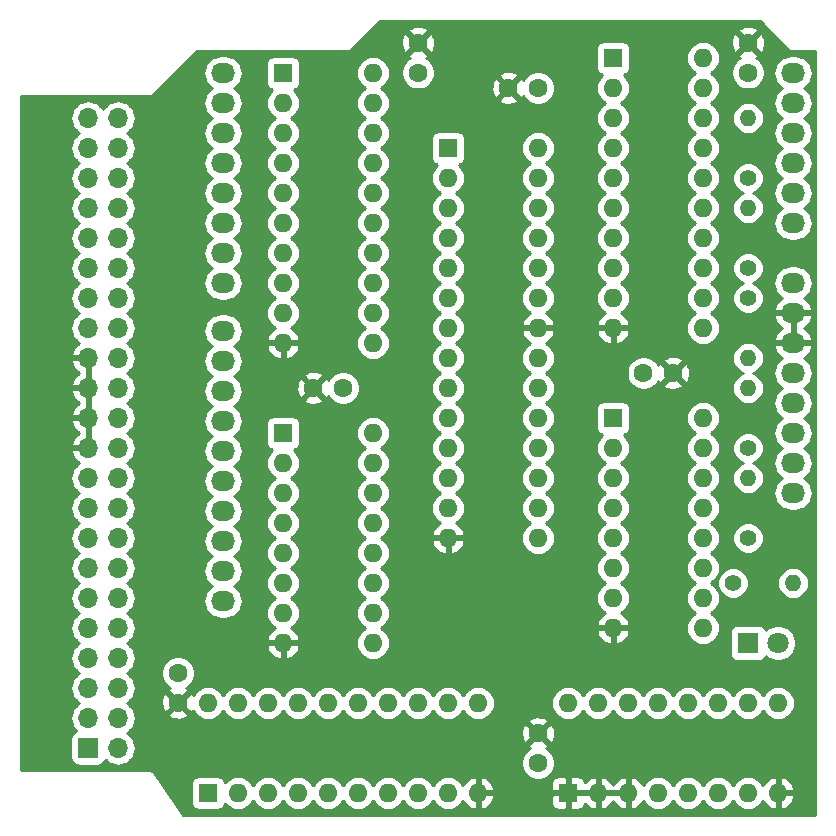
<source format=gbr>
G04 #@! TF.GenerationSoftware,KiCad,Pcbnew,(5.1.2)-2*
G04 #@! TF.CreationDate,2019-07-26T21:41:05+12:00*
G04 #@! TF.ProjectId,APEDSK-AU,41504544-534b-42d4-9155-2e6b69636164,rev?*
G04 #@! TF.SameCoordinates,Original*
G04 #@! TF.FileFunction,Copper,L4,Bot*
G04 #@! TF.FilePolarity,Positive*
%FSLAX46Y46*%
G04 Gerber Fmt 4.6, Leading zero omitted, Abs format (unit mm)*
G04 Created by KiCad (PCBNEW (5.1.2)-2) date 2019-07-26 21:41:05*
%MOMM*%
%LPD*%
G04 APERTURE LIST*
%ADD10O,1.600000X1.600000*%
%ADD11R,1.600000X1.600000*%
%ADD12O,1.400000X1.400000*%
%ADD13C,1.400000*%
%ADD14O,1.700000X1.700000*%
%ADD15R,1.700000X1.700000*%
%ADD16O,2.032000X1.727200*%
%ADD17C,1.800000*%
%ADD18R,1.800000X1.800000*%
%ADD19C,1.600000*%
%ADD20C,0.254000*%
G04 APERTURE END LIST*
D10*
X122428000Y-126365000D03*
X145288000Y-133985000D03*
X124968000Y-126365000D03*
X142748000Y-133985000D03*
X127508000Y-126365000D03*
X140208000Y-133985000D03*
X130048000Y-126365000D03*
X137668000Y-133985000D03*
X132588000Y-126365000D03*
X135128000Y-133985000D03*
X135128000Y-126365000D03*
X132588000Y-133985000D03*
X137668000Y-126365000D03*
X130048000Y-133985000D03*
X140208000Y-126365000D03*
X127508000Y-133985000D03*
X142748000Y-126365000D03*
X124968000Y-133985000D03*
X145288000Y-126365000D03*
D11*
X122428000Y-133985000D03*
D12*
X168148000Y-76835000D03*
D13*
X168148000Y-81915000D03*
D14*
X114808000Y-76835000D03*
X112268000Y-76835000D03*
X114808000Y-79375000D03*
X112268000Y-79375000D03*
X114808000Y-81915000D03*
X112268000Y-81915000D03*
X114808000Y-84455000D03*
X112268000Y-84455000D03*
X114808000Y-86995000D03*
X112268000Y-86995000D03*
X114808000Y-89535000D03*
X112268000Y-89535000D03*
X114808000Y-92075000D03*
X112268000Y-92075000D03*
X114808000Y-94615000D03*
X112268000Y-94615000D03*
X114808000Y-97155000D03*
X112268000Y-97155000D03*
X114808000Y-99695000D03*
X112268000Y-99695000D03*
X114808000Y-102235000D03*
X112268000Y-102235000D03*
X114808000Y-104775000D03*
X112268000Y-104775000D03*
X114808000Y-107315000D03*
X112268000Y-107315000D03*
X114808000Y-109855000D03*
X112268000Y-109855000D03*
X114808000Y-112395000D03*
X112268000Y-112395000D03*
X114808000Y-114935000D03*
X112268000Y-114935000D03*
X114808000Y-117475000D03*
X112268000Y-117475000D03*
X114808000Y-120015000D03*
X112268000Y-120015000D03*
X114808000Y-122555000D03*
X112268000Y-122555000D03*
X114808000Y-125095000D03*
X112268000Y-125095000D03*
X114808000Y-127635000D03*
X112268000Y-127635000D03*
X114808000Y-130175000D03*
D15*
X112268000Y-130175000D03*
D10*
X136398000Y-73025000D03*
X128778000Y-95885000D03*
X136398000Y-75565000D03*
X128778000Y-93345000D03*
X136398000Y-78105000D03*
X128778000Y-90805000D03*
X136398000Y-80645000D03*
X128778000Y-88265000D03*
X136398000Y-83185000D03*
X128778000Y-85725000D03*
X136398000Y-85725000D03*
X128778000Y-83185000D03*
X136398000Y-88265000D03*
X128778000Y-80645000D03*
X136398000Y-90805000D03*
X128778000Y-78105000D03*
X136398000Y-93345000D03*
X128778000Y-75565000D03*
X136398000Y-95885000D03*
D11*
X128778000Y-73025000D03*
D10*
X136398000Y-103505000D03*
X128778000Y-121285000D03*
X136398000Y-106045000D03*
X128778000Y-118745000D03*
X136398000Y-108585000D03*
X128778000Y-116205000D03*
X136398000Y-111125000D03*
X128778000Y-113665000D03*
X136398000Y-113665000D03*
X128778000Y-111125000D03*
X136398000Y-116205000D03*
X128778000Y-108585000D03*
X136398000Y-118745000D03*
X128778000Y-106045000D03*
X136398000Y-121285000D03*
D11*
X128778000Y-103505000D03*
D10*
X152908000Y-126365000D03*
X170688000Y-133985000D03*
X155448000Y-126365000D03*
X168148000Y-133985000D03*
X157988000Y-126365000D03*
X165608000Y-133985000D03*
X160528000Y-126365000D03*
X163068000Y-133985000D03*
X163068000Y-126365000D03*
X160528000Y-133985000D03*
X165608000Y-126365000D03*
X157988000Y-133985000D03*
X168148000Y-126365000D03*
X155448000Y-133985000D03*
X170688000Y-126365000D03*
D11*
X152908000Y-133985000D03*
D16*
X123698000Y-90805000D03*
X123698000Y-88265000D03*
X123698000Y-85725000D03*
X123698000Y-83185000D03*
X123698000Y-80645000D03*
X123698000Y-78105000D03*
X123698000Y-75565000D03*
X123698000Y-73025000D03*
D10*
X150368000Y-79375000D03*
X142748000Y-112395000D03*
X150368000Y-81915000D03*
X142748000Y-109855000D03*
X150368000Y-84455000D03*
X142748000Y-107315000D03*
X150368000Y-86995000D03*
X142748000Y-104775000D03*
X150368000Y-89535000D03*
X142748000Y-102235000D03*
X150368000Y-92075000D03*
X142748000Y-99695000D03*
X150368000Y-94615000D03*
X142748000Y-97155000D03*
X150368000Y-97155000D03*
X142748000Y-94615000D03*
X150368000Y-99695000D03*
X142748000Y-92075000D03*
X150368000Y-102235000D03*
X142748000Y-89535000D03*
X150368000Y-104775000D03*
X142748000Y-86995000D03*
X150368000Y-107315000D03*
X142748000Y-84455000D03*
X150368000Y-109855000D03*
X142748000Y-81915000D03*
X150368000Y-112395000D03*
D11*
X142748000Y-79375000D03*
D10*
X164338000Y-102235000D03*
X156718000Y-120015000D03*
X164338000Y-104775000D03*
X156718000Y-117475000D03*
X164338000Y-107315000D03*
X156718000Y-114935000D03*
X164338000Y-109855000D03*
X156718000Y-112395000D03*
X164338000Y-112395000D03*
X156718000Y-109855000D03*
X164338000Y-114935000D03*
X156718000Y-107315000D03*
X164338000Y-117475000D03*
X156718000Y-104775000D03*
X164338000Y-120015000D03*
D11*
X156718000Y-102235000D03*
D10*
X164338000Y-71755000D03*
X156718000Y-94615000D03*
X164338000Y-74295000D03*
X156718000Y-92075000D03*
X164338000Y-76835000D03*
X156718000Y-89535000D03*
X164338000Y-79375000D03*
X156718000Y-86995000D03*
X164338000Y-81915000D03*
X156718000Y-84455000D03*
X164338000Y-84455000D03*
X156718000Y-81915000D03*
X164338000Y-86995000D03*
X156718000Y-79375000D03*
X164338000Y-89535000D03*
X156718000Y-76835000D03*
X164338000Y-92075000D03*
X156718000Y-74295000D03*
X164338000Y-94615000D03*
D11*
X156718000Y-71755000D03*
D12*
X171958000Y-116205000D03*
D13*
X166878000Y-116205000D03*
D12*
X168148000Y-107315000D03*
D13*
X168148000Y-112395000D03*
D12*
X168148000Y-99695000D03*
D13*
X168148000Y-104775000D03*
D12*
X168148000Y-97155000D03*
D13*
X168148000Y-92075000D03*
D12*
X168148000Y-84455000D03*
D13*
X168148000Y-89535000D03*
D17*
X170688000Y-121285000D03*
D18*
X168148000Y-121285000D03*
D19*
X150368000Y-128945000D03*
X150368000Y-131445000D03*
X161798000Y-98425000D03*
X159298000Y-98425000D03*
X168148000Y-70485000D03*
X168148000Y-72985000D03*
X147868000Y-74295000D03*
X150368000Y-74295000D03*
X140208000Y-70485000D03*
X140208000Y-72985000D03*
X119888000Y-123825000D03*
X119888000Y-126325000D03*
X131358000Y-99695000D03*
X133858000Y-99695000D03*
D16*
X171958000Y-108585000D03*
X171958000Y-106045000D03*
X171958000Y-103505000D03*
X171958000Y-100965000D03*
X171958000Y-98425000D03*
X171958000Y-95885000D03*
X171958000Y-93345000D03*
X171958000Y-90805000D03*
X171958000Y-85725000D03*
X171958000Y-83185000D03*
X171958000Y-80645000D03*
X171958000Y-78105000D03*
X171958000Y-75565000D03*
X171958000Y-73025000D03*
X123698000Y-117729000D03*
X123698000Y-115189000D03*
X123698000Y-112649000D03*
X123698000Y-110109000D03*
X123698000Y-107569000D03*
X123698000Y-105029000D03*
X123698000Y-102489000D03*
X123698000Y-99949000D03*
X123698000Y-97409000D03*
X123698000Y-94869000D03*
D20*
G36*
X171431292Y-70962384D02*
G01*
X171453525Y-70989475D01*
X171480615Y-71011707D01*
X171561635Y-71078199D01*
X171561637Y-71078200D01*
X171684980Y-71144128D01*
X171818816Y-71184727D01*
X171923123Y-71195000D01*
X171923124Y-71195000D01*
X171957999Y-71198435D01*
X171992874Y-71195000D01*
X173788001Y-71195000D01*
X173788000Y-135815000D01*
X120267980Y-135815000D01*
X118514647Y-133185000D01*
X120989928Y-133185000D01*
X120989928Y-134785000D01*
X121002188Y-134909482D01*
X121038498Y-135029180D01*
X121097463Y-135139494D01*
X121176815Y-135236185D01*
X121273506Y-135315537D01*
X121383820Y-135374502D01*
X121503518Y-135410812D01*
X121628000Y-135423072D01*
X123228000Y-135423072D01*
X123352482Y-135410812D01*
X123472180Y-135374502D01*
X123582494Y-135315537D01*
X123679185Y-135236185D01*
X123758537Y-135139494D01*
X123817502Y-135029180D01*
X123853812Y-134909482D01*
X123855581Y-134891518D01*
X123948392Y-135004608D01*
X124166899Y-135183932D01*
X124416192Y-135317182D01*
X124686691Y-135399236D01*
X124897508Y-135420000D01*
X125038492Y-135420000D01*
X125249309Y-135399236D01*
X125519808Y-135317182D01*
X125769101Y-135183932D01*
X125987608Y-135004608D01*
X126166932Y-134786101D01*
X126238000Y-134653142D01*
X126309068Y-134786101D01*
X126488392Y-135004608D01*
X126706899Y-135183932D01*
X126956192Y-135317182D01*
X127226691Y-135399236D01*
X127437508Y-135420000D01*
X127578492Y-135420000D01*
X127789309Y-135399236D01*
X128059808Y-135317182D01*
X128309101Y-135183932D01*
X128527608Y-135004608D01*
X128706932Y-134786101D01*
X128778000Y-134653142D01*
X128849068Y-134786101D01*
X129028392Y-135004608D01*
X129246899Y-135183932D01*
X129496192Y-135317182D01*
X129766691Y-135399236D01*
X129977508Y-135420000D01*
X130118492Y-135420000D01*
X130329309Y-135399236D01*
X130599808Y-135317182D01*
X130849101Y-135183932D01*
X131067608Y-135004608D01*
X131246932Y-134786101D01*
X131318000Y-134653142D01*
X131389068Y-134786101D01*
X131568392Y-135004608D01*
X131786899Y-135183932D01*
X132036192Y-135317182D01*
X132306691Y-135399236D01*
X132517508Y-135420000D01*
X132658492Y-135420000D01*
X132869309Y-135399236D01*
X133139808Y-135317182D01*
X133389101Y-135183932D01*
X133607608Y-135004608D01*
X133786932Y-134786101D01*
X133858000Y-134653142D01*
X133929068Y-134786101D01*
X134108392Y-135004608D01*
X134326899Y-135183932D01*
X134576192Y-135317182D01*
X134846691Y-135399236D01*
X135057508Y-135420000D01*
X135198492Y-135420000D01*
X135409309Y-135399236D01*
X135679808Y-135317182D01*
X135929101Y-135183932D01*
X136147608Y-135004608D01*
X136326932Y-134786101D01*
X136398000Y-134653142D01*
X136469068Y-134786101D01*
X136648392Y-135004608D01*
X136866899Y-135183932D01*
X137116192Y-135317182D01*
X137386691Y-135399236D01*
X137597508Y-135420000D01*
X137738492Y-135420000D01*
X137949309Y-135399236D01*
X138219808Y-135317182D01*
X138469101Y-135183932D01*
X138687608Y-135004608D01*
X138866932Y-134786101D01*
X138938000Y-134653142D01*
X139009068Y-134786101D01*
X139188392Y-135004608D01*
X139406899Y-135183932D01*
X139656192Y-135317182D01*
X139926691Y-135399236D01*
X140137508Y-135420000D01*
X140278492Y-135420000D01*
X140489309Y-135399236D01*
X140759808Y-135317182D01*
X141009101Y-135183932D01*
X141227608Y-135004608D01*
X141406932Y-134786101D01*
X141478000Y-134653142D01*
X141549068Y-134786101D01*
X141728392Y-135004608D01*
X141946899Y-135183932D01*
X142196192Y-135317182D01*
X142466691Y-135399236D01*
X142677508Y-135420000D01*
X142818492Y-135420000D01*
X143029309Y-135399236D01*
X143299808Y-135317182D01*
X143549101Y-135183932D01*
X143767608Y-135004608D01*
X143946932Y-134786101D01*
X144020579Y-134648318D01*
X144135615Y-134840131D01*
X144324586Y-135048519D01*
X144550580Y-135216037D01*
X144804913Y-135336246D01*
X144938961Y-135376904D01*
X145161000Y-135254915D01*
X145161000Y-134112000D01*
X145415000Y-134112000D01*
X145415000Y-135254915D01*
X145637039Y-135376904D01*
X145771087Y-135336246D01*
X146025420Y-135216037D01*
X146251414Y-135048519D01*
X146440385Y-134840131D01*
X146473448Y-134785000D01*
X151469928Y-134785000D01*
X151482188Y-134909482D01*
X151518498Y-135029180D01*
X151577463Y-135139494D01*
X151656815Y-135236185D01*
X151753506Y-135315537D01*
X151863820Y-135374502D01*
X151983518Y-135410812D01*
X152108000Y-135423072D01*
X152622250Y-135420000D01*
X152781000Y-135261250D01*
X152781000Y-134112000D01*
X153035000Y-134112000D01*
X153035000Y-135261250D01*
X153193750Y-135420000D01*
X153708000Y-135423072D01*
X153832482Y-135410812D01*
X153952180Y-135374502D01*
X154062494Y-135315537D01*
X154159185Y-135236185D01*
X154238537Y-135139494D01*
X154297502Y-135029180D01*
X154333812Y-134909482D01*
X154336231Y-134884920D01*
X154484586Y-135048519D01*
X154710580Y-135216037D01*
X154964913Y-135336246D01*
X155098961Y-135376904D01*
X155321000Y-135254915D01*
X155321000Y-134112000D01*
X155575000Y-134112000D01*
X155575000Y-135254915D01*
X155797039Y-135376904D01*
X155931087Y-135336246D01*
X156185420Y-135216037D01*
X156411414Y-135048519D01*
X156600385Y-134840131D01*
X156718000Y-134644018D01*
X156835615Y-134840131D01*
X157024586Y-135048519D01*
X157250580Y-135216037D01*
X157504913Y-135336246D01*
X157638961Y-135376904D01*
X157861000Y-135254915D01*
X157861000Y-134112000D01*
X155575000Y-134112000D01*
X155321000Y-134112000D01*
X153035000Y-134112000D01*
X152781000Y-134112000D01*
X151631750Y-134112000D01*
X151473000Y-134270750D01*
X151469928Y-134785000D01*
X146473448Y-134785000D01*
X146585070Y-134598881D01*
X146679909Y-134334040D01*
X146558624Y-134112000D01*
X145415000Y-134112000D01*
X145161000Y-134112000D01*
X145141000Y-134112000D01*
X145141000Y-133858000D01*
X145161000Y-133858000D01*
X145161000Y-132715085D01*
X145415000Y-132715085D01*
X145415000Y-133858000D01*
X146558624Y-133858000D01*
X146679909Y-133635960D01*
X146585070Y-133371119D01*
X146473449Y-133185000D01*
X151469928Y-133185000D01*
X151473000Y-133699250D01*
X151631750Y-133858000D01*
X152781000Y-133858000D01*
X152781000Y-132708750D01*
X153035000Y-132708750D01*
X153035000Y-133858000D01*
X155321000Y-133858000D01*
X155321000Y-132715085D01*
X155575000Y-132715085D01*
X155575000Y-133858000D01*
X157861000Y-133858000D01*
X157861000Y-132715085D01*
X158115000Y-132715085D01*
X158115000Y-133858000D01*
X158135000Y-133858000D01*
X158135000Y-134112000D01*
X158115000Y-134112000D01*
X158115000Y-135254915D01*
X158337039Y-135376904D01*
X158471087Y-135336246D01*
X158725420Y-135216037D01*
X158951414Y-135048519D01*
X159140385Y-134840131D01*
X159255421Y-134648318D01*
X159329068Y-134786101D01*
X159508392Y-135004608D01*
X159726899Y-135183932D01*
X159976192Y-135317182D01*
X160246691Y-135399236D01*
X160457508Y-135420000D01*
X160598492Y-135420000D01*
X160809309Y-135399236D01*
X161079808Y-135317182D01*
X161329101Y-135183932D01*
X161547608Y-135004608D01*
X161726932Y-134786101D01*
X161798000Y-134653142D01*
X161869068Y-134786101D01*
X162048392Y-135004608D01*
X162266899Y-135183932D01*
X162516192Y-135317182D01*
X162786691Y-135399236D01*
X162997508Y-135420000D01*
X163138492Y-135420000D01*
X163349309Y-135399236D01*
X163619808Y-135317182D01*
X163869101Y-135183932D01*
X164087608Y-135004608D01*
X164266932Y-134786101D01*
X164338000Y-134653142D01*
X164409068Y-134786101D01*
X164588392Y-135004608D01*
X164806899Y-135183932D01*
X165056192Y-135317182D01*
X165326691Y-135399236D01*
X165537508Y-135420000D01*
X165678492Y-135420000D01*
X165889309Y-135399236D01*
X166159808Y-135317182D01*
X166409101Y-135183932D01*
X166627608Y-135004608D01*
X166806932Y-134786101D01*
X166878000Y-134653142D01*
X166949068Y-134786101D01*
X167128392Y-135004608D01*
X167346899Y-135183932D01*
X167596192Y-135317182D01*
X167866691Y-135399236D01*
X168077508Y-135420000D01*
X168218492Y-135420000D01*
X168429309Y-135399236D01*
X168699808Y-135317182D01*
X168949101Y-135183932D01*
X169167608Y-135004608D01*
X169346932Y-134786101D01*
X169420579Y-134648318D01*
X169535615Y-134840131D01*
X169724586Y-135048519D01*
X169950580Y-135216037D01*
X170204913Y-135336246D01*
X170338961Y-135376904D01*
X170561000Y-135254915D01*
X170561000Y-134112000D01*
X170815000Y-134112000D01*
X170815000Y-135254915D01*
X171037039Y-135376904D01*
X171171087Y-135336246D01*
X171425420Y-135216037D01*
X171651414Y-135048519D01*
X171840385Y-134840131D01*
X171985070Y-134598881D01*
X172079909Y-134334040D01*
X171958624Y-134112000D01*
X170815000Y-134112000D01*
X170561000Y-134112000D01*
X170541000Y-134112000D01*
X170541000Y-133858000D01*
X170561000Y-133858000D01*
X170561000Y-132715085D01*
X170815000Y-132715085D01*
X170815000Y-133858000D01*
X171958624Y-133858000D01*
X172079909Y-133635960D01*
X171985070Y-133371119D01*
X171840385Y-133129869D01*
X171651414Y-132921481D01*
X171425420Y-132753963D01*
X171171087Y-132633754D01*
X171037039Y-132593096D01*
X170815000Y-132715085D01*
X170561000Y-132715085D01*
X170338961Y-132593096D01*
X170204913Y-132633754D01*
X169950580Y-132753963D01*
X169724586Y-132921481D01*
X169535615Y-133129869D01*
X169420579Y-133321682D01*
X169346932Y-133183899D01*
X169167608Y-132965392D01*
X168949101Y-132786068D01*
X168699808Y-132652818D01*
X168429309Y-132570764D01*
X168218492Y-132550000D01*
X168077508Y-132550000D01*
X167866691Y-132570764D01*
X167596192Y-132652818D01*
X167346899Y-132786068D01*
X167128392Y-132965392D01*
X166949068Y-133183899D01*
X166878000Y-133316858D01*
X166806932Y-133183899D01*
X166627608Y-132965392D01*
X166409101Y-132786068D01*
X166159808Y-132652818D01*
X165889309Y-132570764D01*
X165678492Y-132550000D01*
X165537508Y-132550000D01*
X165326691Y-132570764D01*
X165056192Y-132652818D01*
X164806899Y-132786068D01*
X164588392Y-132965392D01*
X164409068Y-133183899D01*
X164338000Y-133316858D01*
X164266932Y-133183899D01*
X164087608Y-132965392D01*
X163869101Y-132786068D01*
X163619808Y-132652818D01*
X163349309Y-132570764D01*
X163138492Y-132550000D01*
X162997508Y-132550000D01*
X162786691Y-132570764D01*
X162516192Y-132652818D01*
X162266899Y-132786068D01*
X162048392Y-132965392D01*
X161869068Y-133183899D01*
X161798000Y-133316858D01*
X161726932Y-133183899D01*
X161547608Y-132965392D01*
X161329101Y-132786068D01*
X161079808Y-132652818D01*
X160809309Y-132570764D01*
X160598492Y-132550000D01*
X160457508Y-132550000D01*
X160246691Y-132570764D01*
X159976192Y-132652818D01*
X159726899Y-132786068D01*
X159508392Y-132965392D01*
X159329068Y-133183899D01*
X159255421Y-133321682D01*
X159140385Y-133129869D01*
X158951414Y-132921481D01*
X158725420Y-132753963D01*
X158471087Y-132633754D01*
X158337039Y-132593096D01*
X158115000Y-132715085D01*
X157861000Y-132715085D01*
X157638961Y-132593096D01*
X157504913Y-132633754D01*
X157250580Y-132753963D01*
X157024586Y-132921481D01*
X156835615Y-133129869D01*
X156718000Y-133325982D01*
X156600385Y-133129869D01*
X156411414Y-132921481D01*
X156185420Y-132753963D01*
X155931087Y-132633754D01*
X155797039Y-132593096D01*
X155575000Y-132715085D01*
X155321000Y-132715085D01*
X155098961Y-132593096D01*
X154964913Y-132633754D01*
X154710580Y-132753963D01*
X154484586Y-132921481D01*
X154336231Y-133085080D01*
X154333812Y-133060518D01*
X154297502Y-132940820D01*
X154238537Y-132830506D01*
X154159185Y-132733815D01*
X154062494Y-132654463D01*
X153952180Y-132595498D01*
X153832482Y-132559188D01*
X153708000Y-132546928D01*
X153193750Y-132550000D01*
X153035000Y-132708750D01*
X152781000Y-132708750D01*
X152622250Y-132550000D01*
X152108000Y-132546928D01*
X151983518Y-132559188D01*
X151863820Y-132595498D01*
X151753506Y-132654463D01*
X151656815Y-132733815D01*
X151577463Y-132830506D01*
X151518498Y-132940820D01*
X151482188Y-133060518D01*
X151469928Y-133185000D01*
X146473449Y-133185000D01*
X146440385Y-133129869D01*
X146251414Y-132921481D01*
X146025420Y-132753963D01*
X145771087Y-132633754D01*
X145637039Y-132593096D01*
X145415000Y-132715085D01*
X145161000Y-132715085D01*
X144938961Y-132593096D01*
X144804913Y-132633754D01*
X144550580Y-132753963D01*
X144324586Y-132921481D01*
X144135615Y-133129869D01*
X144020579Y-133321682D01*
X143946932Y-133183899D01*
X143767608Y-132965392D01*
X143549101Y-132786068D01*
X143299808Y-132652818D01*
X143029309Y-132570764D01*
X142818492Y-132550000D01*
X142677508Y-132550000D01*
X142466691Y-132570764D01*
X142196192Y-132652818D01*
X141946899Y-132786068D01*
X141728392Y-132965392D01*
X141549068Y-133183899D01*
X141478000Y-133316858D01*
X141406932Y-133183899D01*
X141227608Y-132965392D01*
X141009101Y-132786068D01*
X140759808Y-132652818D01*
X140489309Y-132570764D01*
X140278492Y-132550000D01*
X140137508Y-132550000D01*
X139926691Y-132570764D01*
X139656192Y-132652818D01*
X139406899Y-132786068D01*
X139188392Y-132965392D01*
X139009068Y-133183899D01*
X138938000Y-133316858D01*
X138866932Y-133183899D01*
X138687608Y-132965392D01*
X138469101Y-132786068D01*
X138219808Y-132652818D01*
X137949309Y-132570764D01*
X137738492Y-132550000D01*
X137597508Y-132550000D01*
X137386691Y-132570764D01*
X137116192Y-132652818D01*
X136866899Y-132786068D01*
X136648392Y-132965392D01*
X136469068Y-133183899D01*
X136398000Y-133316858D01*
X136326932Y-133183899D01*
X136147608Y-132965392D01*
X135929101Y-132786068D01*
X135679808Y-132652818D01*
X135409309Y-132570764D01*
X135198492Y-132550000D01*
X135057508Y-132550000D01*
X134846691Y-132570764D01*
X134576192Y-132652818D01*
X134326899Y-132786068D01*
X134108392Y-132965392D01*
X133929068Y-133183899D01*
X133858000Y-133316858D01*
X133786932Y-133183899D01*
X133607608Y-132965392D01*
X133389101Y-132786068D01*
X133139808Y-132652818D01*
X132869309Y-132570764D01*
X132658492Y-132550000D01*
X132517508Y-132550000D01*
X132306691Y-132570764D01*
X132036192Y-132652818D01*
X131786899Y-132786068D01*
X131568392Y-132965392D01*
X131389068Y-133183899D01*
X131318000Y-133316858D01*
X131246932Y-133183899D01*
X131067608Y-132965392D01*
X130849101Y-132786068D01*
X130599808Y-132652818D01*
X130329309Y-132570764D01*
X130118492Y-132550000D01*
X129977508Y-132550000D01*
X129766691Y-132570764D01*
X129496192Y-132652818D01*
X129246899Y-132786068D01*
X129028392Y-132965392D01*
X128849068Y-133183899D01*
X128778000Y-133316858D01*
X128706932Y-133183899D01*
X128527608Y-132965392D01*
X128309101Y-132786068D01*
X128059808Y-132652818D01*
X127789309Y-132570764D01*
X127578492Y-132550000D01*
X127437508Y-132550000D01*
X127226691Y-132570764D01*
X126956192Y-132652818D01*
X126706899Y-132786068D01*
X126488392Y-132965392D01*
X126309068Y-133183899D01*
X126238000Y-133316858D01*
X126166932Y-133183899D01*
X125987608Y-132965392D01*
X125769101Y-132786068D01*
X125519808Y-132652818D01*
X125249309Y-132570764D01*
X125038492Y-132550000D01*
X124897508Y-132550000D01*
X124686691Y-132570764D01*
X124416192Y-132652818D01*
X124166899Y-132786068D01*
X123948392Y-132965392D01*
X123855581Y-133078482D01*
X123853812Y-133060518D01*
X123817502Y-132940820D01*
X123758537Y-132830506D01*
X123679185Y-132733815D01*
X123582494Y-132654463D01*
X123472180Y-132595498D01*
X123352482Y-132559188D01*
X123228000Y-132546928D01*
X121628000Y-132546928D01*
X121503518Y-132559188D01*
X121383820Y-132595498D01*
X121273506Y-132654463D01*
X121176815Y-132733815D01*
X121097463Y-132830506D01*
X121038498Y-132940820D01*
X121002188Y-133060518D01*
X120989928Y-133185000D01*
X118514647Y-133185000D01*
X117957900Y-132349880D01*
X117941200Y-132318637D01*
X117896529Y-132264205D01*
X117853002Y-132211054D01*
X117852716Y-132210819D01*
X117852475Y-132210525D01*
X117797942Y-132165771D01*
X117744983Y-132122216D01*
X117744657Y-132122041D01*
X117744363Y-132121800D01*
X117682486Y-132088726D01*
X117621709Y-132056158D01*
X117621351Y-132056049D01*
X117621020Y-132055872D01*
X117553958Y-132035529D01*
X117487916Y-132015420D01*
X117487548Y-132015383D01*
X117487184Y-132015273D01*
X117417148Y-132008375D01*
X117348745Y-132001566D01*
X117313502Y-132005000D01*
X106628000Y-132005000D01*
X106628000Y-102591890D01*
X110826524Y-102591890D01*
X110871175Y-102739099D01*
X110996359Y-103001920D01*
X111170412Y-103235269D01*
X111386645Y-103430178D01*
X111512255Y-103505000D01*
X111386645Y-103579822D01*
X111170412Y-103774731D01*
X110996359Y-104008080D01*
X110871175Y-104270901D01*
X110826524Y-104418110D01*
X110947845Y-104648000D01*
X112141000Y-104648000D01*
X112141000Y-102362000D01*
X110947845Y-102362000D01*
X110826524Y-102591890D01*
X106628000Y-102591890D01*
X106628000Y-100051890D01*
X110826524Y-100051890D01*
X110871175Y-100199099D01*
X110996359Y-100461920D01*
X111170412Y-100695269D01*
X111386645Y-100890178D01*
X111512255Y-100965000D01*
X111386645Y-101039822D01*
X111170412Y-101234731D01*
X110996359Y-101468080D01*
X110871175Y-101730901D01*
X110826524Y-101878110D01*
X110947845Y-102108000D01*
X112141000Y-102108000D01*
X112141000Y-99822000D01*
X110947845Y-99822000D01*
X110826524Y-100051890D01*
X106628000Y-100051890D01*
X106628000Y-97511890D01*
X110826524Y-97511890D01*
X110871175Y-97659099D01*
X110996359Y-97921920D01*
X111170412Y-98155269D01*
X111386645Y-98350178D01*
X111512255Y-98425000D01*
X111386645Y-98499822D01*
X111170412Y-98694731D01*
X110996359Y-98928080D01*
X110871175Y-99190901D01*
X110826524Y-99338110D01*
X110947845Y-99568000D01*
X112141000Y-99568000D01*
X112141000Y-97282000D01*
X110947845Y-97282000D01*
X110826524Y-97511890D01*
X106628000Y-97511890D01*
X106628000Y-76835000D01*
X110775815Y-76835000D01*
X110804487Y-77126111D01*
X110889401Y-77406034D01*
X111027294Y-77664014D01*
X111212866Y-77890134D01*
X111438986Y-78075706D01*
X111493791Y-78105000D01*
X111438986Y-78134294D01*
X111212866Y-78319866D01*
X111027294Y-78545986D01*
X110889401Y-78803966D01*
X110804487Y-79083889D01*
X110775815Y-79375000D01*
X110804487Y-79666111D01*
X110889401Y-79946034D01*
X111027294Y-80204014D01*
X111212866Y-80430134D01*
X111438986Y-80615706D01*
X111493791Y-80645000D01*
X111438986Y-80674294D01*
X111212866Y-80859866D01*
X111027294Y-81085986D01*
X110889401Y-81343966D01*
X110804487Y-81623889D01*
X110775815Y-81915000D01*
X110804487Y-82206111D01*
X110889401Y-82486034D01*
X111027294Y-82744014D01*
X111212866Y-82970134D01*
X111438986Y-83155706D01*
X111493791Y-83185000D01*
X111438986Y-83214294D01*
X111212866Y-83399866D01*
X111027294Y-83625986D01*
X110889401Y-83883966D01*
X110804487Y-84163889D01*
X110775815Y-84455000D01*
X110804487Y-84746111D01*
X110889401Y-85026034D01*
X111027294Y-85284014D01*
X111212866Y-85510134D01*
X111438986Y-85695706D01*
X111493791Y-85725000D01*
X111438986Y-85754294D01*
X111212866Y-85939866D01*
X111027294Y-86165986D01*
X110889401Y-86423966D01*
X110804487Y-86703889D01*
X110775815Y-86995000D01*
X110804487Y-87286111D01*
X110889401Y-87566034D01*
X111027294Y-87824014D01*
X111212866Y-88050134D01*
X111438986Y-88235706D01*
X111493791Y-88265000D01*
X111438986Y-88294294D01*
X111212866Y-88479866D01*
X111027294Y-88705986D01*
X110889401Y-88963966D01*
X110804487Y-89243889D01*
X110775815Y-89535000D01*
X110804487Y-89826111D01*
X110889401Y-90106034D01*
X111027294Y-90364014D01*
X111212866Y-90590134D01*
X111438986Y-90775706D01*
X111493791Y-90805000D01*
X111438986Y-90834294D01*
X111212866Y-91019866D01*
X111027294Y-91245986D01*
X110889401Y-91503966D01*
X110804487Y-91783889D01*
X110775815Y-92075000D01*
X110804487Y-92366111D01*
X110889401Y-92646034D01*
X111027294Y-92904014D01*
X111212866Y-93130134D01*
X111438986Y-93315706D01*
X111493791Y-93345000D01*
X111438986Y-93374294D01*
X111212866Y-93559866D01*
X111027294Y-93785986D01*
X110889401Y-94043966D01*
X110804487Y-94323889D01*
X110775815Y-94615000D01*
X110804487Y-94906111D01*
X110889401Y-95186034D01*
X111027294Y-95444014D01*
X111212866Y-95670134D01*
X111438986Y-95855706D01*
X111503523Y-95890201D01*
X111386645Y-95959822D01*
X111170412Y-96154731D01*
X110996359Y-96388080D01*
X110871175Y-96650901D01*
X110826524Y-96798110D01*
X110947845Y-97028000D01*
X112141000Y-97028000D01*
X112141000Y-97008000D01*
X112395000Y-97008000D01*
X112395000Y-97028000D01*
X112415000Y-97028000D01*
X112415000Y-97282000D01*
X112395000Y-97282000D01*
X112395000Y-99568000D01*
X112415000Y-99568000D01*
X112415000Y-99822000D01*
X112395000Y-99822000D01*
X112395000Y-102108000D01*
X112415000Y-102108000D01*
X112415000Y-102362000D01*
X112395000Y-102362000D01*
X112395000Y-104648000D01*
X112415000Y-104648000D01*
X112415000Y-104902000D01*
X112395000Y-104902000D01*
X112395000Y-104922000D01*
X112141000Y-104922000D01*
X112141000Y-104902000D01*
X110947845Y-104902000D01*
X110826524Y-105131890D01*
X110871175Y-105279099D01*
X110996359Y-105541920D01*
X111170412Y-105775269D01*
X111386645Y-105970178D01*
X111503523Y-106039799D01*
X111438986Y-106074294D01*
X111212866Y-106259866D01*
X111027294Y-106485986D01*
X110889401Y-106743966D01*
X110804487Y-107023889D01*
X110775815Y-107315000D01*
X110804487Y-107606111D01*
X110889401Y-107886034D01*
X111027294Y-108144014D01*
X111212866Y-108370134D01*
X111438986Y-108555706D01*
X111493791Y-108585000D01*
X111438986Y-108614294D01*
X111212866Y-108799866D01*
X111027294Y-109025986D01*
X110889401Y-109283966D01*
X110804487Y-109563889D01*
X110775815Y-109855000D01*
X110804487Y-110146111D01*
X110889401Y-110426034D01*
X111027294Y-110684014D01*
X111212866Y-110910134D01*
X111438986Y-111095706D01*
X111493791Y-111125000D01*
X111438986Y-111154294D01*
X111212866Y-111339866D01*
X111027294Y-111565986D01*
X110889401Y-111823966D01*
X110804487Y-112103889D01*
X110775815Y-112395000D01*
X110804487Y-112686111D01*
X110889401Y-112966034D01*
X111027294Y-113224014D01*
X111212866Y-113450134D01*
X111438986Y-113635706D01*
X111493791Y-113665000D01*
X111438986Y-113694294D01*
X111212866Y-113879866D01*
X111027294Y-114105986D01*
X110889401Y-114363966D01*
X110804487Y-114643889D01*
X110775815Y-114935000D01*
X110804487Y-115226111D01*
X110889401Y-115506034D01*
X111027294Y-115764014D01*
X111212866Y-115990134D01*
X111438986Y-116175706D01*
X111493791Y-116205000D01*
X111438986Y-116234294D01*
X111212866Y-116419866D01*
X111027294Y-116645986D01*
X110889401Y-116903966D01*
X110804487Y-117183889D01*
X110775815Y-117475000D01*
X110804487Y-117766111D01*
X110889401Y-118046034D01*
X111027294Y-118304014D01*
X111212866Y-118530134D01*
X111438986Y-118715706D01*
X111493791Y-118745000D01*
X111438986Y-118774294D01*
X111212866Y-118959866D01*
X111027294Y-119185986D01*
X110889401Y-119443966D01*
X110804487Y-119723889D01*
X110775815Y-120015000D01*
X110804487Y-120306111D01*
X110889401Y-120586034D01*
X111027294Y-120844014D01*
X111212866Y-121070134D01*
X111438986Y-121255706D01*
X111493791Y-121285000D01*
X111438986Y-121314294D01*
X111212866Y-121499866D01*
X111027294Y-121725986D01*
X110889401Y-121983966D01*
X110804487Y-122263889D01*
X110775815Y-122555000D01*
X110804487Y-122846111D01*
X110889401Y-123126034D01*
X111027294Y-123384014D01*
X111212866Y-123610134D01*
X111438986Y-123795706D01*
X111493791Y-123825000D01*
X111438986Y-123854294D01*
X111212866Y-124039866D01*
X111027294Y-124265986D01*
X110889401Y-124523966D01*
X110804487Y-124803889D01*
X110775815Y-125095000D01*
X110804487Y-125386111D01*
X110889401Y-125666034D01*
X111027294Y-125924014D01*
X111212866Y-126150134D01*
X111438986Y-126335706D01*
X111493791Y-126365000D01*
X111438986Y-126394294D01*
X111212866Y-126579866D01*
X111027294Y-126805986D01*
X110889401Y-127063966D01*
X110804487Y-127343889D01*
X110775815Y-127635000D01*
X110804487Y-127926111D01*
X110889401Y-128206034D01*
X111027294Y-128464014D01*
X111212866Y-128690134D01*
X111242687Y-128714607D01*
X111173820Y-128735498D01*
X111063506Y-128794463D01*
X110966815Y-128873815D01*
X110887463Y-128970506D01*
X110828498Y-129080820D01*
X110792188Y-129200518D01*
X110779928Y-129325000D01*
X110779928Y-131025000D01*
X110792188Y-131149482D01*
X110828498Y-131269180D01*
X110887463Y-131379494D01*
X110966815Y-131476185D01*
X111063506Y-131555537D01*
X111173820Y-131614502D01*
X111293518Y-131650812D01*
X111418000Y-131663072D01*
X113118000Y-131663072D01*
X113242482Y-131650812D01*
X113362180Y-131614502D01*
X113472494Y-131555537D01*
X113569185Y-131476185D01*
X113648537Y-131379494D01*
X113707502Y-131269180D01*
X113728393Y-131200313D01*
X113752866Y-131230134D01*
X113978986Y-131415706D01*
X114236966Y-131553599D01*
X114516889Y-131638513D01*
X114735050Y-131660000D01*
X114880950Y-131660000D01*
X115099111Y-131638513D01*
X115379034Y-131553599D01*
X115637014Y-131415706D01*
X115773536Y-131303665D01*
X148933000Y-131303665D01*
X148933000Y-131586335D01*
X148988147Y-131863574D01*
X149096320Y-132124727D01*
X149253363Y-132359759D01*
X149453241Y-132559637D01*
X149688273Y-132716680D01*
X149949426Y-132824853D01*
X150226665Y-132880000D01*
X150509335Y-132880000D01*
X150786574Y-132824853D01*
X151047727Y-132716680D01*
X151282759Y-132559637D01*
X151482637Y-132359759D01*
X151639680Y-132124727D01*
X151747853Y-131863574D01*
X151803000Y-131586335D01*
X151803000Y-131303665D01*
X151747853Y-131026426D01*
X151639680Y-130765273D01*
X151482637Y-130530241D01*
X151282759Y-130330363D01*
X151082131Y-130196308D01*
X151109514Y-130181671D01*
X151181097Y-129937702D01*
X150368000Y-129124605D01*
X149554903Y-129937702D01*
X149626486Y-130181671D01*
X149655341Y-130195324D01*
X149453241Y-130330363D01*
X149253363Y-130530241D01*
X149096320Y-130765273D01*
X148988147Y-131026426D01*
X148933000Y-131303665D01*
X115773536Y-131303665D01*
X115863134Y-131230134D01*
X116048706Y-131004014D01*
X116186599Y-130746034D01*
X116271513Y-130466111D01*
X116300185Y-130175000D01*
X116271513Y-129883889D01*
X116186599Y-129603966D01*
X116048706Y-129345986D01*
X115863134Y-129119866D01*
X115735979Y-129015512D01*
X148927783Y-129015512D01*
X148969213Y-129295130D01*
X149064397Y-129561292D01*
X149131329Y-129686514D01*
X149375298Y-129758097D01*
X150188395Y-128945000D01*
X150547605Y-128945000D01*
X151360702Y-129758097D01*
X151604671Y-129686514D01*
X151725571Y-129431004D01*
X151794300Y-129156816D01*
X151808217Y-128874488D01*
X151766787Y-128594870D01*
X151671603Y-128328708D01*
X151604671Y-128203486D01*
X151360702Y-128131903D01*
X150547605Y-128945000D01*
X150188395Y-128945000D01*
X149375298Y-128131903D01*
X149131329Y-128203486D01*
X149010429Y-128458996D01*
X148941700Y-128733184D01*
X148927783Y-129015512D01*
X115735979Y-129015512D01*
X115637014Y-128934294D01*
X115582209Y-128905000D01*
X115637014Y-128875706D01*
X115863134Y-128690134D01*
X116048706Y-128464014D01*
X116186599Y-128206034D01*
X116263569Y-127952298D01*
X149554903Y-127952298D01*
X150368000Y-128765395D01*
X151181097Y-127952298D01*
X151109514Y-127708329D01*
X150854004Y-127587429D01*
X150579816Y-127518700D01*
X150297488Y-127504783D01*
X150017870Y-127546213D01*
X149751708Y-127641397D01*
X149626486Y-127708329D01*
X149554903Y-127952298D01*
X116263569Y-127952298D01*
X116271513Y-127926111D01*
X116300185Y-127635000D01*
X116271513Y-127343889D01*
X116263570Y-127317702D01*
X119074903Y-127317702D01*
X119146486Y-127561671D01*
X119401996Y-127682571D01*
X119676184Y-127751300D01*
X119958512Y-127765217D01*
X120238130Y-127723787D01*
X120504292Y-127628603D01*
X120629514Y-127561671D01*
X120701097Y-127317702D01*
X119888000Y-126504605D01*
X119074903Y-127317702D01*
X116263570Y-127317702D01*
X116186599Y-127063966D01*
X116048706Y-126805986D01*
X115863134Y-126579866D01*
X115638499Y-126395512D01*
X118447783Y-126395512D01*
X118489213Y-126675130D01*
X118584397Y-126941292D01*
X118651329Y-127066514D01*
X118895298Y-127138097D01*
X119708395Y-126325000D01*
X120067605Y-126325000D01*
X120880702Y-127138097D01*
X121124671Y-127066514D01*
X121148697Y-127015738D01*
X121229068Y-127166101D01*
X121408392Y-127384608D01*
X121626899Y-127563932D01*
X121876192Y-127697182D01*
X122146691Y-127779236D01*
X122357508Y-127800000D01*
X122498492Y-127800000D01*
X122709309Y-127779236D01*
X122979808Y-127697182D01*
X123229101Y-127563932D01*
X123447608Y-127384608D01*
X123626932Y-127166101D01*
X123698000Y-127033142D01*
X123769068Y-127166101D01*
X123948392Y-127384608D01*
X124166899Y-127563932D01*
X124416192Y-127697182D01*
X124686691Y-127779236D01*
X124897508Y-127800000D01*
X125038492Y-127800000D01*
X125249309Y-127779236D01*
X125519808Y-127697182D01*
X125769101Y-127563932D01*
X125987608Y-127384608D01*
X126166932Y-127166101D01*
X126238000Y-127033142D01*
X126309068Y-127166101D01*
X126488392Y-127384608D01*
X126706899Y-127563932D01*
X126956192Y-127697182D01*
X127226691Y-127779236D01*
X127437508Y-127800000D01*
X127578492Y-127800000D01*
X127789309Y-127779236D01*
X128059808Y-127697182D01*
X128309101Y-127563932D01*
X128527608Y-127384608D01*
X128706932Y-127166101D01*
X128778000Y-127033142D01*
X128849068Y-127166101D01*
X129028392Y-127384608D01*
X129246899Y-127563932D01*
X129496192Y-127697182D01*
X129766691Y-127779236D01*
X129977508Y-127800000D01*
X130118492Y-127800000D01*
X130329309Y-127779236D01*
X130599808Y-127697182D01*
X130849101Y-127563932D01*
X131067608Y-127384608D01*
X131246932Y-127166101D01*
X131318000Y-127033142D01*
X131389068Y-127166101D01*
X131568392Y-127384608D01*
X131786899Y-127563932D01*
X132036192Y-127697182D01*
X132306691Y-127779236D01*
X132517508Y-127800000D01*
X132658492Y-127800000D01*
X132869309Y-127779236D01*
X133139808Y-127697182D01*
X133389101Y-127563932D01*
X133607608Y-127384608D01*
X133786932Y-127166101D01*
X133858000Y-127033142D01*
X133929068Y-127166101D01*
X134108392Y-127384608D01*
X134326899Y-127563932D01*
X134576192Y-127697182D01*
X134846691Y-127779236D01*
X135057508Y-127800000D01*
X135198492Y-127800000D01*
X135409309Y-127779236D01*
X135679808Y-127697182D01*
X135929101Y-127563932D01*
X136147608Y-127384608D01*
X136326932Y-127166101D01*
X136398000Y-127033142D01*
X136469068Y-127166101D01*
X136648392Y-127384608D01*
X136866899Y-127563932D01*
X137116192Y-127697182D01*
X137386691Y-127779236D01*
X137597508Y-127800000D01*
X137738492Y-127800000D01*
X137949309Y-127779236D01*
X138219808Y-127697182D01*
X138469101Y-127563932D01*
X138687608Y-127384608D01*
X138866932Y-127166101D01*
X138938000Y-127033142D01*
X139009068Y-127166101D01*
X139188392Y-127384608D01*
X139406899Y-127563932D01*
X139656192Y-127697182D01*
X139926691Y-127779236D01*
X140137508Y-127800000D01*
X140278492Y-127800000D01*
X140489309Y-127779236D01*
X140759808Y-127697182D01*
X141009101Y-127563932D01*
X141227608Y-127384608D01*
X141406932Y-127166101D01*
X141478000Y-127033142D01*
X141549068Y-127166101D01*
X141728392Y-127384608D01*
X141946899Y-127563932D01*
X142196192Y-127697182D01*
X142466691Y-127779236D01*
X142677508Y-127800000D01*
X142818492Y-127800000D01*
X143029309Y-127779236D01*
X143299808Y-127697182D01*
X143549101Y-127563932D01*
X143767608Y-127384608D01*
X143946932Y-127166101D01*
X144018000Y-127033142D01*
X144089068Y-127166101D01*
X144268392Y-127384608D01*
X144486899Y-127563932D01*
X144736192Y-127697182D01*
X145006691Y-127779236D01*
X145217508Y-127800000D01*
X145358492Y-127800000D01*
X145569309Y-127779236D01*
X145839808Y-127697182D01*
X146089101Y-127563932D01*
X146307608Y-127384608D01*
X146486932Y-127166101D01*
X146620182Y-126916808D01*
X146702236Y-126646309D01*
X146729943Y-126365000D01*
X151466057Y-126365000D01*
X151493764Y-126646309D01*
X151575818Y-126916808D01*
X151709068Y-127166101D01*
X151888392Y-127384608D01*
X152106899Y-127563932D01*
X152356192Y-127697182D01*
X152626691Y-127779236D01*
X152837508Y-127800000D01*
X152978492Y-127800000D01*
X153189309Y-127779236D01*
X153459808Y-127697182D01*
X153709101Y-127563932D01*
X153927608Y-127384608D01*
X154106932Y-127166101D01*
X154178000Y-127033142D01*
X154249068Y-127166101D01*
X154428392Y-127384608D01*
X154646899Y-127563932D01*
X154896192Y-127697182D01*
X155166691Y-127779236D01*
X155377508Y-127800000D01*
X155518492Y-127800000D01*
X155729309Y-127779236D01*
X155999808Y-127697182D01*
X156249101Y-127563932D01*
X156467608Y-127384608D01*
X156646932Y-127166101D01*
X156718000Y-127033142D01*
X156789068Y-127166101D01*
X156968392Y-127384608D01*
X157186899Y-127563932D01*
X157436192Y-127697182D01*
X157706691Y-127779236D01*
X157917508Y-127800000D01*
X158058492Y-127800000D01*
X158269309Y-127779236D01*
X158539808Y-127697182D01*
X158789101Y-127563932D01*
X159007608Y-127384608D01*
X159186932Y-127166101D01*
X159258000Y-127033142D01*
X159329068Y-127166101D01*
X159508392Y-127384608D01*
X159726899Y-127563932D01*
X159976192Y-127697182D01*
X160246691Y-127779236D01*
X160457508Y-127800000D01*
X160598492Y-127800000D01*
X160809309Y-127779236D01*
X161079808Y-127697182D01*
X161329101Y-127563932D01*
X161547608Y-127384608D01*
X161726932Y-127166101D01*
X161798000Y-127033142D01*
X161869068Y-127166101D01*
X162048392Y-127384608D01*
X162266899Y-127563932D01*
X162516192Y-127697182D01*
X162786691Y-127779236D01*
X162997508Y-127800000D01*
X163138492Y-127800000D01*
X163349309Y-127779236D01*
X163619808Y-127697182D01*
X163869101Y-127563932D01*
X164087608Y-127384608D01*
X164266932Y-127166101D01*
X164338000Y-127033142D01*
X164409068Y-127166101D01*
X164588392Y-127384608D01*
X164806899Y-127563932D01*
X165056192Y-127697182D01*
X165326691Y-127779236D01*
X165537508Y-127800000D01*
X165678492Y-127800000D01*
X165889309Y-127779236D01*
X166159808Y-127697182D01*
X166409101Y-127563932D01*
X166627608Y-127384608D01*
X166806932Y-127166101D01*
X166878000Y-127033142D01*
X166949068Y-127166101D01*
X167128392Y-127384608D01*
X167346899Y-127563932D01*
X167596192Y-127697182D01*
X167866691Y-127779236D01*
X168077508Y-127800000D01*
X168218492Y-127800000D01*
X168429309Y-127779236D01*
X168699808Y-127697182D01*
X168949101Y-127563932D01*
X169167608Y-127384608D01*
X169346932Y-127166101D01*
X169418000Y-127033142D01*
X169489068Y-127166101D01*
X169668392Y-127384608D01*
X169886899Y-127563932D01*
X170136192Y-127697182D01*
X170406691Y-127779236D01*
X170617508Y-127800000D01*
X170758492Y-127800000D01*
X170969309Y-127779236D01*
X171239808Y-127697182D01*
X171489101Y-127563932D01*
X171707608Y-127384608D01*
X171886932Y-127166101D01*
X172020182Y-126916808D01*
X172102236Y-126646309D01*
X172129943Y-126365000D01*
X172102236Y-126083691D01*
X172020182Y-125813192D01*
X171886932Y-125563899D01*
X171707608Y-125345392D01*
X171489101Y-125166068D01*
X171239808Y-125032818D01*
X170969309Y-124950764D01*
X170758492Y-124930000D01*
X170617508Y-124930000D01*
X170406691Y-124950764D01*
X170136192Y-125032818D01*
X169886899Y-125166068D01*
X169668392Y-125345392D01*
X169489068Y-125563899D01*
X169418000Y-125696858D01*
X169346932Y-125563899D01*
X169167608Y-125345392D01*
X168949101Y-125166068D01*
X168699808Y-125032818D01*
X168429309Y-124950764D01*
X168218492Y-124930000D01*
X168077508Y-124930000D01*
X167866691Y-124950764D01*
X167596192Y-125032818D01*
X167346899Y-125166068D01*
X167128392Y-125345392D01*
X166949068Y-125563899D01*
X166878000Y-125696858D01*
X166806932Y-125563899D01*
X166627608Y-125345392D01*
X166409101Y-125166068D01*
X166159808Y-125032818D01*
X165889309Y-124950764D01*
X165678492Y-124930000D01*
X165537508Y-124930000D01*
X165326691Y-124950764D01*
X165056192Y-125032818D01*
X164806899Y-125166068D01*
X164588392Y-125345392D01*
X164409068Y-125563899D01*
X164338000Y-125696858D01*
X164266932Y-125563899D01*
X164087608Y-125345392D01*
X163869101Y-125166068D01*
X163619808Y-125032818D01*
X163349309Y-124950764D01*
X163138492Y-124930000D01*
X162997508Y-124930000D01*
X162786691Y-124950764D01*
X162516192Y-125032818D01*
X162266899Y-125166068D01*
X162048392Y-125345392D01*
X161869068Y-125563899D01*
X161798000Y-125696858D01*
X161726932Y-125563899D01*
X161547608Y-125345392D01*
X161329101Y-125166068D01*
X161079808Y-125032818D01*
X160809309Y-124950764D01*
X160598492Y-124930000D01*
X160457508Y-124930000D01*
X160246691Y-124950764D01*
X159976192Y-125032818D01*
X159726899Y-125166068D01*
X159508392Y-125345392D01*
X159329068Y-125563899D01*
X159258000Y-125696858D01*
X159186932Y-125563899D01*
X159007608Y-125345392D01*
X158789101Y-125166068D01*
X158539808Y-125032818D01*
X158269309Y-124950764D01*
X158058492Y-124930000D01*
X157917508Y-124930000D01*
X157706691Y-124950764D01*
X157436192Y-125032818D01*
X157186899Y-125166068D01*
X156968392Y-125345392D01*
X156789068Y-125563899D01*
X156718000Y-125696858D01*
X156646932Y-125563899D01*
X156467608Y-125345392D01*
X156249101Y-125166068D01*
X155999808Y-125032818D01*
X155729309Y-124950764D01*
X155518492Y-124930000D01*
X155377508Y-124930000D01*
X155166691Y-124950764D01*
X154896192Y-125032818D01*
X154646899Y-125166068D01*
X154428392Y-125345392D01*
X154249068Y-125563899D01*
X154178000Y-125696858D01*
X154106932Y-125563899D01*
X153927608Y-125345392D01*
X153709101Y-125166068D01*
X153459808Y-125032818D01*
X153189309Y-124950764D01*
X152978492Y-124930000D01*
X152837508Y-124930000D01*
X152626691Y-124950764D01*
X152356192Y-125032818D01*
X152106899Y-125166068D01*
X151888392Y-125345392D01*
X151709068Y-125563899D01*
X151575818Y-125813192D01*
X151493764Y-126083691D01*
X151466057Y-126365000D01*
X146729943Y-126365000D01*
X146702236Y-126083691D01*
X146620182Y-125813192D01*
X146486932Y-125563899D01*
X146307608Y-125345392D01*
X146089101Y-125166068D01*
X145839808Y-125032818D01*
X145569309Y-124950764D01*
X145358492Y-124930000D01*
X145217508Y-124930000D01*
X145006691Y-124950764D01*
X144736192Y-125032818D01*
X144486899Y-125166068D01*
X144268392Y-125345392D01*
X144089068Y-125563899D01*
X144018000Y-125696858D01*
X143946932Y-125563899D01*
X143767608Y-125345392D01*
X143549101Y-125166068D01*
X143299808Y-125032818D01*
X143029309Y-124950764D01*
X142818492Y-124930000D01*
X142677508Y-124930000D01*
X142466691Y-124950764D01*
X142196192Y-125032818D01*
X141946899Y-125166068D01*
X141728392Y-125345392D01*
X141549068Y-125563899D01*
X141478000Y-125696858D01*
X141406932Y-125563899D01*
X141227608Y-125345392D01*
X141009101Y-125166068D01*
X140759808Y-125032818D01*
X140489309Y-124950764D01*
X140278492Y-124930000D01*
X140137508Y-124930000D01*
X139926691Y-124950764D01*
X139656192Y-125032818D01*
X139406899Y-125166068D01*
X139188392Y-125345392D01*
X139009068Y-125563899D01*
X138938000Y-125696858D01*
X138866932Y-125563899D01*
X138687608Y-125345392D01*
X138469101Y-125166068D01*
X138219808Y-125032818D01*
X137949309Y-124950764D01*
X137738492Y-124930000D01*
X137597508Y-124930000D01*
X137386691Y-124950764D01*
X137116192Y-125032818D01*
X136866899Y-125166068D01*
X136648392Y-125345392D01*
X136469068Y-125563899D01*
X136398000Y-125696858D01*
X136326932Y-125563899D01*
X136147608Y-125345392D01*
X135929101Y-125166068D01*
X135679808Y-125032818D01*
X135409309Y-124950764D01*
X135198492Y-124930000D01*
X135057508Y-124930000D01*
X134846691Y-124950764D01*
X134576192Y-125032818D01*
X134326899Y-125166068D01*
X134108392Y-125345392D01*
X133929068Y-125563899D01*
X133858000Y-125696858D01*
X133786932Y-125563899D01*
X133607608Y-125345392D01*
X133389101Y-125166068D01*
X133139808Y-125032818D01*
X132869309Y-124950764D01*
X132658492Y-124930000D01*
X132517508Y-124930000D01*
X132306691Y-124950764D01*
X132036192Y-125032818D01*
X131786899Y-125166068D01*
X131568392Y-125345392D01*
X131389068Y-125563899D01*
X131318000Y-125696858D01*
X131246932Y-125563899D01*
X131067608Y-125345392D01*
X130849101Y-125166068D01*
X130599808Y-125032818D01*
X130329309Y-124950764D01*
X130118492Y-124930000D01*
X129977508Y-124930000D01*
X129766691Y-124950764D01*
X129496192Y-125032818D01*
X129246899Y-125166068D01*
X129028392Y-125345392D01*
X128849068Y-125563899D01*
X128778000Y-125696858D01*
X128706932Y-125563899D01*
X128527608Y-125345392D01*
X128309101Y-125166068D01*
X128059808Y-125032818D01*
X127789309Y-124950764D01*
X127578492Y-124930000D01*
X127437508Y-124930000D01*
X127226691Y-124950764D01*
X126956192Y-125032818D01*
X126706899Y-125166068D01*
X126488392Y-125345392D01*
X126309068Y-125563899D01*
X126238000Y-125696858D01*
X126166932Y-125563899D01*
X125987608Y-125345392D01*
X125769101Y-125166068D01*
X125519808Y-125032818D01*
X125249309Y-124950764D01*
X125038492Y-124930000D01*
X124897508Y-124930000D01*
X124686691Y-124950764D01*
X124416192Y-125032818D01*
X124166899Y-125166068D01*
X123948392Y-125345392D01*
X123769068Y-125563899D01*
X123698000Y-125696858D01*
X123626932Y-125563899D01*
X123447608Y-125345392D01*
X123229101Y-125166068D01*
X122979808Y-125032818D01*
X122709309Y-124950764D01*
X122498492Y-124930000D01*
X122357508Y-124930000D01*
X122146691Y-124950764D01*
X121876192Y-125032818D01*
X121626899Y-125166068D01*
X121408392Y-125345392D01*
X121229068Y-125563899D01*
X121171635Y-125671349D01*
X121124671Y-125583486D01*
X120880702Y-125511903D01*
X120067605Y-126325000D01*
X119708395Y-126325000D01*
X118895298Y-125511903D01*
X118651329Y-125583486D01*
X118530429Y-125838996D01*
X118461700Y-126113184D01*
X118447783Y-126395512D01*
X115638499Y-126395512D01*
X115637014Y-126394294D01*
X115582209Y-126365000D01*
X115637014Y-126335706D01*
X115863134Y-126150134D01*
X116048706Y-125924014D01*
X116186599Y-125666034D01*
X116271513Y-125386111D01*
X116300185Y-125095000D01*
X116271513Y-124803889D01*
X116186599Y-124523966D01*
X116048706Y-124265986D01*
X115863134Y-124039866D01*
X115637014Y-123854294D01*
X115582209Y-123825000D01*
X115637014Y-123795706D01*
X115773536Y-123683665D01*
X118453000Y-123683665D01*
X118453000Y-123966335D01*
X118508147Y-124243574D01*
X118616320Y-124504727D01*
X118773363Y-124739759D01*
X118973241Y-124939637D01*
X119173869Y-125073692D01*
X119146486Y-125088329D01*
X119074903Y-125332298D01*
X119888000Y-126145395D01*
X120701097Y-125332298D01*
X120629514Y-125088329D01*
X120600659Y-125074676D01*
X120802759Y-124939637D01*
X121002637Y-124739759D01*
X121159680Y-124504727D01*
X121267853Y-124243574D01*
X121323000Y-123966335D01*
X121323000Y-123683665D01*
X121267853Y-123406426D01*
X121159680Y-123145273D01*
X121002637Y-122910241D01*
X120802759Y-122710363D01*
X120567727Y-122553320D01*
X120306574Y-122445147D01*
X120029335Y-122390000D01*
X119746665Y-122390000D01*
X119469426Y-122445147D01*
X119208273Y-122553320D01*
X118973241Y-122710363D01*
X118773363Y-122910241D01*
X118616320Y-123145273D01*
X118508147Y-123406426D01*
X118453000Y-123683665D01*
X115773536Y-123683665D01*
X115863134Y-123610134D01*
X116048706Y-123384014D01*
X116186599Y-123126034D01*
X116271513Y-122846111D01*
X116300185Y-122555000D01*
X116271513Y-122263889D01*
X116186599Y-121983966D01*
X116048706Y-121725986D01*
X115973248Y-121634039D01*
X127386096Y-121634039D01*
X127426754Y-121768087D01*
X127546963Y-122022420D01*
X127714481Y-122248414D01*
X127922869Y-122437385D01*
X128164119Y-122582070D01*
X128428960Y-122676909D01*
X128651000Y-122555624D01*
X128651000Y-121412000D01*
X128905000Y-121412000D01*
X128905000Y-122555624D01*
X129127040Y-122676909D01*
X129391881Y-122582070D01*
X129633131Y-122437385D01*
X129841519Y-122248414D01*
X130009037Y-122022420D01*
X130129246Y-121768087D01*
X130169904Y-121634039D01*
X130047915Y-121412000D01*
X128905000Y-121412000D01*
X128651000Y-121412000D01*
X127508085Y-121412000D01*
X127386096Y-121634039D01*
X115973248Y-121634039D01*
X115863134Y-121499866D01*
X115637014Y-121314294D01*
X115582209Y-121285000D01*
X115637014Y-121255706D01*
X115863134Y-121070134D01*
X116048706Y-120844014D01*
X116186599Y-120586034D01*
X116271513Y-120306111D01*
X116300185Y-120015000D01*
X116271513Y-119723889D01*
X116186599Y-119443966D01*
X116048706Y-119185986D01*
X115863134Y-118959866D01*
X115637014Y-118774294D01*
X115582209Y-118745000D01*
X115637014Y-118715706D01*
X115863134Y-118530134D01*
X116048706Y-118304014D01*
X116186599Y-118046034D01*
X116271513Y-117766111D01*
X116300185Y-117475000D01*
X116271513Y-117183889D01*
X116186599Y-116903966D01*
X116048706Y-116645986D01*
X115863134Y-116419866D01*
X115637014Y-116234294D01*
X115582209Y-116205000D01*
X115637014Y-116175706D01*
X115863134Y-115990134D01*
X116048706Y-115764014D01*
X116186599Y-115506034D01*
X116271513Y-115226111D01*
X116300185Y-114935000D01*
X116271513Y-114643889D01*
X116186599Y-114363966D01*
X116048706Y-114105986D01*
X115863134Y-113879866D01*
X115637014Y-113694294D01*
X115582209Y-113665000D01*
X115637014Y-113635706D01*
X115863134Y-113450134D01*
X116048706Y-113224014D01*
X116186599Y-112966034D01*
X116271513Y-112686111D01*
X116300185Y-112395000D01*
X116271513Y-112103889D01*
X116186599Y-111823966D01*
X116048706Y-111565986D01*
X115863134Y-111339866D01*
X115637014Y-111154294D01*
X115582209Y-111125000D01*
X115637014Y-111095706D01*
X115863134Y-110910134D01*
X116048706Y-110684014D01*
X116186599Y-110426034D01*
X116271513Y-110146111D01*
X116300185Y-109855000D01*
X116271513Y-109563889D01*
X116186599Y-109283966D01*
X116048706Y-109025986D01*
X115863134Y-108799866D01*
X115637014Y-108614294D01*
X115582209Y-108585000D01*
X115637014Y-108555706D01*
X115863134Y-108370134D01*
X116048706Y-108144014D01*
X116186599Y-107886034D01*
X116271513Y-107606111D01*
X116300185Y-107315000D01*
X116271513Y-107023889D01*
X116186599Y-106743966D01*
X116048706Y-106485986D01*
X115863134Y-106259866D01*
X115637014Y-106074294D01*
X115582209Y-106045000D01*
X115637014Y-106015706D01*
X115863134Y-105830134D01*
X116048706Y-105604014D01*
X116186599Y-105346034D01*
X116271513Y-105066111D01*
X116300185Y-104775000D01*
X116271513Y-104483889D01*
X116186599Y-104203966D01*
X116048706Y-103945986D01*
X115863134Y-103719866D01*
X115637014Y-103534294D01*
X115582209Y-103505000D01*
X115637014Y-103475706D01*
X115863134Y-103290134D01*
X116048706Y-103064014D01*
X116186599Y-102806034D01*
X116271513Y-102526111D01*
X116300185Y-102235000D01*
X116271513Y-101943889D01*
X116186599Y-101663966D01*
X116048706Y-101405986D01*
X115863134Y-101179866D01*
X115637014Y-100994294D01*
X115582209Y-100965000D01*
X115637014Y-100935706D01*
X115863134Y-100750134D01*
X116048706Y-100524014D01*
X116186599Y-100266034D01*
X116271513Y-99986111D01*
X116300185Y-99695000D01*
X116271513Y-99403889D01*
X116186599Y-99123966D01*
X116048706Y-98865986D01*
X115863134Y-98639866D01*
X115637014Y-98454294D01*
X115582209Y-98425000D01*
X115637014Y-98395706D01*
X115863134Y-98210134D01*
X116048706Y-97984014D01*
X116186599Y-97726034D01*
X116271513Y-97446111D01*
X116300185Y-97155000D01*
X116271513Y-96863889D01*
X116186599Y-96583966D01*
X116048706Y-96325986D01*
X115863134Y-96099866D01*
X115637014Y-95914294D01*
X115582209Y-95885000D01*
X115637014Y-95855706D01*
X115863134Y-95670134D01*
X116048706Y-95444014D01*
X116186599Y-95186034D01*
X116271513Y-94906111D01*
X116275168Y-94869000D01*
X122039749Y-94869000D01*
X122068684Y-95162777D01*
X122154375Y-95445264D01*
X122293531Y-95705606D01*
X122480803Y-95933797D01*
X122708994Y-96121069D01*
X122742540Y-96139000D01*
X122708994Y-96156931D01*
X122480803Y-96344203D01*
X122293531Y-96572394D01*
X122154375Y-96832736D01*
X122068684Y-97115223D01*
X122039749Y-97409000D01*
X122068684Y-97702777D01*
X122154375Y-97985264D01*
X122293531Y-98245606D01*
X122480803Y-98473797D01*
X122708994Y-98661069D01*
X122742540Y-98679000D01*
X122708994Y-98696931D01*
X122480803Y-98884203D01*
X122293531Y-99112394D01*
X122154375Y-99372736D01*
X122068684Y-99655223D01*
X122039749Y-99949000D01*
X122068684Y-100242777D01*
X122154375Y-100525264D01*
X122293531Y-100785606D01*
X122480803Y-101013797D01*
X122708994Y-101201069D01*
X122742540Y-101219000D01*
X122708994Y-101236931D01*
X122480803Y-101424203D01*
X122293531Y-101652394D01*
X122154375Y-101912736D01*
X122068684Y-102195223D01*
X122039749Y-102489000D01*
X122068684Y-102782777D01*
X122154375Y-103065264D01*
X122293531Y-103325606D01*
X122480803Y-103553797D01*
X122708994Y-103741069D01*
X122742540Y-103759000D01*
X122708994Y-103776931D01*
X122480803Y-103964203D01*
X122293531Y-104192394D01*
X122154375Y-104452736D01*
X122068684Y-104735223D01*
X122039749Y-105029000D01*
X122068684Y-105322777D01*
X122154375Y-105605264D01*
X122293531Y-105865606D01*
X122480803Y-106093797D01*
X122708994Y-106281069D01*
X122742540Y-106299000D01*
X122708994Y-106316931D01*
X122480803Y-106504203D01*
X122293531Y-106732394D01*
X122154375Y-106992736D01*
X122068684Y-107275223D01*
X122039749Y-107569000D01*
X122068684Y-107862777D01*
X122154375Y-108145264D01*
X122293531Y-108405606D01*
X122480803Y-108633797D01*
X122708994Y-108821069D01*
X122742540Y-108839000D01*
X122708994Y-108856931D01*
X122480803Y-109044203D01*
X122293531Y-109272394D01*
X122154375Y-109532736D01*
X122068684Y-109815223D01*
X122039749Y-110109000D01*
X122068684Y-110402777D01*
X122154375Y-110685264D01*
X122293531Y-110945606D01*
X122480803Y-111173797D01*
X122708994Y-111361069D01*
X122742540Y-111379000D01*
X122708994Y-111396931D01*
X122480803Y-111584203D01*
X122293531Y-111812394D01*
X122154375Y-112072736D01*
X122068684Y-112355223D01*
X122039749Y-112649000D01*
X122068684Y-112942777D01*
X122154375Y-113225264D01*
X122293531Y-113485606D01*
X122480803Y-113713797D01*
X122708994Y-113901069D01*
X122742540Y-113919000D01*
X122708994Y-113936931D01*
X122480803Y-114124203D01*
X122293531Y-114352394D01*
X122154375Y-114612736D01*
X122068684Y-114895223D01*
X122039749Y-115189000D01*
X122068684Y-115482777D01*
X122154375Y-115765264D01*
X122293531Y-116025606D01*
X122480803Y-116253797D01*
X122708994Y-116441069D01*
X122742540Y-116459000D01*
X122708994Y-116476931D01*
X122480803Y-116664203D01*
X122293531Y-116892394D01*
X122154375Y-117152736D01*
X122068684Y-117435223D01*
X122039749Y-117729000D01*
X122068684Y-118022777D01*
X122154375Y-118305264D01*
X122293531Y-118565606D01*
X122480803Y-118793797D01*
X122708994Y-118981069D01*
X122969336Y-119120225D01*
X123251823Y-119205916D01*
X123471981Y-119227600D01*
X123924019Y-119227600D01*
X124144177Y-119205916D01*
X124426664Y-119120225D01*
X124687006Y-118981069D01*
X124915197Y-118793797D01*
X125102469Y-118565606D01*
X125241625Y-118305264D01*
X125327316Y-118022777D01*
X125356251Y-117729000D01*
X125327316Y-117435223D01*
X125241625Y-117152736D01*
X125102469Y-116892394D01*
X124915197Y-116664203D01*
X124687006Y-116476931D01*
X124653460Y-116459000D01*
X124687006Y-116441069D01*
X124915197Y-116253797D01*
X125102469Y-116025606D01*
X125241625Y-115765264D01*
X125327316Y-115482777D01*
X125356251Y-115189000D01*
X125327316Y-114895223D01*
X125241625Y-114612736D01*
X125102469Y-114352394D01*
X124915197Y-114124203D01*
X124687006Y-113936931D01*
X124653460Y-113919000D01*
X124687006Y-113901069D01*
X124915197Y-113713797D01*
X125102469Y-113485606D01*
X125241625Y-113225264D01*
X125327316Y-112942777D01*
X125356251Y-112649000D01*
X125327316Y-112355223D01*
X125241625Y-112072736D01*
X125102469Y-111812394D01*
X124915197Y-111584203D01*
X124687006Y-111396931D01*
X124653460Y-111379000D01*
X124687006Y-111361069D01*
X124915197Y-111173797D01*
X125102469Y-110945606D01*
X125241625Y-110685264D01*
X125327316Y-110402777D01*
X125356251Y-110109000D01*
X125327316Y-109815223D01*
X125241625Y-109532736D01*
X125102469Y-109272394D01*
X124915197Y-109044203D01*
X124687006Y-108856931D01*
X124653460Y-108839000D01*
X124687006Y-108821069D01*
X124915197Y-108633797D01*
X125102469Y-108405606D01*
X125241625Y-108145264D01*
X125327316Y-107862777D01*
X125356251Y-107569000D01*
X125327316Y-107275223D01*
X125241625Y-106992736D01*
X125102469Y-106732394D01*
X124915197Y-106504203D01*
X124687006Y-106316931D01*
X124653460Y-106299000D01*
X124687006Y-106281069D01*
X124915197Y-106093797D01*
X124955243Y-106045000D01*
X127336057Y-106045000D01*
X127363764Y-106326309D01*
X127445818Y-106596808D01*
X127579068Y-106846101D01*
X127758392Y-107064608D01*
X127976899Y-107243932D01*
X128109858Y-107315000D01*
X127976899Y-107386068D01*
X127758392Y-107565392D01*
X127579068Y-107783899D01*
X127445818Y-108033192D01*
X127363764Y-108303691D01*
X127336057Y-108585000D01*
X127363764Y-108866309D01*
X127445818Y-109136808D01*
X127579068Y-109386101D01*
X127758392Y-109604608D01*
X127976899Y-109783932D01*
X128109858Y-109855000D01*
X127976899Y-109926068D01*
X127758392Y-110105392D01*
X127579068Y-110323899D01*
X127445818Y-110573192D01*
X127363764Y-110843691D01*
X127336057Y-111125000D01*
X127363764Y-111406309D01*
X127445818Y-111676808D01*
X127579068Y-111926101D01*
X127758392Y-112144608D01*
X127976899Y-112323932D01*
X128109858Y-112395000D01*
X127976899Y-112466068D01*
X127758392Y-112645392D01*
X127579068Y-112863899D01*
X127445818Y-113113192D01*
X127363764Y-113383691D01*
X127336057Y-113665000D01*
X127363764Y-113946309D01*
X127445818Y-114216808D01*
X127579068Y-114466101D01*
X127758392Y-114684608D01*
X127976899Y-114863932D01*
X128109858Y-114935000D01*
X127976899Y-115006068D01*
X127758392Y-115185392D01*
X127579068Y-115403899D01*
X127445818Y-115653192D01*
X127363764Y-115923691D01*
X127336057Y-116205000D01*
X127363764Y-116486309D01*
X127445818Y-116756808D01*
X127579068Y-117006101D01*
X127758392Y-117224608D01*
X127976899Y-117403932D01*
X128109858Y-117475000D01*
X127976899Y-117546068D01*
X127758392Y-117725392D01*
X127579068Y-117943899D01*
X127445818Y-118193192D01*
X127363764Y-118463691D01*
X127336057Y-118745000D01*
X127363764Y-119026309D01*
X127445818Y-119296808D01*
X127579068Y-119546101D01*
X127758392Y-119764608D01*
X127976899Y-119943932D01*
X128114682Y-120017579D01*
X127922869Y-120132615D01*
X127714481Y-120321586D01*
X127546963Y-120547580D01*
X127426754Y-120801913D01*
X127386096Y-120935961D01*
X127508085Y-121158000D01*
X128651000Y-121158000D01*
X128651000Y-121138000D01*
X128905000Y-121138000D01*
X128905000Y-121158000D01*
X130047915Y-121158000D01*
X130169904Y-120935961D01*
X130129246Y-120801913D01*
X130009037Y-120547580D01*
X129841519Y-120321586D01*
X129633131Y-120132615D01*
X129441318Y-120017579D01*
X129579101Y-119943932D01*
X129797608Y-119764608D01*
X129976932Y-119546101D01*
X130110182Y-119296808D01*
X130192236Y-119026309D01*
X130219943Y-118745000D01*
X130192236Y-118463691D01*
X130110182Y-118193192D01*
X129976932Y-117943899D01*
X129797608Y-117725392D01*
X129579101Y-117546068D01*
X129446142Y-117475000D01*
X129579101Y-117403932D01*
X129797608Y-117224608D01*
X129976932Y-117006101D01*
X130110182Y-116756808D01*
X130192236Y-116486309D01*
X130219943Y-116205000D01*
X130192236Y-115923691D01*
X130110182Y-115653192D01*
X129976932Y-115403899D01*
X129797608Y-115185392D01*
X129579101Y-115006068D01*
X129446142Y-114935000D01*
X129579101Y-114863932D01*
X129797608Y-114684608D01*
X129976932Y-114466101D01*
X130110182Y-114216808D01*
X130192236Y-113946309D01*
X130219943Y-113665000D01*
X130192236Y-113383691D01*
X130110182Y-113113192D01*
X129976932Y-112863899D01*
X129797608Y-112645392D01*
X129579101Y-112466068D01*
X129446142Y-112395000D01*
X129579101Y-112323932D01*
X129797608Y-112144608D01*
X129976932Y-111926101D01*
X130110182Y-111676808D01*
X130192236Y-111406309D01*
X130219943Y-111125000D01*
X130192236Y-110843691D01*
X130110182Y-110573192D01*
X129976932Y-110323899D01*
X129797608Y-110105392D01*
X129579101Y-109926068D01*
X129446142Y-109855000D01*
X129579101Y-109783932D01*
X129797608Y-109604608D01*
X129976932Y-109386101D01*
X130110182Y-109136808D01*
X130192236Y-108866309D01*
X130219943Y-108585000D01*
X130192236Y-108303691D01*
X130110182Y-108033192D01*
X129976932Y-107783899D01*
X129797608Y-107565392D01*
X129579101Y-107386068D01*
X129446142Y-107315000D01*
X129579101Y-107243932D01*
X129797608Y-107064608D01*
X129976932Y-106846101D01*
X130110182Y-106596808D01*
X130192236Y-106326309D01*
X130219943Y-106045000D01*
X130192236Y-105763691D01*
X130110182Y-105493192D01*
X129976932Y-105243899D01*
X129797608Y-105025392D01*
X129684518Y-104932581D01*
X129702482Y-104930812D01*
X129822180Y-104894502D01*
X129932494Y-104835537D01*
X130029185Y-104756185D01*
X130108537Y-104659494D01*
X130167502Y-104549180D01*
X130203812Y-104429482D01*
X130216072Y-104305000D01*
X130216072Y-103505000D01*
X134956057Y-103505000D01*
X134983764Y-103786309D01*
X135065818Y-104056808D01*
X135199068Y-104306101D01*
X135378392Y-104524608D01*
X135596899Y-104703932D01*
X135729858Y-104775000D01*
X135596899Y-104846068D01*
X135378392Y-105025392D01*
X135199068Y-105243899D01*
X135065818Y-105493192D01*
X134983764Y-105763691D01*
X134956057Y-106045000D01*
X134983764Y-106326309D01*
X135065818Y-106596808D01*
X135199068Y-106846101D01*
X135378392Y-107064608D01*
X135596899Y-107243932D01*
X135729858Y-107315000D01*
X135596899Y-107386068D01*
X135378392Y-107565392D01*
X135199068Y-107783899D01*
X135065818Y-108033192D01*
X134983764Y-108303691D01*
X134956057Y-108585000D01*
X134983764Y-108866309D01*
X135065818Y-109136808D01*
X135199068Y-109386101D01*
X135378392Y-109604608D01*
X135596899Y-109783932D01*
X135729858Y-109855000D01*
X135596899Y-109926068D01*
X135378392Y-110105392D01*
X135199068Y-110323899D01*
X135065818Y-110573192D01*
X134983764Y-110843691D01*
X134956057Y-111125000D01*
X134983764Y-111406309D01*
X135065818Y-111676808D01*
X135199068Y-111926101D01*
X135378392Y-112144608D01*
X135596899Y-112323932D01*
X135729858Y-112395000D01*
X135596899Y-112466068D01*
X135378392Y-112645392D01*
X135199068Y-112863899D01*
X135065818Y-113113192D01*
X134983764Y-113383691D01*
X134956057Y-113665000D01*
X134983764Y-113946309D01*
X135065818Y-114216808D01*
X135199068Y-114466101D01*
X135378392Y-114684608D01*
X135596899Y-114863932D01*
X135729858Y-114935000D01*
X135596899Y-115006068D01*
X135378392Y-115185392D01*
X135199068Y-115403899D01*
X135065818Y-115653192D01*
X134983764Y-115923691D01*
X134956057Y-116205000D01*
X134983764Y-116486309D01*
X135065818Y-116756808D01*
X135199068Y-117006101D01*
X135378392Y-117224608D01*
X135596899Y-117403932D01*
X135729858Y-117475000D01*
X135596899Y-117546068D01*
X135378392Y-117725392D01*
X135199068Y-117943899D01*
X135065818Y-118193192D01*
X134983764Y-118463691D01*
X134956057Y-118745000D01*
X134983764Y-119026309D01*
X135065818Y-119296808D01*
X135199068Y-119546101D01*
X135378392Y-119764608D01*
X135596899Y-119943932D01*
X135729858Y-120015000D01*
X135596899Y-120086068D01*
X135378392Y-120265392D01*
X135199068Y-120483899D01*
X135065818Y-120733192D01*
X134983764Y-121003691D01*
X134956057Y-121285000D01*
X134983764Y-121566309D01*
X135065818Y-121836808D01*
X135199068Y-122086101D01*
X135378392Y-122304608D01*
X135596899Y-122483932D01*
X135846192Y-122617182D01*
X136116691Y-122699236D01*
X136327508Y-122720000D01*
X136468492Y-122720000D01*
X136679309Y-122699236D01*
X136949808Y-122617182D01*
X137199101Y-122483932D01*
X137417608Y-122304608D01*
X137596932Y-122086101D01*
X137730182Y-121836808D01*
X137812236Y-121566309D01*
X137839943Y-121285000D01*
X137812236Y-121003691D01*
X137730182Y-120733192D01*
X137596932Y-120483899D01*
X137498566Y-120364039D01*
X155326096Y-120364039D01*
X155366754Y-120498087D01*
X155486963Y-120752420D01*
X155654481Y-120978414D01*
X155862869Y-121167385D01*
X156104119Y-121312070D01*
X156368960Y-121406909D01*
X156591000Y-121285624D01*
X156591000Y-120142000D01*
X156845000Y-120142000D01*
X156845000Y-121285624D01*
X157067040Y-121406909D01*
X157331881Y-121312070D01*
X157573131Y-121167385D01*
X157781519Y-120978414D01*
X157949037Y-120752420D01*
X158069246Y-120498087D01*
X158109904Y-120364039D01*
X157987915Y-120142000D01*
X156845000Y-120142000D01*
X156591000Y-120142000D01*
X155448085Y-120142000D01*
X155326096Y-120364039D01*
X137498566Y-120364039D01*
X137417608Y-120265392D01*
X137199101Y-120086068D01*
X137066142Y-120015000D01*
X137199101Y-119943932D01*
X137417608Y-119764608D01*
X137596932Y-119546101D01*
X137730182Y-119296808D01*
X137812236Y-119026309D01*
X137839943Y-118745000D01*
X137812236Y-118463691D01*
X137730182Y-118193192D01*
X137596932Y-117943899D01*
X137417608Y-117725392D01*
X137199101Y-117546068D01*
X137066142Y-117475000D01*
X137199101Y-117403932D01*
X137417608Y-117224608D01*
X137596932Y-117006101D01*
X137730182Y-116756808D01*
X137812236Y-116486309D01*
X137839943Y-116205000D01*
X137812236Y-115923691D01*
X137730182Y-115653192D01*
X137596932Y-115403899D01*
X137417608Y-115185392D01*
X137199101Y-115006068D01*
X137066142Y-114935000D01*
X137199101Y-114863932D01*
X137417608Y-114684608D01*
X137596932Y-114466101D01*
X137730182Y-114216808D01*
X137812236Y-113946309D01*
X137839943Y-113665000D01*
X137812236Y-113383691D01*
X137730182Y-113113192D01*
X137596932Y-112863899D01*
X137498566Y-112744039D01*
X141356096Y-112744039D01*
X141396754Y-112878087D01*
X141516963Y-113132420D01*
X141684481Y-113358414D01*
X141892869Y-113547385D01*
X142134119Y-113692070D01*
X142398960Y-113786909D01*
X142621000Y-113665624D01*
X142621000Y-112522000D01*
X142875000Y-112522000D01*
X142875000Y-113665624D01*
X143097040Y-113786909D01*
X143361881Y-113692070D01*
X143603131Y-113547385D01*
X143811519Y-113358414D01*
X143979037Y-113132420D01*
X144099246Y-112878087D01*
X144139904Y-112744039D01*
X144017915Y-112522000D01*
X142875000Y-112522000D01*
X142621000Y-112522000D01*
X141478085Y-112522000D01*
X141356096Y-112744039D01*
X137498566Y-112744039D01*
X137417608Y-112645392D01*
X137199101Y-112466068D01*
X137066142Y-112395000D01*
X137199101Y-112323932D01*
X137417608Y-112144608D01*
X137596932Y-111926101D01*
X137730182Y-111676808D01*
X137812236Y-111406309D01*
X137839943Y-111125000D01*
X137812236Y-110843691D01*
X137730182Y-110573192D01*
X137596932Y-110323899D01*
X137417608Y-110105392D01*
X137199101Y-109926068D01*
X137066142Y-109855000D01*
X137199101Y-109783932D01*
X137417608Y-109604608D01*
X137596932Y-109386101D01*
X137730182Y-109136808D01*
X137812236Y-108866309D01*
X137839943Y-108585000D01*
X137812236Y-108303691D01*
X137730182Y-108033192D01*
X137596932Y-107783899D01*
X137417608Y-107565392D01*
X137199101Y-107386068D01*
X137066142Y-107315000D01*
X137199101Y-107243932D01*
X137417608Y-107064608D01*
X137596932Y-106846101D01*
X137730182Y-106596808D01*
X137812236Y-106326309D01*
X137839943Y-106045000D01*
X137812236Y-105763691D01*
X137730182Y-105493192D01*
X137596932Y-105243899D01*
X137417608Y-105025392D01*
X137199101Y-104846068D01*
X137066142Y-104775000D01*
X137199101Y-104703932D01*
X137417608Y-104524608D01*
X137596932Y-104306101D01*
X137730182Y-104056808D01*
X137812236Y-103786309D01*
X137839943Y-103505000D01*
X137812236Y-103223691D01*
X137730182Y-102953192D01*
X137596932Y-102703899D01*
X137417608Y-102485392D01*
X137199101Y-102306068D01*
X136949808Y-102172818D01*
X136679309Y-102090764D01*
X136468492Y-102070000D01*
X136327508Y-102070000D01*
X136116691Y-102090764D01*
X135846192Y-102172818D01*
X135596899Y-102306068D01*
X135378392Y-102485392D01*
X135199068Y-102703899D01*
X135065818Y-102953192D01*
X134983764Y-103223691D01*
X134956057Y-103505000D01*
X130216072Y-103505000D01*
X130216072Y-102705000D01*
X130203812Y-102580518D01*
X130167502Y-102460820D01*
X130108537Y-102350506D01*
X130029185Y-102253815D01*
X129932494Y-102174463D01*
X129822180Y-102115498D01*
X129702482Y-102079188D01*
X129578000Y-102066928D01*
X127978000Y-102066928D01*
X127853518Y-102079188D01*
X127733820Y-102115498D01*
X127623506Y-102174463D01*
X127526815Y-102253815D01*
X127447463Y-102350506D01*
X127388498Y-102460820D01*
X127352188Y-102580518D01*
X127339928Y-102705000D01*
X127339928Y-104305000D01*
X127352188Y-104429482D01*
X127388498Y-104549180D01*
X127447463Y-104659494D01*
X127526815Y-104756185D01*
X127623506Y-104835537D01*
X127733820Y-104894502D01*
X127853518Y-104930812D01*
X127871482Y-104932581D01*
X127758392Y-105025392D01*
X127579068Y-105243899D01*
X127445818Y-105493192D01*
X127363764Y-105763691D01*
X127336057Y-106045000D01*
X124955243Y-106045000D01*
X125102469Y-105865606D01*
X125241625Y-105605264D01*
X125327316Y-105322777D01*
X125356251Y-105029000D01*
X125327316Y-104735223D01*
X125241625Y-104452736D01*
X125102469Y-104192394D01*
X124915197Y-103964203D01*
X124687006Y-103776931D01*
X124653460Y-103759000D01*
X124687006Y-103741069D01*
X124915197Y-103553797D01*
X125102469Y-103325606D01*
X125241625Y-103065264D01*
X125327316Y-102782777D01*
X125356251Y-102489000D01*
X125327316Y-102195223D01*
X125241625Y-101912736D01*
X125102469Y-101652394D01*
X124915197Y-101424203D01*
X124687006Y-101236931D01*
X124653460Y-101219000D01*
X124687006Y-101201069D01*
X124915197Y-101013797D01*
X125102469Y-100785606D01*
X125154799Y-100687702D01*
X130544903Y-100687702D01*
X130616486Y-100931671D01*
X130871996Y-101052571D01*
X131146184Y-101121300D01*
X131428512Y-101135217D01*
X131708130Y-101093787D01*
X131974292Y-100998603D01*
X132099514Y-100931671D01*
X132171097Y-100687702D01*
X131358000Y-99874605D01*
X130544903Y-100687702D01*
X125154799Y-100687702D01*
X125241625Y-100525264D01*
X125327316Y-100242777D01*
X125356251Y-99949000D01*
X125338179Y-99765512D01*
X129917783Y-99765512D01*
X129959213Y-100045130D01*
X130054397Y-100311292D01*
X130121329Y-100436514D01*
X130365298Y-100508097D01*
X131178395Y-99695000D01*
X131537605Y-99695000D01*
X132350702Y-100508097D01*
X132594671Y-100436514D01*
X132608324Y-100407659D01*
X132743363Y-100609759D01*
X132943241Y-100809637D01*
X133178273Y-100966680D01*
X133439426Y-101074853D01*
X133716665Y-101130000D01*
X133999335Y-101130000D01*
X134276574Y-101074853D01*
X134537727Y-100966680D01*
X134772759Y-100809637D01*
X134972637Y-100609759D01*
X135129680Y-100374727D01*
X135237853Y-100113574D01*
X135293000Y-99836335D01*
X135293000Y-99553665D01*
X135237853Y-99276426D01*
X135129680Y-99015273D01*
X134972637Y-98780241D01*
X134772759Y-98580363D01*
X134537727Y-98423320D01*
X134276574Y-98315147D01*
X133999335Y-98260000D01*
X133716665Y-98260000D01*
X133439426Y-98315147D01*
X133178273Y-98423320D01*
X132943241Y-98580363D01*
X132743363Y-98780241D01*
X132609308Y-98980869D01*
X132594671Y-98953486D01*
X132350702Y-98881903D01*
X131537605Y-99695000D01*
X131178395Y-99695000D01*
X130365298Y-98881903D01*
X130121329Y-98953486D01*
X130000429Y-99208996D01*
X129931700Y-99483184D01*
X129917783Y-99765512D01*
X125338179Y-99765512D01*
X125327316Y-99655223D01*
X125241625Y-99372736D01*
X125102469Y-99112394D01*
X124915197Y-98884203D01*
X124693546Y-98702298D01*
X130544903Y-98702298D01*
X131358000Y-99515395D01*
X132171097Y-98702298D01*
X132099514Y-98458329D01*
X131844004Y-98337429D01*
X131569816Y-98268700D01*
X131287488Y-98254783D01*
X131007870Y-98296213D01*
X130741708Y-98391397D01*
X130616486Y-98458329D01*
X130544903Y-98702298D01*
X124693546Y-98702298D01*
X124687006Y-98696931D01*
X124653460Y-98679000D01*
X124687006Y-98661069D01*
X124915197Y-98473797D01*
X125102469Y-98245606D01*
X125241625Y-97985264D01*
X125327316Y-97702777D01*
X125356251Y-97409000D01*
X125327316Y-97115223D01*
X125241625Y-96832736D01*
X125102469Y-96572394D01*
X124915197Y-96344203D01*
X124780963Y-96234039D01*
X127386096Y-96234039D01*
X127426754Y-96368087D01*
X127546963Y-96622420D01*
X127714481Y-96848414D01*
X127922869Y-97037385D01*
X128164119Y-97182070D01*
X128428960Y-97276909D01*
X128651000Y-97155624D01*
X128651000Y-96012000D01*
X128905000Y-96012000D01*
X128905000Y-97155624D01*
X129127040Y-97276909D01*
X129391881Y-97182070D01*
X129633131Y-97037385D01*
X129841519Y-96848414D01*
X130009037Y-96622420D01*
X130129246Y-96368087D01*
X130169904Y-96234039D01*
X130047915Y-96012000D01*
X128905000Y-96012000D01*
X128651000Y-96012000D01*
X127508085Y-96012000D01*
X127386096Y-96234039D01*
X124780963Y-96234039D01*
X124687006Y-96156931D01*
X124653460Y-96139000D01*
X124687006Y-96121069D01*
X124915197Y-95933797D01*
X125102469Y-95705606D01*
X125241625Y-95445264D01*
X125327316Y-95162777D01*
X125356251Y-94869000D01*
X125327316Y-94575223D01*
X125241625Y-94292736D01*
X125102469Y-94032394D01*
X124915197Y-93804203D01*
X124687006Y-93616931D01*
X124426664Y-93477775D01*
X124144177Y-93392084D01*
X123924019Y-93370400D01*
X123471981Y-93370400D01*
X123251823Y-93392084D01*
X122969336Y-93477775D01*
X122708994Y-93616931D01*
X122480803Y-93804203D01*
X122293531Y-94032394D01*
X122154375Y-94292736D01*
X122068684Y-94575223D01*
X122039749Y-94869000D01*
X116275168Y-94869000D01*
X116300185Y-94615000D01*
X116271513Y-94323889D01*
X116186599Y-94043966D01*
X116048706Y-93785986D01*
X115863134Y-93559866D01*
X115637014Y-93374294D01*
X115582209Y-93345000D01*
X115637014Y-93315706D01*
X115863134Y-93130134D01*
X116048706Y-92904014D01*
X116186599Y-92646034D01*
X116271513Y-92366111D01*
X116300185Y-92075000D01*
X116271513Y-91783889D01*
X116186599Y-91503966D01*
X116048706Y-91245986D01*
X115863134Y-91019866D01*
X115637014Y-90834294D01*
X115582209Y-90805000D01*
X115637014Y-90775706D01*
X115863134Y-90590134D01*
X116048706Y-90364014D01*
X116186599Y-90106034D01*
X116271513Y-89826111D01*
X116300185Y-89535000D01*
X116271513Y-89243889D01*
X116186599Y-88963966D01*
X116048706Y-88705986D01*
X115863134Y-88479866D01*
X115637014Y-88294294D01*
X115582209Y-88265000D01*
X115637014Y-88235706D01*
X115863134Y-88050134D01*
X116048706Y-87824014D01*
X116186599Y-87566034D01*
X116271513Y-87286111D01*
X116300185Y-86995000D01*
X116271513Y-86703889D01*
X116186599Y-86423966D01*
X116048706Y-86165986D01*
X115863134Y-85939866D01*
X115637014Y-85754294D01*
X115582209Y-85725000D01*
X115637014Y-85695706D01*
X115863134Y-85510134D01*
X116048706Y-85284014D01*
X116186599Y-85026034D01*
X116271513Y-84746111D01*
X116300185Y-84455000D01*
X116271513Y-84163889D01*
X116186599Y-83883966D01*
X116048706Y-83625986D01*
X115863134Y-83399866D01*
X115637014Y-83214294D01*
X115582209Y-83185000D01*
X115637014Y-83155706D01*
X115863134Y-82970134D01*
X116048706Y-82744014D01*
X116186599Y-82486034D01*
X116271513Y-82206111D01*
X116300185Y-81915000D01*
X116271513Y-81623889D01*
X116186599Y-81343966D01*
X116048706Y-81085986D01*
X115863134Y-80859866D01*
X115637014Y-80674294D01*
X115582209Y-80645000D01*
X115637014Y-80615706D01*
X115863134Y-80430134D01*
X116048706Y-80204014D01*
X116186599Y-79946034D01*
X116271513Y-79666111D01*
X116300185Y-79375000D01*
X116271513Y-79083889D01*
X116186599Y-78803966D01*
X116048706Y-78545986D01*
X115863134Y-78319866D01*
X115637014Y-78134294D01*
X115582209Y-78105000D01*
X115637014Y-78075706D01*
X115863134Y-77890134D01*
X116048706Y-77664014D01*
X116186599Y-77406034D01*
X116271513Y-77126111D01*
X116300185Y-76835000D01*
X116271513Y-76543889D01*
X116186599Y-76263966D01*
X116048706Y-76005986D01*
X115863134Y-75779866D01*
X115637014Y-75594294D01*
X115379034Y-75456401D01*
X115099111Y-75371487D01*
X114880950Y-75350000D01*
X114735050Y-75350000D01*
X114516889Y-75371487D01*
X114236966Y-75456401D01*
X113978986Y-75594294D01*
X113752866Y-75779866D01*
X113567294Y-76005986D01*
X113538000Y-76060791D01*
X113508706Y-76005986D01*
X113323134Y-75779866D01*
X113097014Y-75594294D01*
X112839034Y-75456401D01*
X112559111Y-75371487D01*
X112340950Y-75350000D01*
X112195050Y-75350000D01*
X111976889Y-75371487D01*
X111696966Y-75456401D01*
X111438986Y-75594294D01*
X111212866Y-75779866D01*
X111027294Y-76005986D01*
X110889401Y-76263966D01*
X110804487Y-76543889D01*
X110775815Y-76835000D01*
X106628000Y-76835000D01*
X106628000Y-75005000D01*
X117313125Y-75005000D01*
X117348000Y-75008435D01*
X117382875Y-75005000D01*
X117382877Y-75005000D01*
X117487184Y-74994727D01*
X117621020Y-74954128D01*
X117744363Y-74888200D01*
X117852475Y-74799475D01*
X117874712Y-74772379D01*
X119622091Y-73025000D01*
X122039749Y-73025000D01*
X122068684Y-73318777D01*
X122154375Y-73601264D01*
X122293531Y-73861606D01*
X122480803Y-74089797D01*
X122708994Y-74277069D01*
X122742540Y-74295000D01*
X122708994Y-74312931D01*
X122480803Y-74500203D01*
X122293531Y-74728394D01*
X122154375Y-74988736D01*
X122068684Y-75271223D01*
X122039749Y-75565000D01*
X122068684Y-75858777D01*
X122154375Y-76141264D01*
X122293531Y-76401606D01*
X122480803Y-76629797D01*
X122708994Y-76817069D01*
X122742540Y-76835000D01*
X122708994Y-76852931D01*
X122480803Y-77040203D01*
X122293531Y-77268394D01*
X122154375Y-77528736D01*
X122068684Y-77811223D01*
X122039749Y-78105000D01*
X122068684Y-78398777D01*
X122154375Y-78681264D01*
X122293531Y-78941606D01*
X122480803Y-79169797D01*
X122708994Y-79357069D01*
X122742540Y-79375000D01*
X122708994Y-79392931D01*
X122480803Y-79580203D01*
X122293531Y-79808394D01*
X122154375Y-80068736D01*
X122068684Y-80351223D01*
X122039749Y-80645000D01*
X122068684Y-80938777D01*
X122154375Y-81221264D01*
X122293531Y-81481606D01*
X122480803Y-81709797D01*
X122708994Y-81897069D01*
X122742540Y-81915000D01*
X122708994Y-81932931D01*
X122480803Y-82120203D01*
X122293531Y-82348394D01*
X122154375Y-82608736D01*
X122068684Y-82891223D01*
X122039749Y-83185000D01*
X122068684Y-83478777D01*
X122154375Y-83761264D01*
X122293531Y-84021606D01*
X122480803Y-84249797D01*
X122708994Y-84437069D01*
X122742540Y-84455000D01*
X122708994Y-84472931D01*
X122480803Y-84660203D01*
X122293531Y-84888394D01*
X122154375Y-85148736D01*
X122068684Y-85431223D01*
X122039749Y-85725000D01*
X122068684Y-86018777D01*
X122154375Y-86301264D01*
X122293531Y-86561606D01*
X122480803Y-86789797D01*
X122708994Y-86977069D01*
X122742540Y-86995000D01*
X122708994Y-87012931D01*
X122480803Y-87200203D01*
X122293531Y-87428394D01*
X122154375Y-87688736D01*
X122068684Y-87971223D01*
X122039749Y-88265000D01*
X122068684Y-88558777D01*
X122154375Y-88841264D01*
X122293531Y-89101606D01*
X122480803Y-89329797D01*
X122708994Y-89517069D01*
X122742540Y-89535000D01*
X122708994Y-89552931D01*
X122480803Y-89740203D01*
X122293531Y-89968394D01*
X122154375Y-90228736D01*
X122068684Y-90511223D01*
X122039749Y-90805000D01*
X122068684Y-91098777D01*
X122154375Y-91381264D01*
X122293531Y-91641606D01*
X122480803Y-91869797D01*
X122708994Y-92057069D01*
X122969336Y-92196225D01*
X123251823Y-92281916D01*
X123471981Y-92303600D01*
X123924019Y-92303600D01*
X124144177Y-92281916D01*
X124426664Y-92196225D01*
X124687006Y-92057069D01*
X124915197Y-91869797D01*
X125102469Y-91641606D01*
X125241625Y-91381264D01*
X125327316Y-91098777D01*
X125356251Y-90805000D01*
X125327316Y-90511223D01*
X125241625Y-90228736D01*
X125102469Y-89968394D01*
X124915197Y-89740203D01*
X124687006Y-89552931D01*
X124653460Y-89535000D01*
X124687006Y-89517069D01*
X124915197Y-89329797D01*
X125102469Y-89101606D01*
X125241625Y-88841264D01*
X125327316Y-88558777D01*
X125356251Y-88265000D01*
X125327316Y-87971223D01*
X125241625Y-87688736D01*
X125102469Y-87428394D01*
X124915197Y-87200203D01*
X124687006Y-87012931D01*
X124653460Y-86995000D01*
X124687006Y-86977069D01*
X124915197Y-86789797D01*
X125102469Y-86561606D01*
X125241625Y-86301264D01*
X125327316Y-86018777D01*
X125356251Y-85725000D01*
X125327316Y-85431223D01*
X125241625Y-85148736D01*
X125102469Y-84888394D01*
X124915197Y-84660203D01*
X124687006Y-84472931D01*
X124653460Y-84455000D01*
X124687006Y-84437069D01*
X124915197Y-84249797D01*
X125102469Y-84021606D01*
X125241625Y-83761264D01*
X125327316Y-83478777D01*
X125356251Y-83185000D01*
X125327316Y-82891223D01*
X125241625Y-82608736D01*
X125102469Y-82348394D01*
X124915197Y-82120203D01*
X124687006Y-81932931D01*
X124653460Y-81915000D01*
X124687006Y-81897069D01*
X124915197Y-81709797D01*
X125102469Y-81481606D01*
X125241625Y-81221264D01*
X125327316Y-80938777D01*
X125356251Y-80645000D01*
X125327316Y-80351223D01*
X125241625Y-80068736D01*
X125102469Y-79808394D01*
X124915197Y-79580203D01*
X124687006Y-79392931D01*
X124653460Y-79375000D01*
X124687006Y-79357069D01*
X124915197Y-79169797D01*
X125102469Y-78941606D01*
X125241625Y-78681264D01*
X125327316Y-78398777D01*
X125356251Y-78105000D01*
X125327316Y-77811223D01*
X125241625Y-77528736D01*
X125102469Y-77268394D01*
X124915197Y-77040203D01*
X124687006Y-76852931D01*
X124653460Y-76835000D01*
X124687006Y-76817069D01*
X124915197Y-76629797D01*
X125102469Y-76401606D01*
X125241625Y-76141264D01*
X125327316Y-75858777D01*
X125356251Y-75565000D01*
X127336057Y-75565000D01*
X127363764Y-75846309D01*
X127445818Y-76116808D01*
X127579068Y-76366101D01*
X127758392Y-76584608D01*
X127976899Y-76763932D01*
X128109858Y-76835000D01*
X127976899Y-76906068D01*
X127758392Y-77085392D01*
X127579068Y-77303899D01*
X127445818Y-77553192D01*
X127363764Y-77823691D01*
X127336057Y-78105000D01*
X127363764Y-78386309D01*
X127445818Y-78656808D01*
X127579068Y-78906101D01*
X127758392Y-79124608D01*
X127976899Y-79303932D01*
X128109858Y-79375000D01*
X127976899Y-79446068D01*
X127758392Y-79625392D01*
X127579068Y-79843899D01*
X127445818Y-80093192D01*
X127363764Y-80363691D01*
X127336057Y-80645000D01*
X127363764Y-80926309D01*
X127445818Y-81196808D01*
X127579068Y-81446101D01*
X127758392Y-81664608D01*
X127976899Y-81843932D01*
X128109858Y-81915000D01*
X127976899Y-81986068D01*
X127758392Y-82165392D01*
X127579068Y-82383899D01*
X127445818Y-82633192D01*
X127363764Y-82903691D01*
X127336057Y-83185000D01*
X127363764Y-83466309D01*
X127445818Y-83736808D01*
X127579068Y-83986101D01*
X127758392Y-84204608D01*
X127976899Y-84383932D01*
X128109858Y-84455000D01*
X127976899Y-84526068D01*
X127758392Y-84705392D01*
X127579068Y-84923899D01*
X127445818Y-85173192D01*
X127363764Y-85443691D01*
X127336057Y-85725000D01*
X127363764Y-86006309D01*
X127445818Y-86276808D01*
X127579068Y-86526101D01*
X127758392Y-86744608D01*
X127976899Y-86923932D01*
X128109858Y-86995000D01*
X127976899Y-87066068D01*
X127758392Y-87245392D01*
X127579068Y-87463899D01*
X127445818Y-87713192D01*
X127363764Y-87983691D01*
X127336057Y-88265000D01*
X127363764Y-88546309D01*
X127445818Y-88816808D01*
X127579068Y-89066101D01*
X127758392Y-89284608D01*
X127976899Y-89463932D01*
X128109858Y-89535000D01*
X127976899Y-89606068D01*
X127758392Y-89785392D01*
X127579068Y-90003899D01*
X127445818Y-90253192D01*
X127363764Y-90523691D01*
X127336057Y-90805000D01*
X127363764Y-91086309D01*
X127445818Y-91356808D01*
X127579068Y-91606101D01*
X127758392Y-91824608D01*
X127976899Y-92003932D01*
X128109858Y-92075000D01*
X127976899Y-92146068D01*
X127758392Y-92325392D01*
X127579068Y-92543899D01*
X127445818Y-92793192D01*
X127363764Y-93063691D01*
X127336057Y-93345000D01*
X127363764Y-93626309D01*
X127445818Y-93896808D01*
X127579068Y-94146101D01*
X127758392Y-94364608D01*
X127976899Y-94543932D01*
X128114682Y-94617579D01*
X127922869Y-94732615D01*
X127714481Y-94921586D01*
X127546963Y-95147580D01*
X127426754Y-95401913D01*
X127386096Y-95535961D01*
X127508085Y-95758000D01*
X128651000Y-95758000D01*
X128651000Y-95738000D01*
X128905000Y-95738000D01*
X128905000Y-95758000D01*
X130047915Y-95758000D01*
X130169904Y-95535961D01*
X130129246Y-95401913D01*
X130009037Y-95147580D01*
X129841519Y-94921586D01*
X129633131Y-94732615D01*
X129441318Y-94617579D01*
X129579101Y-94543932D01*
X129797608Y-94364608D01*
X129976932Y-94146101D01*
X130110182Y-93896808D01*
X130192236Y-93626309D01*
X130219943Y-93345000D01*
X130192236Y-93063691D01*
X130110182Y-92793192D01*
X129976932Y-92543899D01*
X129797608Y-92325392D01*
X129579101Y-92146068D01*
X129446142Y-92075000D01*
X129579101Y-92003932D01*
X129797608Y-91824608D01*
X129976932Y-91606101D01*
X130110182Y-91356808D01*
X130192236Y-91086309D01*
X130219943Y-90805000D01*
X130192236Y-90523691D01*
X130110182Y-90253192D01*
X129976932Y-90003899D01*
X129797608Y-89785392D01*
X129579101Y-89606068D01*
X129446142Y-89535000D01*
X129579101Y-89463932D01*
X129797608Y-89284608D01*
X129976932Y-89066101D01*
X130110182Y-88816808D01*
X130192236Y-88546309D01*
X130219943Y-88265000D01*
X130192236Y-87983691D01*
X130110182Y-87713192D01*
X129976932Y-87463899D01*
X129797608Y-87245392D01*
X129579101Y-87066068D01*
X129446142Y-86995000D01*
X129579101Y-86923932D01*
X129797608Y-86744608D01*
X129976932Y-86526101D01*
X130110182Y-86276808D01*
X130192236Y-86006309D01*
X130219943Y-85725000D01*
X130192236Y-85443691D01*
X130110182Y-85173192D01*
X129976932Y-84923899D01*
X129797608Y-84705392D01*
X129579101Y-84526068D01*
X129446142Y-84455000D01*
X129579101Y-84383932D01*
X129797608Y-84204608D01*
X129976932Y-83986101D01*
X130110182Y-83736808D01*
X130192236Y-83466309D01*
X130219943Y-83185000D01*
X130192236Y-82903691D01*
X130110182Y-82633192D01*
X129976932Y-82383899D01*
X129797608Y-82165392D01*
X129579101Y-81986068D01*
X129446142Y-81915000D01*
X129579101Y-81843932D01*
X129797608Y-81664608D01*
X129976932Y-81446101D01*
X130110182Y-81196808D01*
X130192236Y-80926309D01*
X130219943Y-80645000D01*
X130192236Y-80363691D01*
X130110182Y-80093192D01*
X129976932Y-79843899D01*
X129797608Y-79625392D01*
X129579101Y-79446068D01*
X129446142Y-79375000D01*
X129579101Y-79303932D01*
X129797608Y-79124608D01*
X129976932Y-78906101D01*
X130110182Y-78656808D01*
X130192236Y-78386309D01*
X130219943Y-78105000D01*
X130192236Y-77823691D01*
X130110182Y-77553192D01*
X129976932Y-77303899D01*
X129797608Y-77085392D01*
X129579101Y-76906068D01*
X129446142Y-76835000D01*
X129579101Y-76763932D01*
X129797608Y-76584608D01*
X129976932Y-76366101D01*
X130110182Y-76116808D01*
X130192236Y-75846309D01*
X130219943Y-75565000D01*
X130192236Y-75283691D01*
X130110182Y-75013192D01*
X129976932Y-74763899D01*
X129797608Y-74545392D01*
X129684518Y-74452581D01*
X129702482Y-74450812D01*
X129822180Y-74414502D01*
X129932494Y-74355537D01*
X130029185Y-74276185D01*
X130108537Y-74179494D01*
X130167502Y-74069180D01*
X130203812Y-73949482D01*
X130216072Y-73825000D01*
X130216072Y-73025000D01*
X134956057Y-73025000D01*
X134983764Y-73306309D01*
X135065818Y-73576808D01*
X135199068Y-73826101D01*
X135378392Y-74044608D01*
X135596899Y-74223932D01*
X135729858Y-74295000D01*
X135596899Y-74366068D01*
X135378392Y-74545392D01*
X135199068Y-74763899D01*
X135065818Y-75013192D01*
X134983764Y-75283691D01*
X134956057Y-75565000D01*
X134983764Y-75846309D01*
X135065818Y-76116808D01*
X135199068Y-76366101D01*
X135378392Y-76584608D01*
X135596899Y-76763932D01*
X135729858Y-76835000D01*
X135596899Y-76906068D01*
X135378392Y-77085392D01*
X135199068Y-77303899D01*
X135065818Y-77553192D01*
X134983764Y-77823691D01*
X134956057Y-78105000D01*
X134983764Y-78386309D01*
X135065818Y-78656808D01*
X135199068Y-78906101D01*
X135378392Y-79124608D01*
X135596899Y-79303932D01*
X135729858Y-79375000D01*
X135596899Y-79446068D01*
X135378392Y-79625392D01*
X135199068Y-79843899D01*
X135065818Y-80093192D01*
X134983764Y-80363691D01*
X134956057Y-80645000D01*
X134983764Y-80926309D01*
X135065818Y-81196808D01*
X135199068Y-81446101D01*
X135378392Y-81664608D01*
X135596899Y-81843932D01*
X135729858Y-81915000D01*
X135596899Y-81986068D01*
X135378392Y-82165392D01*
X135199068Y-82383899D01*
X135065818Y-82633192D01*
X134983764Y-82903691D01*
X134956057Y-83185000D01*
X134983764Y-83466309D01*
X135065818Y-83736808D01*
X135199068Y-83986101D01*
X135378392Y-84204608D01*
X135596899Y-84383932D01*
X135729858Y-84455000D01*
X135596899Y-84526068D01*
X135378392Y-84705392D01*
X135199068Y-84923899D01*
X135065818Y-85173192D01*
X134983764Y-85443691D01*
X134956057Y-85725000D01*
X134983764Y-86006309D01*
X135065818Y-86276808D01*
X135199068Y-86526101D01*
X135378392Y-86744608D01*
X135596899Y-86923932D01*
X135729858Y-86995000D01*
X135596899Y-87066068D01*
X135378392Y-87245392D01*
X135199068Y-87463899D01*
X135065818Y-87713192D01*
X134983764Y-87983691D01*
X134956057Y-88265000D01*
X134983764Y-88546309D01*
X135065818Y-88816808D01*
X135199068Y-89066101D01*
X135378392Y-89284608D01*
X135596899Y-89463932D01*
X135729858Y-89535000D01*
X135596899Y-89606068D01*
X135378392Y-89785392D01*
X135199068Y-90003899D01*
X135065818Y-90253192D01*
X134983764Y-90523691D01*
X134956057Y-90805000D01*
X134983764Y-91086309D01*
X135065818Y-91356808D01*
X135199068Y-91606101D01*
X135378392Y-91824608D01*
X135596899Y-92003932D01*
X135729858Y-92075000D01*
X135596899Y-92146068D01*
X135378392Y-92325392D01*
X135199068Y-92543899D01*
X135065818Y-92793192D01*
X134983764Y-93063691D01*
X134956057Y-93345000D01*
X134983764Y-93626309D01*
X135065818Y-93896808D01*
X135199068Y-94146101D01*
X135378392Y-94364608D01*
X135596899Y-94543932D01*
X135729858Y-94615000D01*
X135596899Y-94686068D01*
X135378392Y-94865392D01*
X135199068Y-95083899D01*
X135065818Y-95333192D01*
X134983764Y-95603691D01*
X134956057Y-95885000D01*
X134983764Y-96166309D01*
X135065818Y-96436808D01*
X135199068Y-96686101D01*
X135378392Y-96904608D01*
X135596899Y-97083932D01*
X135846192Y-97217182D01*
X136116691Y-97299236D01*
X136327508Y-97320000D01*
X136468492Y-97320000D01*
X136679309Y-97299236D01*
X136949808Y-97217182D01*
X137199101Y-97083932D01*
X137417608Y-96904608D01*
X137596932Y-96686101D01*
X137730182Y-96436808D01*
X137812236Y-96166309D01*
X137839943Y-95885000D01*
X137812236Y-95603691D01*
X137730182Y-95333192D01*
X137596932Y-95083899D01*
X137417608Y-94865392D01*
X137199101Y-94686068D01*
X137066142Y-94615000D01*
X137199101Y-94543932D01*
X137417608Y-94364608D01*
X137596932Y-94146101D01*
X137730182Y-93896808D01*
X137812236Y-93626309D01*
X137839943Y-93345000D01*
X137812236Y-93063691D01*
X137730182Y-92793192D01*
X137596932Y-92543899D01*
X137417608Y-92325392D01*
X137199101Y-92146068D01*
X137066142Y-92075000D01*
X137199101Y-92003932D01*
X137417608Y-91824608D01*
X137596932Y-91606101D01*
X137730182Y-91356808D01*
X137812236Y-91086309D01*
X137839943Y-90805000D01*
X137812236Y-90523691D01*
X137730182Y-90253192D01*
X137596932Y-90003899D01*
X137417608Y-89785392D01*
X137199101Y-89606068D01*
X137066142Y-89535000D01*
X137199101Y-89463932D01*
X137417608Y-89284608D01*
X137596932Y-89066101D01*
X137730182Y-88816808D01*
X137812236Y-88546309D01*
X137839943Y-88265000D01*
X137812236Y-87983691D01*
X137730182Y-87713192D01*
X137596932Y-87463899D01*
X137417608Y-87245392D01*
X137199101Y-87066068D01*
X137066142Y-86995000D01*
X137199101Y-86923932D01*
X137417608Y-86744608D01*
X137596932Y-86526101D01*
X137730182Y-86276808D01*
X137812236Y-86006309D01*
X137839943Y-85725000D01*
X137812236Y-85443691D01*
X137730182Y-85173192D01*
X137596932Y-84923899D01*
X137417608Y-84705392D01*
X137199101Y-84526068D01*
X137066142Y-84455000D01*
X137199101Y-84383932D01*
X137417608Y-84204608D01*
X137596932Y-83986101D01*
X137730182Y-83736808D01*
X137812236Y-83466309D01*
X137839943Y-83185000D01*
X137812236Y-82903691D01*
X137730182Y-82633192D01*
X137596932Y-82383899D01*
X137417608Y-82165392D01*
X137199101Y-81986068D01*
X137066142Y-81915000D01*
X141306057Y-81915000D01*
X141333764Y-82196309D01*
X141415818Y-82466808D01*
X141549068Y-82716101D01*
X141728392Y-82934608D01*
X141946899Y-83113932D01*
X142079858Y-83185000D01*
X141946899Y-83256068D01*
X141728392Y-83435392D01*
X141549068Y-83653899D01*
X141415818Y-83903192D01*
X141333764Y-84173691D01*
X141306057Y-84455000D01*
X141333764Y-84736309D01*
X141415818Y-85006808D01*
X141549068Y-85256101D01*
X141728392Y-85474608D01*
X141946899Y-85653932D01*
X142079858Y-85725000D01*
X141946899Y-85796068D01*
X141728392Y-85975392D01*
X141549068Y-86193899D01*
X141415818Y-86443192D01*
X141333764Y-86713691D01*
X141306057Y-86995000D01*
X141333764Y-87276309D01*
X141415818Y-87546808D01*
X141549068Y-87796101D01*
X141728392Y-88014608D01*
X141946899Y-88193932D01*
X142079858Y-88265000D01*
X141946899Y-88336068D01*
X141728392Y-88515392D01*
X141549068Y-88733899D01*
X141415818Y-88983192D01*
X141333764Y-89253691D01*
X141306057Y-89535000D01*
X141333764Y-89816309D01*
X141415818Y-90086808D01*
X141549068Y-90336101D01*
X141728392Y-90554608D01*
X141946899Y-90733932D01*
X142079858Y-90805000D01*
X141946899Y-90876068D01*
X141728392Y-91055392D01*
X141549068Y-91273899D01*
X141415818Y-91523192D01*
X141333764Y-91793691D01*
X141306057Y-92075000D01*
X141333764Y-92356309D01*
X141415818Y-92626808D01*
X141549068Y-92876101D01*
X141728392Y-93094608D01*
X141946899Y-93273932D01*
X142079858Y-93345000D01*
X141946899Y-93416068D01*
X141728392Y-93595392D01*
X141549068Y-93813899D01*
X141415818Y-94063192D01*
X141333764Y-94333691D01*
X141306057Y-94615000D01*
X141333764Y-94896309D01*
X141415818Y-95166808D01*
X141549068Y-95416101D01*
X141728392Y-95634608D01*
X141946899Y-95813932D01*
X142079858Y-95885000D01*
X141946899Y-95956068D01*
X141728392Y-96135392D01*
X141549068Y-96353899D01*
X141415818Y-96603192D01*
X141333764Y-96873691D01*
X141306057Y-97155000D01*
X141333764Y-97436309D01*
X141415818Y-97706808D01*
X141549068Y-97956101D01*
X141728392Y-98174608D01*
X141946899Y-98353932D01*
X142079858Y-98425000D01*
X141946899Y-98496068D01*
X141728392Y-98675392D01*
X141549068Y-98893899D01*
X141415818Y-99143192D01*
X141333764Y-99413691D01*
X141306057Y-99695000D01*
X141333764Y-99976309D01*
X141415818Y-100246808D01*
X141549068Y-100496101D01*
X141728392Y-100714608D01*
X141946899Y-100893932D01*
X142079858Y-100965000D01*
X141946899Y-101036068D01*
X141728392Y-101215392D01*
X141549068Y-101433899D01*
X141415818Y-101683192D01*
X141333764Y-101953691D01*
X141306057Y-102235000D01*
X141333764Y-102516309D01*
X141415818Y-102786808D01*
X141549068Y-103036101D01*
X141728392Y-103254608D01*
X141946899Y-103433932D01*
X142079858Y-103505000D01*
X141946899Y-103576068D01*
X141728392Y-103755392D01*
X141549068Y-103973899D01*
X141415818Y-104223192D01*
X141333764Y-104493691D01*
X141306057Y-104775000D01*
X141333764Y-105056309D01*
X141415818Y-105326808D01*
X141549068Y-105576101D01*
X141728392Y-105794608D01*
X141946899Y-105973932D01*
X142079858Y-106045000D01*
X141946899Y-106116068D01*
X141728392Y-106295392D01*
X141549068Y-106513899D01*
X141415818Y-106763192D01*
X141333764Y-107033691D01*
X141306057Y-107315000D01*
X141333764Y-107596309D01*
X141415818Y-107866808D01*
X141549068Y-108116101D01*
X141728392Y-108334608D01*
X141946899Y-108513932D01*
X142079858Y-108585000D01*
X141946899Y-108656068D01*
X141728392Y-108835392D01*
X141549068Y-109053899D01*
X141415818Y-109303192D01*
X141333764Y-109573691D01*
X141306057Y-109855000D01*
X141333764Y-110136309D01*
X141415818Y-110406808D01*
X141549068Y-110656101D01*
X141728392Y-110874608D01*
X141946899Y-111053932D01*
X142084682Y-111127579D01*
X141892869Y-111242615D01*
X141684481Y-111431586D01*
X141516963Y-111657580D01*
X141396754Y-111911913D01*
X141356096Y-112045961D01*
X141478085Y-112268000D01*
X142621000Y-112268000D01*
X142621000Y-112248000D01*
X142875000Y-112248000D01*
X142875000Y-112268000D01*
X144017915Y-112268000D01*
X144139904Y-112045961D01*
X144099246Y-111911913D01*
X143979037Y-111657580D01*
X143811519Y-111431586D01*
X143603131Y-111242615D01*
X143411318Y-111127579D01*
X143549101Y-111053932D01*
X143767608Y-110874608D01*
X143946932Y-110656101D01*
X144080182Y-110406808D01*
X144162236Y-110136309D01*
X144189943Y-109855000D01*
X144162236Y-109573691D01*
X144080182Y-109303192D01*
X143946932Y-109053899D01*
X143767608Y-108835392D01*
X143549101Y-108656068D01*
X143416142Y-108585000D01*
X143549101Y-108513932D01*
X143767608Y-108334608D01*
X143946932Y-108116101D01*
X144080182Y-107866808D01*
X144162236Y-107596309D01*
X144189943Y-107315000D01*
X144162236Y-107033691D01*
X144080182Y-106763192D01*
X143946932Y-106513899D01*
X143767608Y-106295392D01*
X143549101Y-106116068D01*
X143416142Y-106045000D01*
X143549101Y-105973932D01*
X143767608Y-105794608D01*
X143946932Y-105576101D01*
X144080182Y-105326808D01*
X144162236Y-105056309D01*
X144189943Y-104775000D01*
X144162236Y-104493691D01*
X144080182Y-104223192D01*
X143946932Y-103973899D01*
X143767608Y-103755392D01*
X143549101Y-103576068D01*
X143416142Y-103505000D01*
X143549101Y-103433932D01*
X143767608Y-103254608D01*
X143946932Y-103036101D01*
X144080182Y-102786808D01*
X144162236Y-102516309D01*
X144189943Y-102235000D01*
X144162236Y-101953691D01*
X144080182Y-101683192D01*
X143946932Y-101433899D01*
X143767608Y-101215392D01*
X143549101Y-101036068D01*
X143416142Y-100965000D01*
X143549101Y-100893932D01*
X143767608Y-100714608D01*
X143946932Y-100496101D01*
X144080182Y-100246808D01*
X144162236Y-99976309D01*
X144189943Y-99695000D01*
X144162236Y-99413691D01*
X144080182Y-99143192D01*
X143946932Y-98893899D01*
X143767608Y-98675392D01*
X143549101Y-98496068D01*
X143416142Y-98425000D01*
X143549101Y-98353932D01*
X143767608Y-98174608D01*
X143946932Y-97956101D01*
X144080182Y-97706808D01*
X144162236Y-97436309D01*
X144189943Y-97155000D01*
X148926057Y-97155000D01*
X148953764Y-97436309D01*
X149035818Y-97706808D01*
X149169068Y-97956101D01*
X149348392Y-98174608D01*
X149566899Y-98353932D01*
X149699858Y-98425000D01*
X149566899Y-98496068D01*
X149348392Y-98675392D01*
X149169068Y-98893899D01*
X149035818Y-99143192D01*
X148953764Y-99413691D01*
X148926057Y-99695000D01*
X148953764Y-99976309D01*
X149035818Y-100246808D01*
X149169068Y-100496101D01*
X149348392Y-100714608D01*
X149566899Y-100893932D01*
X149699858Y-100965000D01*
X149566899Y-101036068D01*
X149348392Y-101215392D01*
X149169068Y-101433899D01*
X149035818Y-101683192D01*
X148953764Y-101953691D01*
X148926057Y-102235000D01*
X148953764Y-102516309D01*
X149035818Y-102786808D01*
X149169068Y-103036101D01*
X149348392Y-103254608D01*
X149566899Y-103433932D01*
X149699858Y-103505000D01*
X149566899Y-103576068D01*
X149348392Y-103755392D01*
X149169068Y-103973899D01*
X149035818Y-104223192D01*
X148953764Y-104493691D01*
X148926057Y-104775000D01*
X148953764Y-105056309D01*
X149035818Y-105326808D01*
X149169068Y-105576101D01*
X149348392Y-105794608D01*
X149566899Y-105973932D01*
X149699858Y-106045000D01*
X149566899Y-106116068D01*
X149348392Y-106295392D01*
X149169068Y-106513899D01*
X149035818Y-106763192D01*
X148953764Y-107033691D01*
X148926057Y-107315000D01*
X148953764Y-107596309D01*
X149035818Y-107866808D01*
X149169068Y-108116101D01*
X149348392Y-108334608D01*
X149566899Y-108513932D01*
X149699858Y-108585000D01*
X149566899Y-108656068D01*
X149348392Y-108835392D01*
X149169068Y-109053899D01*
X149035818Y-109303192D01*
X148953764Y-109573691D01*
X148926057Y-109855000D01*
X148953764Y-110136309D01*
X149035818Y-110406808D01*
X149169068Y-110656101D01*
X149348392Y-110874608D01*
X149566899Y-111053932D01*
X149699858Y-111125000D01*
X149566899Y-111196068D01*
X149348392Y-111375392D01*
X149169068Y-111593899D01*
X149035818Y-111843192D01*
X148953764Y-112113691D01*
X148926057Y-112395000D01*
X148953764Y-112676309D01*
X149035818Y-112946808D01*
X149169068Y-113196101D01*
X149348392Y-113414608D01*
X149566899Y-113593932D01*
X149816192Y-113727182D01*
X150086691Y-113809236D01*
X150297508Y-113830000D01*
X150438492Y-113830000D01*
X150649309Y-113809236D01*
X150919808Y-113727182D01*
X151169101Y-113593932D01*
X151387608Y-113414608D01*
X151566932Y-113196101D01*
X151700182Y-112946808D01*
X151782236Y-112676309D01*
X151809943Y-112395000D01*
X151782236Y-112113691D01*
X151700182Y-111843192D01*
X151566932Y-111593899D01*
X151387608Y-111375392D01*
X151169101Y-111196068D01*
X151036142Y-111125000D01*
X151169101Y-111053932D01*
X151387608Y-110874608D01*
X151566932Y-110656101D01*
X151700182Y-110406808D01*
X151782236Y-110136309D01*
X151809943Y-109855000D01*
X151782236Y-109573691D01*
X151700182Y-109303192D01*
X151566932Y-109053899D01*
X151387608Y-108835392D01*
X151169101Y-108656068D01*
X151036142Y-108585000D01*
X151169101Y-108513932D01*
X151387608Y-108334608D01*
X151566932Y-108116101D01*
X151700182Y-107866808D01*
X151782236Y-107596309D01*
X151809943Y-107315000D01*
X151782236Y-107033691D01*
X151700182Y-106763192D01*
X151566932Y-106513899D01*
X151387608Y-106295392D01*
X151169101Y-106116068D01*
X151036142Y-106045000D01*
X151169101Y-105973932D01*
X151387608Y-105794608D01*
X151566932Y-105576101D01*
X151700182Y-105326808D01*
X151782236Y-105056309D01*
X151809943Y-104775000D01*
X155276057Y-104775000D01*
X155303764Y-105056309D01*
X155385818Y-105326808D01*
X155519068Y-105576101D01*
X155698392Y-105794608D01*
X155916899Y-105973932D01*
X156049858Y-106045000D01*
X155916899Y-106116068D01*
X155698392Y-106295392D01*
X155519068Y-106513899D01*
X155385818Y-106763192D01*
X155303764Y-107033691D01*
X155276057Y-107315000D01*
X155303764Y-107596309D01*
X155385818Y-107866808D01*
X155519068Y-108116101D01*
X155698392Y-108334608D01*
X155916899Y-108513932D01*
X156049858Y-108585000D01*
X155916899Y-108656068D01*
X155698392Y-108835392D01*
X155519068Y-109053899D01*
X155385818Y-109303192D01*
X155303764Y-109573691D01*
X155276057Y-109855000D01*
X155303764Y-110136309D01*
X155385818Y-110406808D01*
X155519068Y-110656101D01*
X155698392Y-110874608D01*
X155916899Y-111053932D01*
X156049858Y-111125000D01*
X155916899Y-111196068D01*
X155698392Y-111375392D01*
X155519068Y-111593899D01*
X155385818Y-111843192D01*
X155303764Y-112113691D01*
X155276057Y-112395000D01*
X155303764Y-112676309D01*
X155385818Y-112946808D01*
X155519068Y-113196101D01*
X155698392Y-113414608D01*
X155916899Y-113593932D01*
X156049858Y-113665000D01*
X155916899Y-113736068D01*
X155698392Y-113915392D01*
X155519068Y-114133899D01*
X155385818Y-114383192D01*
X155303764Y-114653691D01*
X155276057Y-114935000D01*
X155303764Y-115216309D01*
X155385818Y-115486808D01*
X155519068Y-115736101D01*
X155698392Y-115954608D01*
X155916899Y-116133932D01*
X156049858Y-116205000D01*
X155916899Y-116276068D01*
X155698392Y-116455392D01*
X155519068Y-116673899D01*
X155385818Y-116923192D01*
X155303764Y-117193691D01*
X155276057Y-117475000D01*
X155303764Y-117756309D01*
X155385818Y-118026808D01*
X155519068Y-118276101D01*
X155698392Y-118494608D01*
X155916899Y-118673932D01*
X156054682Y-118747579D01*
X155862869Y-118862615D01*
X155654481Y-119051586D01*
X155486963Y-119277580D01*
X155366754Y-119531913D01*
X155326096Y-119665961D01*
X155448085Y-119888000D01*
X156591000Y-119888000D01*
X156591000Y-119868000D01*
X156845000Y-119868000D01*
X156845000Y-119888000D01*
X157987915Y-119888000D01*
X158109904Y-119665961D01*
X158069246Y-119531913D01*
X157949037Y-119277580D01*
X157781519Y-119051586D01*
X157573131Y-118862615D01*
X157381318Y-118747579D01*
X157519101Y-118673932D01*
X157737608Y-118494608D01*
X157916932Y-118276101D01*
X158050182Y-118026808D01*
X158132236Y-117756309D01*
X158159943Y-117475000D01*
X158132236Y-117193691D01*
X158050182Y-116923192D01*
X157916932Y-116673899D01*
X157737608Y-116455392D01*
X157519101Y-116276068D01*
X157386142Y-116205000D01*
X157519101Y-116133932D01*
X157737608Y-115954608D01*
X157916932Y-115736101D01*
X158050182Y-115486808D01*
X158132236Y-115216309D01*
X158159943Y-114935000D01*
X158132236Y-114653691D01*
X158050182Y-114383192D01*
X157916932Y-114133899D01*
X157737608Y-113915392D01*
X157519101Y-113736068D01*
X157386142Y-113665000D01*
X157519101Y-113593932D01*
X157737608Y-113414608D01*
X157916932Y-113196101D01*
X158050182Y-112946808D01*
X158132236Y-112676309D01*
X158159943Y-112395000D01*
X158132236Y-112113691D01*
X158050182Y-111843192D01*
X157916932Y-111593899D01*
X157737608Y-111375392D01*
X157519101Y-111196068D01*
X157386142Y-111125000D01*
X157519101Y-111053932D01*
X157737608Y-110874608D01*
X157916932Y-110656101D01*
X158050182Y-110406808D01*
X158132236Y-110136309D01*
X158159943Y-109855000D01*
X158132236Y-109573691D01*
X158050182Y-109303192D01*
X157916932Y-109053899D01*
X157737608Y-108835392D01*
X157519101Y-108656068D01*
X157386142Y-108585000D01*
X157519101Y-108513932D01*
X157737608Y-108334608D01*
X157916932Y-108116101D01*
X158050182Y-107866808D01*
X158132236Y-107596309D01*
X158159943Y-107315000D01*
X158132236Y-107033691D01*
X158050182Y-106763192D01*
X157916932Y-106513899D01*
X157737608Y-106295392D01*
X157519101Y-106116068D01*
X157386142Y-106045000D01*
X157519101Y-105973932D01*
X157737608Y-105794608D01*
X157916932Y-105576101D01*
X158050182Y-105326808D01*
X158132236Y-105056309D01*
X158159943Y-104775000D01*
X158132236Y-104493691D01*
X158050182Y-104223192D01*
X157916932Y-103973899D01*
X157737608Y-103755392D01*
X157624518Y-103662581D01*
X157642482Y-103660812D01*
X157762180Y-103624502D01*
X157872494Y-103565537D01*
X157969185Y-103486185D01*
X158048537Y-103389494D01*
X158107502Y-103279180D01*
X158143812Y-103159482D01*
X158156072Y-103035000D01*
X158156072Y-102235000D01*
X162896057Y-102235000D01*
X162923764Y-102516309D01*
X163005818Y-102786808D01*
X163139068Y-103036101D01*
X163318392Y-103254608D01*
X163536899Y-103433932D01*
X163669858Y-103505000D01*
X163536899Y-103576068D01*
X163318392Y-103755392D01*
X163139068Y-103973899D01*
X163005818Y-104223192D01*
X162923764Y-104493691D01*
X162896057Y-104775000D01*
X162923764Y-105056309D01*
X163005818Y-105326808D01*
X163139068Y-105576101D01*
X163318392Y-105794608D01*
X163536899Y-105973932D01*
X163669858Y-106045000D01*
X163536899Y-106116068D01*
X163318392Y-106295392D01*
X163139068Y-106513899D01*
X163005818Y-106763192D01*
X162923764Y-107033691D01*
X162896057Y-107315000D01*
X162923764Y-107596309D01*
X163005818Y-107866808D01*
X163139068Y-108116101D01*
X163318392Y-108334608D01*
X163536899Y-108513932D01*
X163669858Y-108585000D01*
X163536899Y-108656068D01*
X163318392Y-108835392D01*
X163139068Y-109053899D01*
X163005818Y-109303192D01*
X162923764Y-109573691D01*
X162896057Y-109855000D01*
X162923764Y-110136309D01*
X163005818Y-110406808D01*
X163139068Y-110656101D01*
X163318392Y-110874608D01*
X163536899Y-111053932D01*
X163669858Y-111125000D01*
X163536899Y-111196068D01*
X163318392Y-111375392D01*
X163139068Y-111593899D01*
X163005818Y-111843192D01*
X162923764Y-112113691D01*
X162896057Y-112395000D01*
X162923764Y-112676309D01*
X163005818Y-112946808D01*
X163139068Y-113196101D01*
X163318392Y-113414608D01*
X163536899Y-113593932D01*
X163669858Y-113665000D01*
X163536899Y-113736068D01*
X163318392Y-113915392D01*
X163139068Y-114133899D01*
X163005818Y-114383192D01*
X162923764Y-114653691D01*
X162896057Y-114935000D01*
X162923764Y-115216309D01*
X163005818Y-115486808D01*
X163139068Y-115736101D01*
X163318392Y-115954608D01*
X163536899Y-116133932D01*
X163669858Y-116205000D01*
X163536899Y-116276068D01*
X163318392Y-116455392D01*
X163139068Y-116673899D01*
X163005818Y-116923192D01*
X162923764Y-117193691D01*
X162896057Y-117475000D01*
X162923764Y-117756309D01*
X163005818Y-118026808D01*
X163139068Y-118276101D01*
X163318392Y-118494608D01*
X163536899Y-118673932D01*
X163669858Y-118745000D01*
X163536899Y-118816068D01*
X163318392Y-118995392D01*
X163139068Y-119213899D01*
X163005818Y-119463192D01*
X162923764Y-119733691D01*
X162896057Y-120015000D01*
X162923764Y-120296309D01*
X163005818Y-120566808D01*
X163139068Y-120816101D01*
X163318392Y-121034608D01*
X163536899Y-121213932D01*
X163786192Y-121347182D01*
X164056691Y-121429236D01*
X164267508Y-121450000D01*
X164408492Y-121450000D01*
X164619309Y-121429236D01*
X164889808Y-121347182D01*
X165139101Y-121213932D01*
X165357608Y-121034608D01*
X165536932Y-120816101D01*
X165670182Y-120566808D01*
X165725332Y-120385000D01*
X166609928Y-120385000D01*
X166609928Y-122185000D01*
X166622188Y-122309482D01*
X166658498Y-122429180D01*
X166717463Y-122539494D01*
X166796815Y-122636185D01*
X166893506Y-122715537D01*
X167003820Y-122774502D01*
X167123518Y-122810812D01*
X167248000Y-122823072D01*
X169048000Y-122823072D01*
X169172482Y-122810812D01*
X169292180Y-122774502D01*
X169402494Y-122715537D01*
X169499185Y-122636185D01*
X169578537Y-122539494D01*
X169637502Y-122429180D01*
X169643056Y-122410873D01*
X169709495Y-122477312D01*
X169960905Y-122645299D01*
X170240257Y-122761011D01*
X170536816Y-122820000D01*
X170839184Y-122820000D01*
X171135743Y-122761011D01*
X171415095Y-122645299D01*
X171666505Y-122477312D01*
X171880312Y-122263505D01*
X172048299Y-122012095D01*
X172164011Y-121732743D01*
X172223000Y-121436184D01*
X172223000Y-121133816D01*
X172164011Y-120837257D01*
X172048299Y-120557905D01*
X171880312Y-120306495D01*
X171666505Y-120092688D01*
X171415095Y-119924701D01*
X171135743Y-119808989D01*
X170839184Y-119750000D01*
X170536816Y-119750000D01*
X170240257Y-119808989D01*
X169960905Y-119924701D01*
X169709495Y-120092688D01*
X169643056Y-120159127D01*
X169637502Y-120140820D01*
X169578537Y-120030506D01*
X169499185Y-119933815D01*
X169402494Y-119854463D01*
X169292180Y-119795498D01*
X169172482Y-119759188D01*
X169048000Y-119746928D01*
X167248000Y-119746928D01*
X167123518Y-119759188D01*
X167003820Y-119795498D01*
X166893506Y-119854463D01*
X166796815Y-119933815D01*
X166717463Y-120030506D01*
X166658498Y-120140820D01*
X166622188Y-120260518D01*
X166609928Y-120385000D01*
X165725332Y-120385000D01*
X165752236Y-120296309D01*
X165779943Y-120015000D01*
X165752236Y-119733691D01*
X165670182Y-119463192D01*
X165536932Y-119213899D01*
X165357608Y-118995392D01*
X165139101Y-118816068D01*
X165006142Y-118745000D01*
X165139101Y-118673932D01*
X165357608Y-118494608D01*
X165536932Y-118276101D01*
X165670182Y-118026808D01*
X165752236Y-117756309D01*
X165779943Y-117475000D01*
X165752236Y-117193691D01*
X165670182Y-116923192D01*
X165536932Y-116673899D01*
X165357608Y-116455392D01*
X165139101Y-116276068D01*
X165006142Y-116205000D01*
X165139101Y-116133932D01*
X165212720Y-116073514D01*
X165543000Y-116073514D01*
X165543000Y-116336486D01*
X165594304Y-116594405D01*
X165694939Y-116837359D01*
X165841038Y-117056013D01*
X166026987Y-117241962D01*
X166245641Y-117388061D01*
X166488595Y-117488696D01*
X166746514Y-117540000D01*
X167009486Y-117540000D01*
X167267405Y-117488696D01*
X167510359Y-117388061D01*
X167729013Y-117241962D01*
X167914962Y-117056013D01*
X168061061Y-116837359D01*
X168161696Y-116594405D01*
X168213000Y-116336486D01*
X168213000Y-116205000D01*
X170616541Y-116205000D01*
X170642317Y-116466706D01*
X170718653Y-116718354D01*
X170842618Y-116950275D01*
X171009445Y-117153555D01*
X171212725Y-117320382D01*
X171444646Y-117444347D01*
X171696294Y-117520683D01*
X171892421Y-117540000D01*
X172023579Y-117540000D01*
X172219706Y-117520683D01*
X172471354Y-117444347D01*
X172703275Y-117320382D01*
X172906555Y-117153555D01*
X173073382Y-116950275D01*
X173197347Y-116718354D01*
X173273683Y-116466706D01*
X173299459Y-116205000D01*
X173273683Y-115943294D01*
X173197347Y-115691646D01*
X173073382Y-115459725D01*
X172906555Y-115256445D01*
X172703275Y-115089618D01*
X172471354Y-114965653D01*
X172219706Y-114889317D01*
X172023579Y-114870000D01*
X171892421Y-114870000D01*
X171696294Y-114889317D01*
X171444646Y-114965653D01*
X171212725Y-115089618D01*
X171009445Y-115256445D01*
X170842618Y-115459725D01*
X170718653Y-115691646D01*
X170642317Y-115943294D01*
X170616541Y-116205000D01*
X168213000Y-116205000D01*
X168213000Y-116073514D01*
X168161696Y-115815595D01*
X168061061Y-115572641D01*
X167914962Y-115353987D01*
X167729013Y-115168038D01*
X167510359Y-115021939D01*
X167267405Y-114921304D01*
X167009486Y-114870000D01*
X166746514Y-114870000D01*
X166488595Y-114921304D01*
X166245641Y-115021939D01*
X166026987Y-115168038D01*
X165841038Y-115353987D01*
X165694939Y-115572641D01*
X165594304Y-115815595D01*
X165543000Y-116073514D01*
X165212720Y-116073514D01*
X165357608Y-115954608D01*
X165536932Y-115736101D01*
X165670182Y-115486808D01*
X165752236Y-115216309D01*
X165779943Y-114935000D01*
X165752236Y-114653691D01*
X165670182Y-114383192D01*
X165536932Y-114133899D01*
X165357608Y-113915392D01*
X165139101Y-113736068D01*
X165006142Y-113665000D01*
X165139101Y-113593932D01*
X165357608Y-113414608D01*
X165536932Y-113196101D01*
X165670182Y-112946808D01*
X165752236Y-112676309D01*
X165779943Y-112395000D01*
X165766993Y-112263514D01*
X166813000Y-112263514D01*
X166813000Y-112526486D01*
X166864304Y-112784405D01*
X166964939Y-113027359D01*
X167111038Y-113246013D01*
X167296987Y-113431962D01*
X167515641Y-113578061D01*
X167758595Y-113678696D01*
X168016514Y-113730000D01*
X168279486Y-113730000D01*
X168537405Y-113678696D01*
X168780359Y-113578061D01*
X168999013Y-113431962D01*
X169184962Y-113246013D01*
X169331061Y-113027359D01*
X169431696Y-112784405D01*
X169483000Y-112526486D01*
X169483000Y-112263514D01*
X169431696Y-112005595D01*
X169331061Y-111762641D01*
X169184962Y-111543987D01*
X168999013Y-111358038D01*
X168780359Y-111211939D01*
X168537405Y-111111304D01*
X168279486Y-111060000D01*
X168016514Y-111060000D01*
X167758595Y-111111304D01*
X167515641Y-111211939D01*
X167296987Y-111358038D01*
X167111038Y-111543987D01*
X166964939Y-111762641D01*
X166864304Y-112005595D01*
X166813000Y-112263514D01*
X165766993Y-112263514D01*
X165752236Y-112113691D01*
X165670182Y-111843192D01*
X165536932Y-111593899D01*
X165357608Y-111375392D01*
X165139101Y-111196068D01*
X165006142Y-111125000D01*
X165139101Y-111053932D01*
X165357608Y-110874608D01*
X165536932Y-110656101D01*
X165670182Y-110406808D01*
X165752236Y-110136309D01*
X165779943Y-109855000D01*
X165752236Y-109573691D01*
X165670182Y-109303192D01*
X165536932Y-109053899D01*
X165357608Y-108835392D01*
X165139101Y-108656068D01*
X165006142Y-108585000D01*
X165139101Y-108513932D01*
X165357608Y-108334608D01*
X165536932Y-108116101D01*
X165670182Y-107866808D01*
X165752236Y-107596309D01*
X165779943Y-107315000D01*
X166806541Y-107315000D01*
X166832317Y-107576706D01*
X166908653Y-107828354D01*
X167032618Y-108060275D01*
X167199445Y-108263555D01*
X167402725Y-108430382D01*
X167634646Y-108554347D01*
X167886294Y-108630683D01*
X168082421Y-108650000D01*
X168213579Y-108650000D01*
X168409706Y-108630683D01*
X168661354Y-108554347D01*
X168893275Y-108430382D01*
X169096555Y-108263555D01*
X169263382Y-108060275D01*
X169387347Y-107828354D01*
X169463683Y-107576706D01*
X169489459Y-107315000D01*
X169463683Y-107053294D01*
X169387347Y-106801646D01*
X169263382Y-106569725D01*
X169096555Y-106366445D01*
X168893275Y-106199618D01*
X168661354Y-106075653D01*
X168566172Y-106046780D01*
X168780359Y-105958061D01*
X168999013Y-105811962D01*
X169184962Y-105626013D01*
X169331061Y-105407359D01*
X169431696Y-105164405D01*
X169483000Y-104906486D01*
X169483000Y-104643514D01*
X169431696Y-104385595D01*
X169331061Y-104142641D01*
X169184962Y-103923987D01*
X168999013Y-103738038D01*
X168780359Y-103591939D01*
X168537405Y-103491304D01*
X168279486Y-103440000D01*
X168016514Y-103440000D01*
X167758595Y-103491304D01*
X167515641Y-103591939D01*
X167296987Y-103738038D01*
X167111038Y-103923987D01*
X166964939Y-104142641D01*
X166864304Y-104385595D01*
X166813000Y-104643514D01*
X166813000Y-104906486D01*
X166864304Y-105164405D01*
X166964939Y-105407359D01*
X167111038Y-105626013D01*
X167296987Y-105811962D01*
X167515641Y-105958061D01*
X167729828Y-106046780D01*
X167634646Y-106075653D01*
X167402725Y-106199618D01*
X167199445Y-106366445D01*
X167032618Y-106569725D01*
X166908653Y-106801646D01*
X166832317Y-107053294D01*
X166806541Y-107315000D01*
X165779943Y-107315000D01*
X165752236Y-107033691D01*
X165670182Y-106763192D01*
X165536932Y-106513899D01*
X165357608Y-106295392D01*
X165139101Y-106116068D01*
X165006142Y-106045000D01*
X165139101Y-105973932D01*
X165357608Y-105794608D01*
X165536932Y-105576101D01*
X165670182Y-105326808D01*
X165752236Y-105056309D01*
X165779943Y-104775000D01*
X165752236Y-104493691D01*
X165670182Y-104223192D01*
X165536932Y-103973899D01*
X165357608Y-103755392D01*
X165139101Y-103576068D01*
X165006142Y-103505000D01*
X165139101Y-103433932D01*
X165357608Y-103254608D01*
X165536932Y-103036101D01*
X165670182Y-102786808D01*
X165752236Y-102516309D01*
X165779943Y-102235000D01*
X165752236Y-101953691D01*
X165670182Y-101683192D01*
X165536932Y-101433899D01*
X165357608Y-101215392D01*
X165139101Y-101036068D01*
X164889808Y-100902818D01*
X164619309Y-100820764D01*
X164408492Y-100800000D01*
X164267508Y-100800000D01*
X164056691Y-100820764D01*
X163786192Y-100902818D01*
X163536899Y-101036068D01*
X163318392Y-101215392D01*
X163139068Y-101433899D01*
X163005818Y-101683192D01*
X162923764Y-101953691D01*
X162896057Y-102235000D01*
X158156072Y-102235000D01*
X158156072Y-101435000D01*
X158143812Y-101310518D01*
X158107502Y-101190820D01*
X158048537Y-101080506D01*
X157969185Y-100983815D01*
X157872494Y-100904463D01*
X157762180Y-100845498D01*
X157642482Y-100809188D01*
X157518000Y-100796928D01*
X155918000Y-100796928D01*
X155793518Y-100809188D01*
X155673820Y-100845498D01*
X155563506Y-100904463D01*
X155466815Y-100983815D01*
X155387463Y-101080506D01*
X155328498Y-101190820D01*
X155292188Y-101310518D01*
X155279928Y-101435000D01*
X155279928Y-103035000D01*
X155292188Y-103159482D01*
X155328498Y-103279180D01*
X155387463Y-103389494D01*
X155466815Y-103486185D01*
X155563506Y-103565537D01*
X155673820Y-103624502D01*
X155793518Y-103660812D01*
X155811482Y-103662581D01*
X155698392Y-103755392D01*
X155519068Y-103973899D01*
X155385818Y-104223192D01*
X155303764Y-104493691D01*
X155276057Y-104775000D01*
X151809943Y-104775000D01*
X151782236Y-104493691D01*
X151700182Y-104223192D01*
X151566932Y-103973899D01*
X151387608Y-103755392D01*
X151169101Y-103576068D01*
X151036142Y-103505000D01*
X151169101Y-103433932D01*
X151387608Y-103254608D01*
X151566932Y-103036101D01*
X151700182Y-102786808D01*
X151782236Y-102516309D01*
X151809943Y-102235000D01*
X151782236Y-101953691D01*
X151700182Y-101683192D01*
X151566932Y-101433899D01*
X151387608Y-101215392D01*
X151169101Y-101036068D01*
X151036142Y-100965000D01*
X151169101Y-100893932D01*
X151387608Y-100714608D01*
X151566932Y-100496101D01*
X151700182Y-100246808D01*
X151782236Y-99976309D01*
X151809943Y-99695000D01*
X151782236Y-99413691D01*
X151700182Y-99143192D01*
X151566932Y-98893899D01*
X151387608Y-98675392D01*
X151169101Y-98496068D01*
X151036142Y-98425000D01*
X151169101Y-98353932D01*
X151254721Y-98283665D01*
X157863000Y-98283665D01*
X157863000Y-98566335D01*
X157918147Y-98843574D01*
X158026320Y-99104727D01*
X158183363Y-99339759D01*
X158383241Y-99539637D01*
X158618273Y-99696680D01*
X158879426Y-99804853D01*
X159156665Y-99860000D01*
X159439335Y-99860000D01*
X159716574Y-99804853D01*
X159977727Y-99696680D01*
X160212759Y-99539637D01*
X160334694Y-99417702D01*
X160984903Y-99417702D01*
X161056486Y-99661671D01*
X161311996Y-99782571D01*
X161586184Y-99851300D01*
X161868512Y-99865217D01*
X162148130Y-99823787D01*
X162414292Y-99728603D01*
X162539514Y-99661671D01*
X162611097Y-99417702D01*
X161798000Y-98604605D01*
X160984903Y-99417702D01*
X160334694Y-99417702D01*
X160412637Y-99339759D01*
X160546692Y-99139131D01*
X160561329Y-99166514D01*
X160805298Y-99238097D01*
X161618395Y-98425000D01*
X161977605Y-98425000D01*
X162790702Y-99238097D01*
X163034671Y-99166514D01*
X163155571Y-98911004D01*
X163224300Y-98636816D01*
X163238217Y-98354488D01*
X163196787Y-98074870D01*
X163101603Y-97808708D01*
X163034671Y-97683486D01*
X162790702Y-97611903D01*
X161977605Y-98425000D01*
X161618395Y-98425000D01*
X160805298Y-97611903D01*
X160561329Y-97683486D01*
X160547676Y-97712341D01*
X160412637Y-97510241D01*
X160334694Y-97432298D01*
X160984903Y-97432298D01*
X161798000Y-98245395D01*
X162611097Y-97432298D01*
X162539514Y-97188329D01*
X162469077Y-97155000D01*
X166806541Y-97155000D01*
X166832317Y-97416706D01*
X166908653Y-97668354D01*
X167032618Y-97900275D01*
X167199445Y-98103555D01*
X167402725Y-98270382D01*
X167634646Y-98394347D01*
X167735696Y-98425000D01*
X167634646Y-98455653D01*
X167402725Y-98579618D01*
X167199445Y-98746445D01*
X167032618Y-98949725D01*
X166908653Y-99181646D01*
X166832317Y-99433294D01*
X166806541Y-99695000D01*
X166832317Y-99956706D01*
X166908653Y-100208354D01*
X167032618Y-100440275D01*
X167199445Y-100643555D01*
X167402725Y-100810382D01*
X167634646Y-100934347D01*
X167886294Y-101010683D01*
X168082421Y-101030000D01*
X168213579Y-101030000D01*
X168409706Y-101010683D01*
X168661354Y-100934347D01*
X168893275Y-100810382D01*
X169096555Y-100643555D01*
X169263382Y-100440275D01*
X169387347Y-100208354D01*
X169463683Y-99956706D01*
X169489459Y-99695000D01*
X169463683Y-99433294D01*
X169387347Y-99181646D01*
X169263382Y-98949725D01*
X169096555Y-98746445D01*
X168893275Y-98579618D01*
X168661354Y-98455653D01*
X168560304Y-98425000D01*
X170299749Y-98425000D01*
X170328684Y-98718777D01*
X170414375Y-99001264D01*
X170553531Y-99261606D01*
X170740803Y-99489797D01*
X170968994Y-99677069D01*
X171002540Y-99695000D01*
X170968994Y-99712931D01*
X170740803Y-99900203D01*
X170553531Y-100128394D01*
X170414375Y-100388736D01*
X170328684Y-100671223D01*
X170299749Y-100965000D01*
X170328684Y-101258777D01*
X170414375Y-101541264D01*
X170553531Y-101801606D01*
X170740803Y-102029797D01*
X170968994Y-102217069D01*
X171002540Y-102235000D01*
X170968994Y-102252931D01*
X170740803Y-102440203D01*
X170553531Y-102668394D01*
X170414375Y-102928736D01*
X170328684Y-103211223D01*
X170299749Y-103505000D01*
X170328684Y-103798777D01*
X170414375Y-104081264D01*
X170553531Y-104341606D01*
X170740803Y-104569797D01*
X170968994Y-104757069D01*
X171002540Y-104775000D01*
X170968994Y-104792931D01*
X170740803Y-104980203D01*
X170553531Y-105208394D01*
X170414375Y-105468736D01*
X170328684Y-105751223D01*
X170299749Y-106045000D01*
X170328684Y-106338777D01*
X170414375Y-106621264D01*
X170553531Y-106881606D01*
X170740803Y-107109797D01*
X170968994Y-107297069D01*
X171002540Y-107315000D01*
X170968994Y-107332931D01*
X170740803Y-107520203D01*
X170553531Y-107748394D01*
X170414375Y-108008736D01*
X170328684Y-108291223D01*
X170299749Y-108585000D01*
X170328684Y-108878777D01*
X170414375Y-109161264D01*
X170553531Y-109421606D01*
X170740803Y-109649797D01*
X170968994Y-109837069D01*
X171229336Y-109976225D01*
X171511823Y-110061916D01*
X171731981Y-110083600D01*
X172184019Y-110083600D01*
X172404177Y-110061916D01*
X172686664Y-109976225D01*
X172947006Y-109837069D01*
X173175197Y-109649797D01*
X173362469Y-109421606D01*
X173501625Y-109161264D01*
X173587316Y-108878777D01*
X173616251Y-108585000D01*
X173587316Y-108291223D01*
X173501625Y-108008736D01*
X173362469Y-107748394D01*
X173175197Y-107520203D01*
X172947006Y-107332931D01*
X172913460Y-107315000D01*
X172947006Y-107297069D01*
X173175197Y-107109797D01*
X173362469Y-106881606D01*
X173501625Y-106621264D01*
X173587316Y-106338777D01*
X173616251Y-106045000D01*
X173587316Y-105751223D01*
X173501625Y-105468736D01*
X173362469Y-105208394D01*
X173175197Y-104980203D01*
X172947006Y-104792931D01*
X172913460Y-104775000D01*
X172947006Y-104757069D01*
X173175197Y-104569797D01*
X173362469Y-104341606D01*
X173501625Y-104081264D01*
X173587316Y-103798777D01*
X173616251Y-103505000D01*
X173587316Y-103211223D01*
X173501625Y-102928736D01*
X173362469Y-102668394D01*
X173175197Y-102440203D01*
X172947006Y-102252931D01*
X172913460Y-102235000D01*
X172947006Y-102217069D01*
X173175197Y-102029797D01*
X173362469Y-101801606D01*
X173501625Y-101541264D01*
X173587316Y-101258777D01*
X173616251Y-100965000D01*
X173587316Y-100671223D01*
X173501625Y-100388736D01*
X173362469Y-100128394D01*
X173175197Y-99900203D01*
X172947006Y-99712931D01*
X172913460Y-99695000D01*
X172947006Y-99677069D01*
X173175197Y-99489797D01*
X173362469Y-99261606D01*
X173501625Y-99001264D01*
X173587316Y-98718777D01*
X173616251Y-98425000D01*
X173587316Y-98131223D01*
X173501625Y-97848736D01*
X173362469Y-97588394D01*
X173175197Y-97360203D01*
X172947006Y-97172931D01*
X172907053Y-97151576D01*
X173109729Y-97003486D01*
X173308733Y-96787035D01*
X173461686Y-96535919D01*
X173562709Y-96259789D01*
X173565358Y-96244026D01*
X173444217Y-96012000D01*
X172085000Y-96012000D01*
X172085000Y-96032000D01*
X171831000Y-96032000D01*
X171831000Y-96012000D01*
X170471783Y-96012000D01*
X170350642Y-96244026D01*
X170353291Y-96259789D01*
X170454314Y-96535919D01*
X170607267Y-96787035D01*
X170806271Y-97003486D01*
X171008947Y-97151576D01*
X170968994Y-97172931D01*
X170740803Y-97360203D01*
X170553531Y-97588394D01*
X170414375Y-97848736D01*
X170328684Y-98131223D01*
X170299749Y-98425000D01*
X168560304Y-98425000D01*
X168661354Y-98394347D01*
X168893275Y-98270382D01*
X169096555Y-98103555D01*
X169263382Y-97900275D01*
X169387347Y-97668354D01*
X169463683Y-97416706D01*
X169489459Y-97155000D01*
X169463683Y-96893294D01*
X169387347Y-96641646D01*
X169263382Y-96409725D01*
X169096555Y-96206445D01*
X168893275Y-96039618D01*
X168661354Y-95915653D01*
X168409706Y-95839317D01*
X168213579Y-95820000D01*
X168082421Y-95820000D01*
X167886294Y-95839317D01*
X167634646Y-95915653D01*
X167402725Y-96039618D01*
X167199445Y-96206445D01*
X167032618Y-96409725D01*
X166908653Y-96641646D01*
X166832317Y-96893294D01*
X166806541Y-97155000D01*
X162469077Y-97155000D01*
X162284004Y-97067429D01*
X162009816Y-96998700D01*
X161727488Y-96984783D01*
X161447870Y-97026213D01*
X161181708Y-97121397D01*
X161056486Y-97188329D01*
X160984903Y-97432298D01*
X160334694Y-97432298D01*
X160212759Y-97310363D01*
X159977727Y-97153320D01*
X159716574Y-97045147D01*
X159439335Y-96990000D01*
X159156665Y-96990000D01*
X158879426Y-97045147D01*
X158618273Y-97153320D01*
X158383241Y-97310363D01*
X158183363Y-97510241D01*
X158026320Y-97745273D01*
X157918147Y-98006426D01*
X157863000Y-98283665D01*
X151254721Y-98283665D01*
X151387608Y-98174608D01*
X151566932Y-97956101D01*
X151700182Y-97706808D01*
X151782236Y-97436309D01*
X151809943Y-97155000D01*
X151782236Y-96873691D01*
X151700182Y-96603192D01*
X151566932Y-96353899D01*
X151387608Y-96135392D01*
X151169101Y-95956068D01*
X151031318Y-95882421D01*
X151223131Y-95767385D01*
X151431519Y-95578414D01*
X151599037Y-95352420D01*
X151719246Y-95098087D01*
X151759904Y-94964039D01*
X155326096Y-94964039D01*
X155366754Y-95098087D01*
X155486963Y-95352420D01*
X155654481Y-95578414D01*
X155862869Y-95767385D01*
X156104119Y-95912070D01*
X156368960Y-96006909D01*
X156591000Y-95885624D01*
X156591000Y-94742000D01*
X156845000Y-94742000D01*
X156845000Y-95885624D01*
X157067040Y-96006909D01*
X157331881Y-95912070D01*
X157573131Y-95767385D01*
X157781519Y-95578414D01*
X157949037Y-95352420D01*
X158069246Y-95098087D01*
X158109904Y-94964039D01*
X157987915Y-94742000D01*
X156845000Y-94742000D01*
X156591000Y-94742000D01*
X155448085Y-94742000D01*
X155326096Y-94964039D01*
X151759904Y-94964039D01*
X151637915Y-94742000D01*
X150495000Y-94742000D01*
X150495000Y-94762000D01*
X150241000Y-94762000D01*
X150241000Y-94742000D01*
X149098085Y-94742000D01*
X148976096Y-94964039D01*
X149016754Y-95098087D01*
X149136963Y-95352420D01*
X149304481Y-95578414D01*
X149512869Y-95767385D01*
X149704682Y-95882421D01*
X149566899Y-95956068D01*
X149348392Y-96135392D01*
X149169068Y-96353899D01*
X149035818Y-96603192D01*
X148953764Y-96873691D01*
X148926057Y-97155000D01*
X144189943Y-97155000D01*
X144162236Y-96873691D01*
X144080182Y-96603192D01*
X143946932Y-96353899D01*
X143767608Y-96135392D01*
X143549101Y-95956068D01*
X143416142Y-95885000D01*
X143549101Y-95813932D01*
X143767608Y-95634608D01*
X143946932Y-95416101D01*
X144080182Y-95166808D01*
X144162236Y-94896309D01*
X144189943Y-94615000D01*
X144162236Y-94333691D01*
X144080182Y-94063192D01*
X143946932Y-93813899D01*
X143767608Y-93595392D01*
X143549101Y-93416068D01*
X143416142Y-93345000D01*
X143549101Y-93273932D01*
X143767608Y-93094608D01*
X143946932Y-92876101D01*
X144080182Y-92626808D01*
X144162236Y-92356309D01*
X144189943Y-92075000D01*
X144162236Y-91793691D01*
X144080182Y-91523192D01*
X143946932Y-91273899D01*
X143767608Y-91055392D01*
X143549101Y-90876068D01*
X143416142Y-90805000D01*
X143549101Y-90733932D01*
X143767608Y-90554608D01*
X143946932Y-90336101D01*
X144080182Y-90086808D01*
X144162236Y-89816309D01*
X144189943Y-89535000D01*
X144162236Y-89253691D01*
X144080182Y-88983192D01*
X143946932Y-88733899D01*
X143767608Y-88515392D01*
X143549101Y-88336068D01*
X143416142Y-88265000D01*
X143549101Y-88193932D01*
X143767608Y-88014608D01*
X143946932Y-87796101D01*
X144080182Y-87546808D01*
X144162236Y-87276309D01*
X144189943Y-86995000D01*
X144162236Y-86713691D01*
X144080182Y-86443192D01*
X143946932Y-86193899D01*
X143767608Y-85975392D01*
X143549101Y-85796068D01*
X143416142Y-85725000D01*
X143549101Y-85653932D01*
X143767608Y-85474608D01*
X143946932Y-85256101D01*
X144080182Y-85006808D01*
X144162236Y-84736309D01*
X144189943Y-84455000D01*
X144162236Y-84173691D01*
X144080182Y-83903192D01*
X143946932Y-83653899D01*
X143767608Y-83435392D01*
X143549101Y-83256068D01*
X143416142Y-83185000D01*
X143549101Y-83113932D01*
X143767608Y-82934608D01*
X143946932Y-82716101D01*
X144080182Y-82466808D01*
X144162236Y-82196309D01*
X144189943Y-81915000D01*
X144162236Y-81633691D01*
X144080182Y-81363192D01*
X143946932Y-81113899D01*
X143767608Y-80895392D01*
X143654518Y-80802581D01*
X143672482Y-80800812D01*
X143792180Y-80764502D01*
X143902494Y-80705537D01*
X143999185Y-80626185D01*
X144078537Y-80529494D01*
X144137502Y-80419180D01*
X144173812Y-80299482D01*
X144186072Y-80175000D01*
X144186072Y-79375000D01*
X148926057Y-79375000D01*
X148953764Y-79656309D01*
X149035818Y-79926808D01*
X149169068Y-80176101D01*
X149348392Y-80394608D01*
X149566899Y-80573932D01*
X149699858Y-80645000D01*
X149566899Y-80716068D01*
X149348392Y-80895392D01*
X149169068Y-81113899D01*
X149035818Y-81363192D01*
X148953764Y-81633691D01*
X148926057Y-81915000D01*
X148953764Y-82196309D01*
X149035818Y-82466808D01*
X149169068Y-82716101D01*
X149348392Y-82934608D01*
X149566899Y-83113932D01*
X149699858Y-83185000D01*
X149566899Y-83256068D01*
X149348392Y-83435392D01*
X149169068Y-83653899D01*
X149035818Y-83903192D01*
X148953764Y-84173691D01*
X148926057Y-84455000D01*
X148953764Y-84736309D01*
X149035818Y-85006808D01*
X149169068Y-85256101D01*
X149348392Y-85474608D01*
X149566899Y-85653932D01*
X149699858Y-85725000D01*
X149566899Y-85796068D01*
X149348392Y-85975392D01*
X149169068Y-86193899D01*
X149035818Y-86443192D01*
X148953764Y-86713691D01*
X148926057Y-86995000D01*
X148953764Y-87276309D01*
X149035818Y-87546808D01*
X149169068Y-87796101D01*
X149348392Y-88014608D01*
X149566899Y-88193932D01*
X149699858Y-88265000D01*
X149566899Y-88336068D01*
X149348392Y-88515392D01*
X149169068Y-88733899D01*
X149035818Y-88983192D01*
X148953764Y-89253691D01*
X148926057Y-89535000D01*
X148953764Y-89816309D01*
X149035818Y-90086808D01*
X149169068Y-90336101D01*
X149348392Y-90554608D01*
X149566899Y-90733932D01*
X149699858Y-90805000D01*
X149566899Y-90876068D01*
X149348392Y-91055392D01*
X149169068Y-91273899D01*
X149035818Y-91523192D01*
X148953764Y-91793691D01*
X148926057Y-92075000D01*
X148953764Y-92356309D01*
X149035818Y-92626808D01*
X149169068Y-92876101D01*
X149348392Y-93094608D01*
X149566899Y-93273932D01*
X149704682Y-93347579D01*
X149512869Y-93462615D01*
X149304481Y-93651586D01*
X149136963Y-93877580D01*
X149016754Y-94131913D01*
X148976096Y-94265961D01*
X149098085Y-94488000D01*
X150241000Y-94488000D01*
X150241000Y-94468000D01*
X150495000Y-94468000D01*
X150495000Y-94488000D01*
X151637915Y-94488000D01*
X151759904Y-94265961D01*
X151719246Y-94131913D01*
X151599037Y-93877580D01*
X151431519Y-93651586D01*
X151223131Y-93462615D01*
X151031318Y-93347579D01*
X151169101Y-93273932D01*
X151387608Y-93094608D01*
X151566932Y-92876101D01*
X151700182Y-92626808D01*
X151782236Y-92356309D01*
X151809943Y-92075000D01*
X151782236Y-91793691D01*
X151700182Y-91523192D01*
X151566932Y-91273899D01*
X151387608Y-91055392D01*
X151169101Y-90876068D01*
X151036142Y-90805000D01*
X151169101Y-90733932D01*
X151387608Y-90554608D01*
X151566932Y-90336101D01*
X151700182Y-90086808D01*
X151782236Y-89816309D01*
X151809943Y-89535000D01*
X151782236Y-89253691D01*
X151700182Y-88983192D01*
X151566932Y-88733899D01*
X151387608Y-88515392D01*
X151169101Y-88336068D01*
X151036142Y-88265000D01*
X151169101Y-88193932D01*
X151387608Y-88014608D01*
X151566932Y-87796101D01*
X151700182Y-87546808D01*
X151782236Y-87276309D01*
X151809943Y-86995000D01*
X151782236Y-86713691D01*
X151700182Y-86443192D01*
X151566932Y-86193899D01*
X151387608Y-85975392D01*
X151169101Y-85796068D01*
X151036142Y-85725000D01*
X151169101Y-85653932D01*
X151387608Y-85474608D01*
X151566932Y-85256101D01*
X151700182Y-85006808D01*
X151782236Y-84736309D01*
X151809943Y-84455000D01*
X151782236Y-84173691D01*
X151700182Y-83903192D01*
X151566932Y-83653899D01*
X151387608Y-83435392D01*
X151169101Y-83256068D01*
X151036142Y-83185000D01*
X151169101Y-83113932D01*
X151387608Y-82934608D01*
X151566932Y-82716101D01*
X151700182Y-82466808D01*
X151782236Y-82196309D01*
X151809943Y-81915000D01*
X151782236Y-81633691D01*
X151700182Y-81363192D01*
X151566932Y-81113899D01*
X151387608Y-80895392D01*
X151169101Y-80716068D01*
X151036142Y-80645000D01*
X151169101Y-80573932D01*
X151387608Y-80394608D01*
X151566932Y-80176101D01*
X151700182Y-79926808D01*
X151782236Y-79656309D01*
X151809943Y-79375000D01*
X151782236Y-79093691D01*
X151700182Y-78823192D01*
X151566932Y-78573899D01*
X151387608Y-78355392D01*
X151169101Y-78176068D01*
X150919808Y-78042818D01*
X150649309Y-77960764D01*
X150438492Y-77940000D01*
X150297508Y-77940000D01*
X150086691Y-77960764D01*
X149816192Y-78042818D01*
X149566899Y-78176068D01*
X149348392Y-78355392D01*
X149169068Y-78573899D01*
X149035818Y-78823192D01*
X148953764Y-79093691D01*
X148926057Y-79375000D01*
X144186072Y-79375000D01*
X144186072Y-78575000D01*
X144173812Y-78450518D01*
X144137502Y-78330820D01*
X144078537Y-78220506D01*
X143999185Y-78123815D01*
X143902494Y-78044463D01*
X143792180Y-77985498D01*
X143672482Y-77949188D01*
X143548000Y-77936928D01*
X141948000Y-77936928D01*
X141823518Y-77949188D01*
X141703820Y-77985498D01*
X141593506Y-78044463D01*
X141496815Y-78123815D01*
X141417463Y-78220506D01*
X141358498Y-78330820D01*
X141322188Y-78450518D01*
X141309928Y-78575000D01*
X141309928Y-80175000D01*
X141322188Y-80299482D01*
X141358498Y-80419180D01*
X141417463Y-80529494D01*
X141496815Y-80626185D01*
X141593506Y-80705537D01*
X141703820Y-80764502D01*
X141823518Y-80800812D01*
X141841482Y-80802581D01*
X141728392Y-80895392D01*
X141549068Y-81113899D01*
X141415818Y-81363192D01*
X141333764Y-81633691D01*
X141306057Y-81915000D01*
X137066142Y-81915000D01*
X137199101Y-81843932D01*
X137417608Y-81664608D01*
X137596932Y-81446101D01*
X137730182Y-81196808D01*
X137812236Y-80926309D01*
X137839943Y-80645000D01*
X137812236Y-80363691D01*
X137730182Y-80093192D01*
X137596932Y-79843899D01*
X137417608Y-79625392D01*
X137199101Y-79446068D01*
X137066142Y-79375000D01*
X137199101Y-79303932D01*
X137417608Y-79124608D01*
X137596932Y-78906101D01*
X137730182Y-78656808D01*
X137812236Y-78386309D01*
X137839943Y-78105000D01*
X137812236Y-77823691D01*
X137730182Y-77553192D01*
X137596932Y-77303899D01*
X137417608Y-77085392D01*
X137199101Y-76906068D01*
X137066142Y-76835000D01*
X137199101Y-76763932D01*
X137417608Y-76584608D01*
X137596932Y-76366101D01*
X137730182Y-76116808D01*
X137812236Y-75846309D01*
X137839943Y-75565000D01*
X137812632Y-75287702D01*
X147054903Y-75287702D01*
X147126486Y-75531671D01*
X147381996Y-75652571D01*
X147656184Y-75721300D01*
X147938512Y-75735217D01*
X148218130Y-75693787D01*
X148484292Y-75598603D01*
X148609514Y-75531671D01*
X148681097Y-75287702D01*
X147868000Y-74474605D01*
X147054903Y-75287702D01*
X137812632Y-75287702D01*
X137812236Y-75283691D01*
X137730182Y-75013192D01*
X137596932Y-74763899D01*
X137417608Y-74545392D01*
X137199101Y-74366068D01*
X137066142Y-74295000D01*
X137199101Y-74223932D01*
X137417608Y-74044608D01*
X137596932Y-73826101D01*
X137730182Y-73576808D01*
X137812236Y-73306309D01*
X137839943Y-73025000D01*
X137822083Y-72843665D01*
X138773000Y-72843665D01*
X138773000Y-73126335D01*
X138828147Y-73403574D01*
X138936320Y-73664727D01*
X139093363Y-73899759D01*
X139293241Y-74099637D01*
X139528273Y-74256680D01*
X139789426Y-74364853D01*
X140066665Y-74420000D01*
X140349335Y-74420000D01*
X140623261Y-74365512D01*
X146427783Y-74365512D01*
X146469213Y-74645130D01*
X146564397Y-74911292D01*
X146631329Y-75036514D01*
X146875298Y-75108097D01*
X147688395Y-74295000D01*
X148047605Y-74295000D01*
X148860702Y-75108097D01*
X149104671Y-75036514D01*
X149118324Y-75007659D01*
X149253363Y-75209759D01*
X149453241Y-75409637D01*
X149688273Y-75566680D01*
X149949426Y-75674853D01*
X150226665Y-75730000D01*
X150509335Y-75730000D01*
X150786574Y-75674853D01*
X151047727Y-75566680D01*
X151282759Y-75409637D01*
X151482637Y-75209759D01*
X151639680Y-74974727D01*
X151747853Y-74713574D01*
X151803000Y-74436335D01*
X151803000Y-74295000D01*
X155276057Y-74295000D01*
X155303764Y-74576309D01*
X155385818Y-74846808D01*
X155519068Y-75096101D01*
X155698392Y-75314608D01*
X155916899Y-75493932D01*
X156049858Y-75565000D01*
X155916899Y-75636068D01*
X155698392Y-75815392D01*
X155519068Y-76033899D01*
X155385818Y-76283192D01*
X155303764Y-76553691D01*
X155276057Y-76835000D01*
X155303764Y-77116309D01*
X155385818Y-77386808D01*
X155519068Y-77636101D01*
X155698392Y-77854608D01*
X155916899Y-78033932D01*
X156049858Y-78105000D01*
X155916899Y-78176068D01*
X155698392Y-78355392D01*
X155519068Y-78573899D01*
X155385818Y-78823192D01*
X155303764Y-79093691D01*
X155276057Y-79375000D01*
X155303764Y-79656309D01*
X155385818Y-79926808D01*
X155519068Y-80176101D01*
X155698392Y-80394608D01*
X155916899Y-80573932D01*
X156049858Y-80645000D01*
X155916899Y-80716068D01*
X155698392Y-80895392D01*
X155519068Y-81113899D01*
X155385818Y-81363192D01*
X155303764Y-81633691D01*
X155276057Y-81915000D01*
X155303764Y-82196309D01*
X155385818Y-82466808D01*
X155519068Y-82716101D01*
X155698392Y-82934608D01*
X155916899Y-83113932D01*
X156049858Y-83185000D01*
X155916899Y-83256068D01*
X155698392Y-83435392D01*
X155519068Y-83653899D01*
X155385818Y-83903192D01*
X155303764Y-84173691D01*
X155276057Y-84455000D01*
X155303764Y-84736309D01*
X155385818Y-85006808D01*
X155519068Y-85256101D01*
X155698392Y-85474608D01*
X155916899Y-85653932D01*
X156049858Y-85725000D01*
X155916899Y-85796068D01*
X155698392Y-85975392D01*
X155519068Y-86193899D01*
X155385818Y-86443192D01*
X155303764Y-86713691D01*
X155276057Y-86995000D01*
X155303764Y-87276309D01*
X155385818Y-87546808D01*
X155519068Y-87796101D01*
X155698392Y-88014608D01*
X155916899Y-88193932D01*
X156049858Y-88265000D01*
X155916899Y-88336068D01*
X155698392Y-88515392D01*
X155519068Y-88733899D01*
X155385818Y-88983192D01*
X155303764Y-89253691D01*
X155276057Y-89535000D01*
X155303764Y-89816309D01*
X155385818Y-90086808D01*
X155519068Y-90336101D01*
X155698392Y-90554608D01*
X155916899Y-90733932D01*
X156049858Y-90805000D01*
X155916899Y-90876068D01*
X155698392Y-91055392D01*
X155519068Y-91273899D01*
X155385818Y-91523192D01*
X155303764Y-91793691D01*
X155276057Y-92075000D01*
X155303764Y-92356309D01*
X155385818Y-92626808D01*
X155519068Y-92876101D01*
X155698392Y-93094608D01*
X155916899Y-93273932D01*
X156054682Y-93347579D01*
X155862869Y-93462615D01*
X155654481Y-93651586D01*
X155486963Y-93877580D01*
X155366754Y-94131913D01*
X155326096Y-94265961D01*
X155448085Y-94488000D01*
X156591000Y-94488000D01*
X156591000Y-94468000D01*
X156845000Y-94468000D01*
X156845000Y-94488000D01*
X157987915Y-94488000D01*
X158109904Y-94265961D01*
X158069246Y-94131913D01*
X157949037Y-93877580D01*
X157781519Y-93651586D01*
X157573131Y-93462615D01*
X157381318Y-93347579D01*
X157519101Y-93273932D01*
X157737608Y-93094608D01*
X157916932Y-92876101D01*
X158050182Y-92626808D01*
X158132236Y-92356309D01*
X158159943Y-92075000D01*
X158132236Y-91793691D01*
X158050182Y-91523192D01*
X157916932Y-91273899D01*
X157737608Y-91055392D01*
X157519101Y-90876068D01*
X157386142Y-90805000D01*
X157519101Y-90733932D01*
X157737608Y-90554608D01*
X157916932Y-90336101D01*
X158050182Y-90086808D01*
X158132236Y-89816309D01*
X158159943Y-89535000D01*
X158132236Y-89253691D01*
X158050182Y-88983192D01*
X157916932Y-88733899D01*
X157737608Y-88515392D01*
X157519101Y-88336068D01*
X157386142Y-88265000D01*
X157519101Y-88193932D01*
X157737608Y-88014608D01*
X157916932Y-87796101D01*
X158050182Y-87546808D01*
X158132236Y-87276309D01*
X158159943Y-86995000D01*
X158132236Y-86713691D01*
X158050182Y-86443192D01*
X157916932Y-86193899D01*
X157737608Y-85975392D01*
X157519101Y-85796068D01*
X157386142Y-85725000D01*
X157519101Y-85653932D01*
X157737608Y-85474608D01*
X157916932Y-85256101D01*
X158050182Y-85006808D01*
X158132236Y-84736309D01*
X158159943Y-84455000D01*
X158132236Y-84173691D01*
X158050182Y-83903192D01*
X157916932Y-83653899D01*
X157737608Y-83435392D01*
X157519101Y-83256068D01*
X157386142Y-83185000D01*
X157519101Y-83113932D01*
X157737608Y-82934608D01*
X157916932Y-82716101D01*
X158050182Y-82466808D01*
X158132236Y-82196309D01*
X158159943Y-81915000D01*
X158132236Y-81633691D01*
X158050182Y-81363192D01*
X157916932Y-81113899D01*
X157737608Y-80895392D01*
X157519101Y-80716068D01*
X157386142Y-80645000D01*
X157519101Y-80573932D01*
X157737608Y-80394608D01*
X157916932Y-80176101D01*
X158050182Y-79926808D01*
X158132236Y-79656309D01*
X158159943Y-79375000D01*
X158132236Y-79093691D01*
X158050182Y-78823192D01*
X157916932Y-78573899D01*
X157737608Y-78355392D01*
X157519101Y-78176068D01*
X157386142Y-78105000D01*
X157519101Y-78033932D01*
X157737608Y-77854608D01*
X157916932Y-77636101D01*
X158050182Y-77386808D01*
X158132236Y-77116309D01*
X158159943Y-76835000D01*
X158132236Y-76553691D01*
X158050182Y-76283192D01*
X157916932Y-76033899D01*
X157737608Y-75815392D01*
X157519101Y-75636068D01*
X157386142Y-75565000D01*
X157519101Y-75493932D01*
X157737608Y-75314608D01*
X157916932Y-75096101D01*
X158050182Y-74846808D01*
X158132236Y-74576309D01*
X158159943Y-74295000D01*
X158132236Y-74013691D01*
X158050182Y-73743192D01*
X157916932Y-73493899D01*
X157737608Y-73275392D01*
X157624518Y-73182581D01*
X157642482Y-73180812D01*
X157762180Y-73144502D01*
X157872494Y-73085537D01*
X157969185Y-73006185D01*
X158048537Y-72909494D01*
X158107502Y-72799180D01*
X158143812Y-72679482D01*
X158156072Y-72555000D01*
X158156072Y-71755000D01*
X162896057Y-71755000D01*
X162923764Y-72036309D01*
X163005818Y-72306808D01*
X163139068Y-72556101D01*
X163318392Y-72774608D01*
X163536899Y-72953932D01*
X163669858Y-73025000D01*
X163536899Y-73096068D01*
X163318392Y-73275392D01*
X163139068Y-73493899D01*
X163005818Y-73743192D01*
X162923764Y-74013691D01*
X162896057Y-74295000D01*
X162923764Y-74576309D01*
X163005818Y-74846808D01*
X163139068Y-75096101D01*
X163318392Y-75314608D01*
X163536899Y-75493932D01*
X163669858Y-75565000D01*
X163536899Y-75636068D01*
X163318392Y-75815392D01*
X163139068Y-76033899D01*
X163005818Y-76283192D01*
X162923764Y-76553691D01*
X162896057Y-76835000D01*
X162923764Y-77116309D01*
X163005818Y-77386808D01*
X163139068Y-77636101D01*
X163318392Y-77854608D01*
X163536899Y-78033932D01*
X163669858Y-78105000D01*
X163536899Y-78176068D01*
X163318392Y-78355392D01*
X163139068Y-78573899D01*
X163005818Y-78823192D01*
X162923764Y-79093691D01*
X162896057Y-79375000D01*
X162923764Y-79656309D01*
X163005818Y-79926808D01*
X163139068Y-80176101D01*
X163318392Y-80394608D01*
X163536899Y-80573932D01*
X163669858Y-80645000D01*
X163536899Y-80716068D01*
X163318392Y-80895392D01*
X163139068Y-81113899D01*
X163005818Y-81363192D01*
X162923764Y-81633691D01*
X162896057Y-81915000D01*
X162923764Y-82196309D01*
X163005818Y-82466808D01*
X163139068Y-82716101D01*
X163318392Y-82934608D01*
X163536899Y-83113932D01*
X163669858Y-83185000D01*
X163536899Y-83256068D01*
X163318392Y-83435392D01*
X163139068Y-83653899D01*
X163005818Y-83903192D01*
X162923764Y-84173691D01*
X162896057Y-84455000D01*
X162923764Y-84736309D01*
X163005818Y-85006808D01*
X163139068Y-85256101D01*
X163318392Y-85474608D01*
X163536899Y-85653932D01*
X163669858Y-85725000D01*
X163536899Y-85796068D01*
X163318392Y-85975392D01*
X163139068Y-86193899D01*
X163005818Y-86443192D01*
X162923764Y-86713691D01*
X162896057Y-86995000D01*
X162923764Y-87276309D01*
X163005818Y-87546808D01*
X163139068Y-87796101D01*
X163318392Y-88014608D01*
X163536899Y-88193932D01*
X163669858Y-88265000D01*
X163536899Y-88336068D01*
X163318392Y-88515392D01*
X163139068Y-88733899D01*
X163005818Y-88983192D01*
X162923764Y-89253691D01*
X162896057Y-89535000D01*
X162923764Y-89816309D01*
X163005818Y-90086808D01*
X163139068Y-90336101D01*
X163318392Y-90554608D01*
X163536899Y-90733932D01*
X163669858Y-90805000D01*
X163536899Y-90876068D01*
X163318392Y-91055392D01*
X163139068Y-91273899D01*
X163005818Y-91523192D01*
X162923764Y-91793691D01*
X162896057Y-92075000D01*
X162923764Y-92356309D01*
X163005818Y-92626808D01*
X163139068Y-92876101D01*
X163318392Y-93094608D01*
X163536899Y-93273932D01*
X163669858Y-93345000D01*
X163536899Y-93416068D01*
X163318392Y-93595392D01*
X163139068Y-93813899D01*
X163005818Y-94063192D01*
X162923764Y-94333691D01*
X162896057Y-94615000D01*
X162923764Y-94896309D01*
X163005818Y-95166808D01*
X163139068Y-95416101D01*
X163318392Y-95634608D01*
X163536899Y-95813932D01*
X163786192Y-95947182D01*
X164056691Y-96029236D01*
X164267508Y-96050000D01*
X164408492Y-96050000D01*
X164619309Y-96029236D01*
X164889808Y-95947182D01*
X165139101Y-95813932D01*
X165357608Y-95634608D01*
X165536932Y-95416101D01*
X165670182Y-95166808D01*
X165752236Y-94896309D01*
X165779943Y-94615000D01*
X165752236Y-94333691D01*
X165670182Y-94063192D01*
X165536932Y-93813899D01*
X165446762Y-93704026D01*
X170350642Y-93704026D01*
X170353291Y-93719789D01*
X170454314Y-93995919D01*
X170607267Y-94247035D01*
X170806271Y-94463486D01*
X171013633Y-94615000D01*
X170806271Y-94766514D01*
X170607267Y-94982965D01*
X170454314Y-95234081D01*
X170353291Y-95510211D01*
X170350642Y-95525974D01*
X170471783Y-95758000D01*
X171831000Y-95758000D01*
X171831000Y-93472000D01*
X172085000Y-93472000D01*
X172085000Y-95758000D01*
X173444217Y-95758000D01*
X173565358Y-95525974D01*
X173562709Y-95510211D01*
X173461686Y-95234081D01*
X173308733Y-94982965D01*
X173109729Y-94766514D01*
X172902367Y-94615000D01*
X173109729Y-94463486D01*
X173308733Y-94247035D01*
X173461686Y-93995919D01*
X173562709Y-93719789D01*
X173565358Y-93704026D01*
X173444217Y-93472000D01*
X172085000Y-93472000D01*
X171831000Y-93472000D01*
X170471783Y-93472000D01*
X170350642Y-93704026D01*
X165446762Y-93704026D01*
X165357608Y-93595392D01*
X165139101Y-93416068D01*
X165006142Y-93345000D01*
X165139101Y-93273932D01*
X165357608Y-93094608D01*
X165536932Y-92876101D01*
X165670182Y-92626808D01*
X165752236Y-92356309D01*
X165779943Y-92075000D01*
X165752236Y-91793691D01*
X165670182Y-91523192D01*
X165536932Y-91273899D01*
X165357608Y-91055392D01*
X165139101Y-90876068D01*
X165006142Y-90805000D01*
X165139101Y-90733932D01*
X165357608Y-90554608D01*
X165536932Y-90336101D01*
X165670182Y-90086808D01*
X165752236Y-89816309D01*
X165779943Y-89535000D01*
X165766993Y-89403514D01*
X166813000Y-89403514D01*
X166813000Y-89666486D01*
X166864304Y-89924405D01*
X166964939Y-90167359D01*
X167111038Y-90386013D01*
X167296987Y-90571962D01*
X167515641Y-90718061D01*
X167725530Y-90805000D01*
X167515641Y-90891939D01*
X167296987Y-91038038D01*
X167111038Y-91223987D01*
X166964939Y-91442641D01*
X166864304Y-91685595D01*
X166813000Y-91943514D01*
X166813000Y-92206486D01*
X166864304Y-92464405D01*
X166964939Y-92707359D01*
X167111038Y-92926013D01*
X167296987Y-93111962D01*
X167515641Y-93258061D01*
X167758595Y-93358696D01*
X168016514Y-93410000D01*
X168279486Y-93410000D01*
X168537405Y-93358696D01*
X168780359Y-93258061D01*
X168999013Y-93111962D01*
X169184962Y-92926013D01*
X169331061Y-92707359D01*
X169431696Y-92464405D01*
X169483000Y-92206486D01*
X169483000Y-91943514D01*
X169431696Y-91685595D01*
X169331061Y-91442641D01*
X169184962Y-91223987D01*
X168999013Y-91038038D01*
X168780359Y-90891939D01*
X168570470Y-90805000D01*
X170299749Y-90805000D01*
X170328684Y-91098777D01*
X170414375Y-91381264D01*
X170553531Y-91641606D01*
X170740803Y-91869797D01*
X170968994Y-92057069D01*
X171008947Y-92078424D01*
X170806271Y-92226514D01*
X170607267Y-92442965D01*
X170454314Y-92694081D01*
X170353291Y-92970211D01*
X170350642Y-92985974D01*
X170471783Y-93218000D01*
X171831000Y-93218000D01*
X171831000Y-93198000D01*
X172085000Y-93198000D01*
X172085000Y-93218000D01*
X173444217Y-93218000D01*
X173565358Y-92985974D01*
X173562709Y-92970211D01*
X173461686Y-92694081D01*
X173308733Y-92442965D01*
X173109729Y-92226514D01*
X172907053Y-92078424D01*
X172947006Y-92057069D01*
X173175197Y-91869797D01*
X173362469Y-91641606D01*
X173501625Y-91381264D01*
X173587316Y-91098777D01*
X173616251Y-90805000D01*
X173587316Y-90511223D01*
X173501625Y-90228736D01*
X173362469Y-89968394D01*
X173175197Y-89740203D01*
X172947006Y-89552931D01*
X172686664Y-89413775D01*
X172404177Y-89328084D01*
X172184019Y-89306400D01*
X171731981Y-89306400D01*
X171511823Y-89328084D01*
X171229336Y-89413775D01*
X170968994Y-89552931D01*
X170740803Y-89740203D01*
X170553531Y-89968394D01*
X170414375Y-90228736D01*
X170328684Y-90511223D01*
X170299749Y-90805000D01*
X168570470Y-90805000D01*
X168780359Y-90718061D01*
X168999013Y-90571962D01*
X169184962Y-90386013D01*
X169331061Y-90167359D01*
X169431696Y-89924405D01*
X169483000Y-89666486D01*
X169483000Y-89403514D01*
X169431696Y-89145595D01*
X169331061Y-88902641D01*
X169184962Y-88683987D01*
X168999013Y-88498038D01*
X168780359Y-88351939D01*
X168537405Y-88251304D01*
X168279486Y-88200000D01*
X168016514Y-88200000D01*
X167758595Y-88251304D01*
X167515641Y-88351939D01*
X167296987Y-88498038D01*
X167111038Y-88683987D01*
X166964939Y-88902641D01*
X166864304Y-89145595D01*
X166813000Y-89403514D01*
X165766993Y-89403514D01*
X165752236Y-89253691D01*
X165670182Y-88983192D01*
X165536932Y-88733899D01*
X165357608Y-88515392D01*
X165139101Y-88336068D01*
X165006142Y-88265000D01*
X165139101Y-88193932D01*
X165357608Y-88014608D01*
X165536932Y-87796101D01*
X165670182Y-87546808D01*
X165752236Y-87276309D01*
X165779943Y-86995000D01*
X165752236Y-86713691D01*
X165670182Y-86443192D01*
X165536932Y-86193899D01*
X165357608Y-85975392D01*
X165139101Y-85796068D01*
X165006142Y-85725000D01*
X165139101Y-85653932D01*
X165357608Y-85474608D01*
X165536932Y-85256101D01*
X165670182Y-85006808D01*
X165752236Y-84736309D01*
X165779943Y-84455000D01*
X166806541Y-84455000D01*
X166832317Y-84716706D01*
X166908653Y-84968354D01*
X167032618Y-85200275D01*
X167199445Y-85403555D01*
X167402725Y-85570382D01*
X167634646Y-85694347D01*
X167886294Y-85770683D01*
X168082421Y-85790000D01*
X168213579Y-85790000D01*
X168409706Y-85770683D01*
X168661354Y-85694347D01*
X168893275Y-85570382D01*
X169096555Y-85403555D01*
X169263382Y-85200275D01*
X169387347Y-84968354D01*
X169463683Y-84716706D01*
X169489459Y-84455000D01*
X169463683Y-84193294D01*
X169387347Y-83941646D01*
X169263382Y-83709725D01*
X169096555Y-83506445D01*
X168893275Y-83339618D01*
X168661354Y-83215653D01*
X168566172Y-83186780D01*
X168780359Y-83098061D01*
X168999013Y-82951962D01*
X169184962Y-82766013D01*
X169331061Y-82547359D01*
X169431696Y-82304405D01*
X169483000Y-82046486D01*
X169483000Y-81783514D01*
X169431696Y-81525595D01*
X169331061Y-81282641D01*
X169184962Y-81063987D01*
X168999013Y-80878038D01*
X168780359Y-80731939D01*
X168537405Y-80631304D01*
X168279486Y-80580000D01*
X168016514Y-80580000D01*
X167758595Y-80631304D01*
X167515641Y-80731939D01*
X167296987Y-80878038D01*
X167111038Y-81063987D01*
X166964939Y-81282641D01*
X166864304Y-81525595D01*
X166813000Y-81783514D01*
X166813000Y-82046486D01*
X166864304Y-82304405D01*
X166964939Y-82547359D01*
X167111038Y-82766013D01*
X167296987Y-82951962D01*
X167515641Y-83098061D01*
X167729828Y-83186780D01*
X167634646Y-83215653D01*
X167402725Y-83339618D01*
X167199445Y-83506445D01*
X167032618Y-83709725D01*
X166908653Y-83941646D01*
X166832317Y-84193294D01*
X166806541Y-84455000D01*
X165779943Y-84455000D01*
X165752236Y-84173691D01*
X165670182Y-83903192D01*
X165536932Y-83653899D01*
X165357608Y-83435392D01*
X165139101Y-83256068D01*
X165006142Y-83185000D01*
X165139101Y-83113932D01*
X165357608Y-82934608D01*
X165536932Y-82716101D01*
X165670182Y-82466808D01*
X165752236Y-82196309D01*
X165779943Y-81915000D01*
X165752236Y-81633691D01*
X165670182Y-81363192D01*
X165536932Y-81113899D01*
X165357608Y-80895392D01*
X165139101Y-80716068D01*
X165006142Y-80645000D01*
X165139101Y-80573932D01*
X165357608Y-80394608D01*
X165536932Y-80176101D01*
X165670182Y-79926808D01*
X165752236Y-79656309D01*
X165779943Y-79375000D01*
X165752236Y-79093691D01*
X165670182Y-78823192D01*
X165536932Y-78573899D01*
X165357608Y-78355392D01*
X165139101Y-78176068D01*
X165006142Y-78105000D01*
X165139101Y-78033932D01*
X165357608Y-77854608D01*
X165536932Y-77636101D01*
X165670182Y-77386808D01*
X165752236Y-77116309D01*
X165779943Y-76835000D01*
X166806541Y-76835000D01*
X166832317Y-77096706D01*
X166908653Y-77348354D01*
X167032618Y-77580275D01*
X167199445Y-77783555D01*
X167402725Y-77950382D01*
X167634646Y-78074347D01*
X167886294Y-78150683D01*
X168082421Y-78170000D01*
X168213579Y-78170000D01*
X168409706Y-78150683D01*
X168661354Y-78074347D01*
X168893275Y-77950382D01*
X169096555Y-77783555D01*
X169263382Y-77580275D01*
X169387347Y-77348354D01*
X169463683Y-77096706D01*
X169489459Y-76835000D01*
X169463683Y-76573294D01*
X169387347Y-76321646D01*
X169263382Y-76089725D01*
X169096555Y-75886445D01*
X168893275Y-75719618D01*
X168661354Y-75595653D01*
X168409706Y-75519317D01*
X168213579Y-75500000D01*
X168082421Y-75500000D01*
X167886294Y-75519317D01*
X167634646Y-75595653D01*
X167402725Y-75719618D01*
X167199445Y-75886445D01*
X167032618Y-76089725D01*
X166908653Y-76321646D01*
X166832317Y-76573294D01*
X166806541Y-76835000D01*
X165779943Y-76835000D01*
X165752236Y-76553691D01*
X165670182Y-76283192D01*
X165536932Y-76033899D01*
X165357608Y-75815392D01*
X165139101Y-75636068D01*
X165006142Y-75565000D01*
X165139101Y-75493932D01*
X165357608Y-75314608D01*
X165536932Y-75096101D01*
X165670182Y-74846808D01*
X165752236Y-74576309D01*
X165779943Y-74295000D01*
X165752236Y-74013691D01*
X165670182Y-73743192D01*
X165536932Y-73493899D01*
X165357608Y-73275392D01*
X165139101Y-73096068D01*
X165006142Y-73025000D01*
X165139101Y-72953932D01*
X165273461Y-72843665D01*
X166713000Y-72843665D01*
X166713000Y-73126335D01*
X166768147Y-73403574D01*
X166876320Y-73664727D01*
X167033363Y-73899759D01*
X167233241Y-74099637D01*
X167468273Y-74256680D01*
X167729426Y-74364853D01*
X168006665Y-74420000D01*
X168289335Y-74420000D01*
X168566574Y-74364853D01*
X168827727Y-74256680D01*
X169062759Y-74099637D01*
X169262637Y-73899759D01*
X169419680Y-73664727D01*
X169527853Y-73403574D01*
X169583000Y-73126335D01*
X169583000Y-73025000D01*
X170299749Y-73025000D01*
X170328684Y-73318777D01*
X170414375Y-73601264D01*
X170553531Y-73861606D01*
X170740803Y-74089797D01*
X170968994Y-74277069D01*
X171002540Y-74295000D01*
X170968994Y-74312931D01*
X170740803Y-74500203D01*
X170553531Y-74728394D01*
X170414375Y-74988736D01*
X170328684Y-75271223D01*
X170299749Y-75565000D01*
X170328684Y-75858777D01*
X170414375Y-76141264D01*
X170553531Y-76401606D01*
X170740803Y-76629797D01*
X170968994Y-76817069D01*
X171002540Y-76835000D01*
X170968994Y-76852931D01*
X170740803Y-77040203D01*
X170553531Y-77268394D01*
X170414375Y-77528736D01*
X170328684Y-77811223D01*
X170299749Y-78105000D01*
X170328684Y-78398777D01*
X170414375Y-78681264D01*
X170553531Y-78941606D01*
X170740803Y-79169797D01*
X170968994Y-79357069D01*
X171002540Y-79375000D01*
X170968994Y-79392931D01*
X170740803Y-79580203D01*
X170553531Y-79808394D01*
X170414375Y-80068736D01*
X170328684Y-80351223D01*
X170299749Y-80645000D01*
X170328684Y-80938777D01*
X170414375Y-81221264D01*
X170553531Y-81481606D01*
X170740803Y-81709797D01*
X170968994Y-81897069D01*
X171002540Y-81915000D01*
X170968994Y-81932931D01*
X170740803Y-82120203D01*
X170553531Y-82348394D01*
X170414375Y-82608736D01*
X170328684Y-82891223D01*
X170299749Y-83185000D01*
X170328684Y-83478777D01*
X170414375Y-83761264D01*
X170553531Y-84021606D01*
X170740803Y-84249797D01*
X170968994Y-84437069D01*
X171002540Y-84455000D01*
X170968994Y-84472931D01*
X170740803Y-84660203D01*
X170553531Y-84888394D01*
X170414375Y-85148736D01*
X170328684Y-85431223D01*
X170299749Y-85725000D01*
X170328684Y-86018777D01*
X170414375Y-86301264D01*
X170553531Y-86561606D01*
X170740803Y-86789797D01*
X170968994Y-86977069D01*
X171229336Y-87116225D01*
X171511823Y-87201916D01*
X171731981Y-87223600D01*
X172184019Y-87223600D01*
X172404177Y-87201916D01*
X172686664Y-87116225D01*
X172947006Y-86977069D01*
X173175197Y-86789797D01*
X173362469Y-86561606D01*
X173501625Y-86301264D01*
X173587316Y-86018777D01*
X173616251Y-85725000D01*
X173587316Y-85431223D01*
X173501625Y-85148736D01*
X173362469Y-84888394D01*
X173175197Y-84660203D01*
X172947006Y-84472931D01*
X172913460Y-84455000D01*
X172947006Y-84437069D01*
X173175197Y-84249797D01*
X173362469Y-84021606D01*
X173501625Y-83761264D01*
X173587316Y-83478777D01*
X173616251Y-83185000D01*
X173587316Y-82891223D01*
X173501625Y-82608736D01*
X173362469Y-82348394D01*
X173175197Y-82120203D01*
X172947006Y-81932931D01*
X172913460Y-81915000D01*
X172947006Y-81897069D01*
X173175197Y-81709797D01*
X173362469Y-81481606D01*
X173501625Y-81221264D01*
X173587316Y-80938777D01*
X173616251Y-80645000D01*
X173587316Y-80351223D01*
X173501625Y-80068736D01*
X173362469Y-79808394D01*
X173175197Y-79580203D01*
X172947006Y-79392931D01*
X172913460Y-79375000D01*
X172947006Y-79357069D01*
X173175197Y-79169797D01*
X173362469Y-78941606D01*
X173501625Y-78681264D01*
X173587316Y-78398777D01*
X173616251Y-78105000D01*
X173587316Y-77811223D01*
X173501625Y-77528736D01*
X173362469Y-77268394D01*
X173175197Y-77040203D01*
X172947006Y-76852931D01*
X172913460Y-76835000D01*
X172947006Y-76817069D01*
X173175197Y-76629797D01*
X173362469Y-76401606D01*
X173501625Y-76141264D01*
X173587316Y-75858777D01*
X173616251Y-75565000D01*
X173587316Y-75271223D01*
X173501625Y-74988736D01*
X173362469Y-74728394D01*
X173175197Y-74500203D01*
X172947006Y-74312931D01*
X172913460Y-74295000D01*
X172947006Y-74277069D01*
X173175197Y-74089797D01*
X173362469Y-73861606D01*
X173501625Y-73601264D01*
X173587316Y-73318777D01*
X173616251Y-73025000D01*
X173587316Y-72731223D01*
X173501625Y-72448736D01*
X173362469Y-72188394D01*
X173175197Y-71960203D01*
X172947006Y-71772931D01*
X172686664Y-71633775D01*
X172404177Y-71548084D01*
X172184019Y-71526400D01*
X171731981Y-71526400D01*
X171511823Y-71548084D01*
X171229336Y-71633775D01*
X170968994Y-71772931D01*
X170740803Y-71960203D01*
X170553531Y-72188394D01*
X170414375Y-72448736D01*
X170328684Y-72731223D01*
X170299749Y-73025000D01*
X169583000Y-73025000D01*
X169583000Y-72843665D01*
X169527853Y-72566426D01*
X169419680Y-72305273D01*
X169262637Y-72070241D01*
X169062759Y-71870363D01*
X168862131Y-71736308D01*
X168889514Y-71721671D01*
X168961097Y-71477702D01*
X168148000Y-70664605D01*
X167334903Y-71477702D01*
X167406486Y-71721671D01*
X167435341Y-71735324D01*
X167233241Y-71870363D01*
X167033363Y-72070241D01*
X166876320Y-72305273D01*
X166768147Y-72566426D01*
X166713000Y-72843665D01*
X165273461Y-72843665D01*
X165357608Y-72774608D01*
X165536932Y-72556101D01*
X165670182Y-72306808D01*
X165752236Y-72036309D01*
X165779943Y-71755000D01*
X165752236Y-71473691D01*
X165670182Y-71203192D01*
X165536932Y-70953899D01*
X165357608Y-70735392D01*
X165139101Y-70556068D01*
X165138061Y-70555512D01*
X166707783Y-70555512D01*
X166749213Y-70835130D01*
X166844397Y-71101292D01*
X166911329Y-71226514D01*
X167155298Y-71298097D01*
X167968395Y-70485000D01*
X168327605Y-70485000D01*
X169140702Y-71298097D01*
X169384671Y-71226514D01*
X169505571Y-70971004D01*
X169574300Y-70696816D01*
X169588217Y-70414488D01*
X169546787Y-70134870D01*
X169451603Y-69868708D01*
X169384671Y-69743486D01*
X169140702Y-69671903D01*
X168327605Y-70485000D01*
X167968395Y-70485000D01*
X167155298Y-69671903D01*
X166911329Y-69743486D01*
X166790429Y-69998996D01*
X166721700Y-70273184D01*
X166707783Y-70555512D01*
X165138061Y-70555512D01*
X164889808Y-70422818D01*
X164619309Y-70340764D01*
X164408492Y-70320000D01*
X164267508Y-70320000D01*
X164056691Y-70340764D01*
X163786192Y-70422818D01*
X163536899Y-70556068D01*
X163318392Y-70735392D01*
X163139068Y-70953899D01*
X163005818Y-71203192D01*
X162923764Y-71473691D01*
X162896057Y-71755000D01*
X158156072Y-71755000D01*
X158156072Y-70955000D01*
X158143812Y-70830518D01*
X158107502Y-70710820D01*
X158048537Y-70600506D01*
X157969185Y-70503815D01*
X157872494Y-70424463D01*
X157762180Y-70365498D01*
X157642482Y-70329188D01*
X157518000Y-70316928D01*
X155918000Y-70316928D01*
X155793518Y-70329188D01*
X155673820Y-70365498D01*
X155563506Y-70424463D01*
X155466815Y-70503815D01*
X155387463Y-70600506D01*
X155328498Y-70710820D01*
X155292188Y-70830518D01*
X155279928Y-70955000D01*
X155279928Y-72555000D01*
X155292188Y-72679482D01*
X155328498Y-72799180D01*
X155387463Y-72909494D01*
X155466815Y-73006185D01*
X155563506Y-73085537D01*
X155673820Y-73144502D01*
X155793518Y-73180812D01*
X155811482Y-73182581D01*
X155698392Y-73275392D01*
X155519068Y-73493899D01*
X155385818Y-73743192D01*
X155303764Y-74013691D01*
X155276057Y-74295000D01*
X151803000Y-74295000D01*
X151803000Y-74153665D01*
X151747853Y-73876426D01*
X151639680Y-73615273D01*
X151482637Y-73380241D01*
X151282759Y-73180363D01*
X151047727Y-73023320D01*
X150786574Y-72915147D01*
X150509335Y-72860000D01*
X150226665Y-72860000D01*
X149949426Y-72915147D01*
X149688273Y-73023320D01*
X149453241Y-73180363D01*
X149253363Y-73380241D01*
X149119308Y-73580869D01*
X149104671Y-73553486D01*
X148860702Y-73481903D01*
X148047605Y-74295000D01*
X147688395Y-74295000D01*
X146875298Y-73481903D01*
X146631329Y-73553486D01*
X146510429Y-73808996D01*
X146441700Y-74083184D01*
X146427783Y-74365512D01*
X140623261Y-74365512D01*
X140626574Y-74364853D01*
X140887727Y-74256680D01*
X141122759Y-74099637D01*
X141322637Y-73899759D01*
X141479680Y-73664727D01*
X141587853Y-73403574D01*
X141607998Y-73302298D01*
X147054903Y-73302298D01*
X147868000Y-74115395D01*
X148681097Y-73302298D01*
X148609514Y-73058329D01*
X148354004Y-72937429D01*
X148079816Y-72868700D01*
X147797488Y-72854783D01*
X147517870Y-72896213D01*
X147251708Y-72991397D01*
X147126486Y-73058329D01*
X147054903Y-73302298D01*
X141607998Y-73302298D01*
X141643000Y-73126335D01*
X141643000Y-72843665D01*
X141587853Y-72566426D01*
X141479680Y-72305273D01*
X141322637Y-72070241D01*
X141122759Y-71870363D01*
X140922131Y-71736308D01*
X140949514Y-71721671D01*
X141021097Y-71477702D01*
X140208000Y-70664605D01*
X139394903Y-71477702D01*
X139466486Y-71721671D01*
X139495341Y-71735324D01*
X139293241Y-71870363D01*
X139093363Y-72070241D01*
X138936320Y-72305273D01*
X138828147Y-72566426D01*
X138773000Y-72843665D01*
X137822083Y-72843665D01*
X137812236Y-72743691D01*
X137730182Y-72473192D01*
X137596932Y-72223899D01*
X137417608Y-72005392D01*
X137199101Y-71826068D01*
X136949808Y-71692818D01*
X136679309Y-71610764D01*
X136468492Y-71590000D01*
X136327508Y-71590000D01*
X136116691Y-71610764D01*
X135846192Y-71692818D01*
X135596899Y-71826068D01*
X135378392Y-72005392D01*
X135199068Y-72223899D01*
X135065818Y-72473192D01*
X134983764Y-72743691D01*
X134956057Y-73025000D01*
X130216072Y-73025000D01*
X130216072Y-72225000D01*
X130203812Y-72100518D01*
X130167502Y-71980820D01*
X130108537Y-71870506D01*
X130029185Y-71773815D01*
X129932494Y-71694463D01*
X129822180Y-71635498D01*
X129702482Y-71599188D01*
X129578000Y-71586928D01*
X127978000Y-71586928D01*
X127853518Y-71599188D01*
X127733820Y-71635498D01*
X127623506Y-71694463D01*
X127526815Y-71773815D01*
X127447463Y-71870506D01*
X127388498Y-71980820D01*
X127352188Y-72100518D01*
X127339928Y-72225000D01*
X127339928Y-73825000D01*
X127352188Y-73949482D01*
X127388498Y-74069180D01*
X127447463Y-74179494D01*
X127526815Y-74276185D01*
X127623506Y-74355537D01*
X127733820Y-74414502D01*
X127853518Y-74450812D01*
X127871482Y-74452581D01*
X127758392Y-74545392D01*
X127579068Y-74763899D01*
X127445818Y-75013192D01*
X127363764Y-75283691D01*
X127336057Y-75565000D01*
X125356251Y-75565000D01*
X125327316Y-75271223D01*
X125241625Y-74988736D01*
X125102469Y-74728394D01*
X124915197Y-74500203D01*
X124687006Y-74312931D01*
X124653460Y-74295000D01*
X124687006Y-74277069D01*
X124915197Y-74089797D01*
X125102469Y-73861606D01*
X125241625Y-73601264D01*
X125327316Y-73318777D01*
X125356251Y-73025000D01*
X125327316Y-72731223D01*
X125241625Y-72448736D01*
X125102469Y-72188394D01*
X124915197Y-71960203D01*
X124687006Y-71772931D01*
X124426664Y-71633775D01*
X124144177Y-71548084D01*
X123924019Y-71526400D01*
X123471981Y-71526400D01*
X123251823Y-71548084D01*
X122969336Y-71633775D01*
X122708994Y-71772931D01*
X122480803Y-71960203D01*
X122293531Y-72188394D01*
X122154375Y-72448736D01*
X122068684Y-72731223D01*
X122039749Y-73025000D01*
X119622091Y-73025000D01*
X121452091Y-71195000D01*
X134077125Y-71195000D01*
X134112000Y-71198435D01*
X134146875Y-71195000D01*
X134146877Y-71195000D01*
X134251184Y-71184727D01*
X134385020Y-71144128D01*
X134508363Y-71078200D01*
X134616475Y-70989475D01*
X134638712Y-70962379D01*
X135045579Y-70555512D01*
X138767783Y-70555512D01*
X138809213Y-70835130D01*
X138904397Y-71101292D01*
X138971329Y-71226514D01*
X139215298Y-71298097D01*
X140028395Y-70485000D01*
X140387605Y-70485000D01*
X141200702Y-71298097D01*
X141444671Y-71226514D01*
X141565571Y-70971004D01*
X141634300Y-70696816D01*
X141648217Y-70414488D01*
X141606787Y-70134870D01*
X141511603Y-69868708D01*
X141444671Y-69743486D01*
X141200702Y-69671903D01*
X140387605Y-70485000D01*
X140028395Y-70485000D01*
X139215298Y-69671903D01*
X138971329Y-69743486D01*
X138850429Y-69998996D01*
X138781700Y-70273184D01*
X138767783Y-70555512D01*
X135045579Y-70555512D01*
X136108793Y-69492298D01*
X139394903Y-69492298D01*
X140208000Y-70305395D01*
X141021097Y-69492298D01*
X167334903Y-69492298D01*
X168148000Y-70305395D01*
X168961097Y-69492298D01*
X168889514Y-69248329D01*
X168634004Y-69127429D01*
X168359816Y-69058700D01*
X168077488Y-69044783D01*
X167797870Y-69086213D01*
X167531708Y-69181397D01*
X167406486Y-69248329D01*
X167334903Y-69492298D01*
X141021097Y-69492298D01*
X140949514Y-69248329D01*
X140694004Y-69127429D01*
X140419816Y-69058700D01*
X140137488Y-69044783D01*
X139857870Y-69086213D01*
X139591708Y-69181397D01*
X139466486Y-69248329D01*
X139394903Y-69492298D01*
X136108793Y-69492298D01*
X136946092Y-68655000D01*
X169123909Y-68655000D01*
X171431292Y-70962384D01*
X171431292Y-70962384D01*
G37*
X171431292Y-70962384D02*
X171453525Y-70989475D01*
X171480615Y-71011707D01*
X171561635Y-71078199D01*
X171561637Y-71078200D01*
X171684980Y-71144128D01*
X171818816Y-71184727D01*
X171923123Y-71195000D01*
X171923124Y-71195000D01*
X171957999Y-71198435D01*
X171992874Y-71195000D01*
X173788001Y-71195000D01*
X173788000Y-135815000D01*
X120267980Y-135815000D01*
X118514647Y-133185000D01*
X120989928Y-133185000D01*
X120989928Y-134785000D01*
X121002188Y-134909482D01*
X121038498Y-135029180D01*
X121097463Y-135139494D01*
X121176815Y-135236185D01*
X121273506Y-135315537D01*
X121383820Y-135374502D01*
X121503518Y-135410812D01*
X121628000Y-135423072D01*
X123228000Y-135423072D01*
X123352482Y-135410812D01*
X123472180Y-135374502D01*
X123582494Y-135315537D01*
X123679185Y-135236185D01*
X123758537Y-135139494D01*
X123817502Y-135029180D01*
X123853812Y-134909482D01*
X123855581Y-134891518D01*
X123948392Y-135004608D01*
X124166899Y-135183932D01*
X124416192Y-135317182D01*
X124686691Y-135399236D01*
X124897508Y-135420000D01*
X125038492Y-135420000D01*
X125249309Y-135399236D01*
X125519808Y-135317182D01*
X125769101Y-135183932D01*
X125987608Y-135004608D01*
X126166932Y-134786101D01*
X126238000Y-134653142D01*
X126309068Y-134786101D01*
X126488392Y-135004608D01*
X126706899Y-135183932D01*
X126956192Y-135317182D01*
X127226691Y-135399236D01*
X127437508Y-135420000D01*
X127578492Y-135420000D01*
X127789309Y-135399236D01*
X128059808Y-135317182D01*
X128309101Y-135183932D01*
X128527608Y-135004608D01*
X128706932Y-134786101D01*
X128778000Y-134653142D01*
X128849068Y-134786101D01*
X129028392Y-135004608D01*
X129246899Y-135183932D01*
X129496192Y-135317182D01*
X129766691Y-135399236D01*
X129977508Y-135420000D01*
X130118492Y-135420000D01*
X130329309Y-135399236D01*
X130599808Y-135317182D01*
X130849101Y-135183932D01*
X131067608Y-135004608D01*
X131246932Y-134786101D01*
X131318000Y-134653142D01*
X131389068Y-134786101D01*
X131568392Y-135004608D01*
X131786899Y-135183932D01*
X132036192Y-135317182D01*
X132306691Y-135399236D01*
X132517508Y-135420000D01*
X132658492Y-135420000D01*
X132869309Y-135399236D01*
X133139808Y-135317182D01*
X133389101Y-135183932D01*
X133607608Y-135004608D01*
X133786932Y-134786101D01*
X133858000Y-134653142D01*
X133929068Y-134786101D01*
X134108392Y-135004608D01*
X134326899Y-135183932D01*
X134576192Y-135317182D01*
X134846691Y-135399236D01*
X135057508Y-135420000D01*
X135198492Y-135420000D01*
X135409309Y-135399236D01*
X135679808Y-135317182D01*
X135929101Y-135183932D01*
X136147608Y-135004608D01*
X136326932Y-134786101D01*
X136398000Y-134653142D01*
X136469068Y-134786101D01*
X136648392Y-135004608D01*
X136866899Y-135183932D01*
X137116192Y-135317182D01*
X137386691Y-135399236D01*
X137597508Y-135420000D01*
X137738492Y-135420000D01*
X137949309Y-135399236D01*
X138219808Y-135317182D01*
X138469101Y-135183932D01*
X138687608Y-135004608D01*
X138866932Y-134786101D01*
X138938000Y-134653142D01*
X139009068Y-134786101D01*
X139188392Y-135004608D01*
X139406899Y-135183932D01*
X139656192Y-135317182D01*
X139926691Y-135399236D01*
X140137508Y-135420000D01*
X140278492Y-135420000D01*
X140489309Y-135399236D01*
X140759808Y-135317182D01*
X141009101Y-135183932D01*
X141227608Y-135004608D01*
X141406932Y-134786101D01*
X141478000Y-134653142D01*
X141549068Y-134786101D01*
X141728392Y-135004608D01*
X141946899Y-135183932D01*
X142196192Y-135317182D01*
X142466691Y-135399236D01*
X142677508Y-135420000D01*
X142818492Y-135420000D01*
X143029309Y-135399236D01*
X143299808Y-135317182D01*
X143549101Y-135183932D01*
X143767608Y-135004608D01*
X143946932Y-134786101D01*
X144020579Y-134648318D01*
X144135615Y-134840131D01*
X144324586Y-135048519D01*
X144550580Y-135216037D01*
X144804913Y-135336246D01*
X144938961Y-135376904D01*
X145161000Y-135254915D01*
X145161000Y-134112000D01*
X145415000Y-134112000D01*
X145415000Y-135254915D01*
X145637039Y-135376904D01*
X145771087Y-135336246D01*
X146025420Y-135216037D01*
X146251414Y-135048519D01*
X146440385Y-134840131D01*
X146473448Y-134785000D01*
X151469928Y-134785000D01*
X151482188Y-134909482D01*
X151518498Y-135029180D01*
X151577463Y-135139494D01*
X151656815Y-135236185D01*
X151753506Y-135315537D01*
X151863820Y-135374502D01*
X151983518Y-135410812D01*
X152108000Y-135423072D01*
X152622250Y-135420000D01*
X152781000Y-135261250D01*
X152781000Y-134112000D01*
X153035000Y-134112000D01*
X153035000Y-135261250D01*
X153193750Y-135420000D01*
X153708000Y-135423072D01*
X153832482Y-135410812D01*
X153952180Y-135374502D01*
X154062494Y-135315537D01*
X154159185Y-135236185D01*
X154238537Y-135139494D01*
X154297502Y-135029180D01*
X154333812Y-134909482D01*
X154336231Y-134884920D01*
X154484586Y-135048519D01*
X154710580Y-135216037D01*
X154964913Y-135336246D01*
X155098961Y-135376904D01*
X155321000Y-135254915D01*
X155321000Y-134112000D01*
X155575000Y-134112000D01*
X155575000Y-135254915D01*
X155797039Y-135376904D01*
X155931087Y-135336246D01*
X156185420Y-135216037D01*
X156411414Y-135048519D01*
X156600385Y-134840131D01*
X156718000Y-134644018D01*
X156835615Y-134840131D01*
X157024586Y-135048519D01*
X157250580Y-135216037D01*
X157504913Y-135336246D01*
X157638961Y-135376904D01*
X157861000Y-135254915D01*
X157861000Y-134112000D01*
X155575000Y-134112000D01*
X155321000Y-134112000D01*
X153035000Y-134112000D01*
X152781000Y-134112000D01*
X151631750Y-134112000D01*
X151473000Y-134270750D01*
X151469928Y-134785000D01*
X146473448Y-134785000D01*
X146585070Y-134598881D01*
X146679909Y-134334040D01*
X146558624Y-134112000D01*
X145415000Y-134112000D01*
X145161000Y-134112000D01*
X145141000Y-134112000D01*
X145141000Y-133858000D01*
X145161000Y-133858000D01*
X145161000Y-132715085D01*
X145415000Y-132715085D01*
X145415000Y-133858000D01*
X146558624Y-133858000D01*
X146679909Y-133635960D01*
X146585070Y-133371119D01*
X146473449Y-133185000D01*
X151469928Y-133185000D01*
X151473000Y-133699250D01*
X151631750Y-133858000D01*
X152781000Y-133858000D01*
X152781000Y-132708750D01*
X153035000Y-132708750D01*
X153035000Y-133858000D01*
X155321000Y-133858000D01*
X155321000Y-132715085D01*
X155575000Y-132715085D01*
X155575000Y-133858000D01*
X157861000Y-133858000D01*
X157861000Y-132715085D01*
X158115000Y-132715085D01*
X158115000Y-133858000D01*
X158135000Y-133858000D01*
X158135000Y-134112000D01*
X158115000Y-134112000D01*
X158115000Y-135254915D01*
X158337039Y-135376904D01*
X158471087Y-135336246D01*
X158725420Y-135216037D01*
X158951414Y-135048519D01*
X159140385Y-134840131D01*
X159255421Y-134648318D01*
X159329068Y-134786101D01*
X159508392Y-135004608D01*
X159726899Y-135183932D01*
X159976192Y-135317182D01*
X160246691Y-135399236D01*
X160457508Y-135420000D01*
X160598492Y-135420000D01*
X160809309Y-135399236D01*
X161079808Y-135317182D01*
X161329101Y-135183932D01*
X161547608Y-135004608D01*
X161726932Y-134786101D01*
X161798000Y-134653142D01*
X161869068Y-134786101D01*
X162048392Y-135004608D01*
X162266899Y-135183932D01*
X162516192Y-135317182D01*
X162786691Y-135399236D01*
X162997508Y-135420000D01*
X163138492Y-135420000D01*
X163349309Y-135399236D01*
X163619808Y-135317182D01*
X163869101Y-135183932D01*
X164087608Y-135004608D01*
X164266932Y-134786101D01*
X164338000Y-134653142D01*
X164409068Y-134786101D01*
X164588392Y-135004608D01*
X164806899Y-135183932D01*
X165056192Y-135317182D01*
X165326691Y-135399236D01*
X165537508Y-135420000D01*
X165678492Y-135420000D01*
X165889309Y-135399236D01*
X166159808Y-135317182D01*
X166409101Y-135183932D01*
X166627608Y-135004608D01*
X166806932Y-134786101D01*
X166878000Y-134653142D01*
X166949068Y-134786101D01*
X167128392Y-135004608D01*
X167346899Y-135183932D01*
X167596192Y-135317182D01*
X167866691Y-135399236D01*
X168077508Y-135420000D01*
X168218492Y-135420000D01*
X168429309Y-135399236D01*
X168699808Y-135317182D01*
X168949101Y-135183932D01*
X169167608Y-135004608D01*
X169346932Y-134786101D01*
X169420579Y-134648318D01*
X169535615Y-134840131D01*
X169724586Y-135048519D01*
X169950580Y-135216037D01*
X170204913Y-135336246D01*
X170338961Y-135376904D01*
X170561000Y-135254915D01*
X170561000Y-134112000D01*
X170815000Y-134112000D01*
X170815000Y-135254915D01*
X171037039Y-135376904D01*
X171171087Y-135336246D01*
X171425420Y-135216037D01*
X171651414Y-135048519D01*
X171840385Y-134840131D01*
X171985070Y-134598881D01*
X172079909Y-134334040D01*
X171958624Y-134112000D01*
X170815000Y-134112000D01*
X170561000Y-134112000D01*
X170541000Y-134112000D01*
X170541000Y-133858000D01*
X170561000Y-133858000D01*
X170561000Y-132715085D01*
X170815000Y-132715085D01*
X170815000Y-133858000D01*
X171958624Y-133858000D01*
X172079909Y-133635960D01*
X171985070Y-133371119D01*
X171840385Y-133129869D01*
X171651414Y-132921481D01*
X171425420Y-132753963D01*
X171171087Y-132633754D01*
X171037039Y-132593096D01*
X170815000Y-132715085D01*
X170561000Y-132715085D01*
X170338961Y-132593096D01*
X170204913Y-132633754D01*
X169950580Y-132753963D01*
X169724586Y-132921481D01*
X169535615Y-133129869D01*
X169420579Y-133321682D01*
X169346932Y-133183899D01*
X169167608Y-132965392D01*
X168949101Y-132786068D01*
X168699808Y-132652818D01*
X168429309Y-132570764D01*
X168218492Y-132550000D01*
X168077508Y-132550000D01*
X167866691Y-132570764D01*
X167596192Y-132652818D01*
X167346899Y-132786068D01*
X167128392Y-132965392D01*
X166949068Y-133183899D01*
X166878000Y-133316858D01*
X166806932Y-133183899D01*
X166627608Y-132965392D01*
X166409101Y-132786068D01*
X166159808Y-132652818D01*
X165889309Y-132570764D01*
X165678492Y-132550000D01*
X165537508Y-132550000D01*
X165326691Y-132570764D01*
X165056192Y-132652818D01*
X164806899Y-132786068D01*
X164588392Y-132965392D01*
X164409068Y-133183899D01*
X164338000Y-133316858D01*
X164266932Y-133183899D01*
X164087608Y-132965392D01*
X163869101Y-132786068D01*
X163619808Y-132652818D01*
X163349309Y-132570764D01*
X163138492Y-132550000D01*
X162997508Y-132550000D01*
X162786691Y-132570764D01*
X162516192Y-132652818D01*
X162266899Y-132786068D01*
X162048392Y-132965392D01*
X161869068Y-133183899D01*
X161798000Y-133316858D01*
X161726932Y-133183899D01*
X161547608Y-132965392D01*
X161329101Y-132786068D01*
X161079808Y-132652818D01*
X160809309Y-132570764D01*
X160598492Y-132550000D01*
X160457508Y-132550000D01*
X160246691Y-132570764D01*
X159976192Y-132652818D01*
X159726899Y-132786068D01*
X159508392Y-132965392D01*
X159329068Y-133183899D01*
X159255421Y-133321682D01*
X159140385Y-133129869D01*
X158951414Y-132921481D01*
X158725420Y-132753963D01*
X158471087Y-132633754D01*
X158337039Y-132593096D01*
X158115000Y-132715085D01*
X157861000Y-132715085D01*
X157638961Y-132593096D01*
X157504913Y-132633754D01*
X157250580Y-132753963D01*
X157024586Y-132921481D01*
X156835615Y-133129869D01*
X156718000Y-133325982D01*
X156600385Y-133129869D01*
X156411414Y-132921481D01*
X156185420Y-132753963D01*
X155931087Y-132633754D01*
X155797039Y-132593096D01*
X155575000Y-132715085D01*
X155321000Y-132715085D01*
X155098961Y-132593096D01*
X154964913Y-132633754D01*
X154710580Y-132753963D01*
X154484586Y-132921481D01*
X154336231Y-133085080D01*
X154333812Y-133060518D01*
X154297502Y-132940820D01*
X154238537Y-132830506D01*
X154159185Y-132733815D01*
X154062494Y-132654463D01*
X153952180Y-132595498D01*
X153832482Y-132559188D01*
X153708000Y-132546928D01*
X153193750Y-132550000D01*
X153035000Y-132708750D01*
X152781000Y-132708750D01*
X152622250Y-132550000D01*
X152108000Y-132546928D01*
X151983518Y-132559188D01*
X151863820Y-132595498D01*
X151753506Y-132654463D01*
X151656815Y-132733815D01*
X151577463Y-132830506D01*
X151518498Y-132940820D01*
X151482188Y-133060518D01*
X151469928Y-133185000D01*
X146473449Y-133185000D01*
X146440385Y-133129869D01*
X146251414Y-132921481D01*
X146025420Y-132753963D01*
X145771087Y-132633754D01*
X145637039Y-132593096D01*
X145415000Y-132715085D01*
X145161000Y-132715085D01*
X144938961Y-132593096D01*
X144804913Y-132633754D01*
X144550580Y-132753963D01*
X144324586Y-132921481D01*
X144135615Y-133129869D01*
X144020579Y-133321682D01*
X143946932Y-133183899D01*
X143767608Y-132965392D01*
X143549101Y-132786068D01*
X143299808Y-132652818D01*
X143029309Y-132570764D01*
X142818492Y-132550000D01*
X142677508Y-132550000D01*
X142466691Y-132570764D01*
X142196192Y-132652818D01*
X141946899Y-132786068D01*
X141728392Y-132965392D01*
X141549068Y-133183899D01*
X141478000Y-133316858D01*
X141406932Y-133183899D01*
X141227608Y-132965392D01*
X141009101Y-132786068D01*
X140759808Y-132652818D01*
X140489309Y-132570764D01*
X140278492Y-132550000D01*
X140137508Y-132550000D01*
X139926691Y-132570764D01*
X139656192Y-132652818D01*
X139406899Y-132786068D01*
X139188392Y-132965392D01*
X139009068Y-133183899D01*
X138938000Y-133316858D01*
X138866932Y-133183899D01*
X138687608Y-132965392D01*
X138469101Y-132786068D01*
X138219808Y-132652818D01*
X137949309Y-132570764D01*
X137738492Y-132550000D01*
X137597508Y-132550000D01*
X137386691Y-132570764D01*
X137116192Y-132652818D01*
X136866899Y-132786068D01*
X136648392Y-132965392D01*
X136469068Y-133183899D01*
X136398000Y-133316858D01*
X136326932Y-133183899D01*
X136147608Y-132965392D01*
X135929101Y-132786068D01*
X135679808Y-132652818D01*
X135409309Y-132570764D01*
X135198492Y-132550000D01*
X135057508Y-132550000D01*
X134846691Y-132570764D01*
X134576192Y-132652818D01*
X134326899Y-132786068D01*
X134108392Y-132965392D01*
X133929068Y-133183899D01*
X133858000Y-133316858D01*
X133786932Y-133183899D01*
X133607608Y-132965392D01*
X133389101Y-132786068D01*
X133139808Y-132652818D01*
X132869309Y-132570764D01*
X132658492Y-132550000D01*
X132517508Y-132550000D01*
X132306691Y-132570764D01*
X132036192Y-132652818D01*
X131786899Y-132786068D01*
X131568392Y-132965392D01*
X131389068Y-133183899D01*
X131318000Y-133316858D01*
X131246932Y-133183899D01*
X131067608Y-132965392D01*
X130849101Y-132786068D01*
X130599808Y-132652818D01*
X130329309Y-132570764D01*
X130118492Y-132550000D01*
X129977508Y-132550000D01*
X129766691Y-132570764D01*
X129496192Y-132652818D01*
X129246899Y-132786068D01*
X129028392Y-132965392D01*
X128849068Y-133183899D01*
X128778000Y-133316858D01*
X128706932Y-133183899D01*
X128527608Y-132965392D01*
X128309101Y-132786068D01*
X128059808Y-132652818D01*
X127789309Y-132570764D01*
X127578492Y-132550000D01*
X127437508Y-132550000D01*
X127226691Y-132570764D01*
X126956192Y-132652818D01*
X126706899Y-132786068D01*
X126488392Y-132965392D01*
X126309068Y-133183899D01*
X126238000Y-133316858D01*
X126166932Y-133183899D01*
X125987608Y-132965392D01*
X125769101Y-132786068D01*
X125519808Y-132652818D01*
X125249309Y-132570764D01*
X125038492Y-132550000D01*
X124897508Y-132550000D01*
X124686691Y-132570764D01*
X124416192Y-132652818D01*
X124166899Y-132786068D01*
X123948392Y-132965392D01*
X123855581Y-133078482D01*
X123853812Y-133060518D01*
X123817502Y-132940820D01*
X123758537Y-132830506D01*
X123679185Y-132733815D01*
X123582494Y-132654463D01*
X123472180Y-132595498D01*
X123352482Y-132559188D01*
X123228000Y-132546928D01*
X121628000Y-132546928D01*
X121503518Y-132559188D01*
X121383820Y-132595498D01*
X121273506Y-132654463D01*
X121176815Y-132733815D01*
X121097463Y-132830506D01*
X121038498Y-132940820D01*
X121002188Y-133060518D01*
X120989928Y-133185000D01*
X118514647Y-133185000D01*
X117957900Y-132349880D01*
X117941200Y-132318637D01*
X117896529Y-132264205D01*
X117853002Y-132211054D01*
X117852716Y-132210819D01*
X117852475Y-132210525D01*
X117797942Y-132165771D01*
X117744983Y-132122216D01*
X117744657Y-132122041D01*
X117744363Y-132121800D01*
X117682486Y-132088726D01*
X117621709Y-132056158D01*
X117621351Y-132056049D01*
X117621020Y-132055872D01*
X117553958Y-132035529D01*
X117487916Y-132015420D01*
X117487548Y-132015383D01*
X117487184Y-132015273D01*
X117417148Y-132008375D01*
X117348745Y-132001566D01*
X117313502Y-132005000D01*
X106628000Y-132005000D01*
X106628000Y-102591890D01*
X110826524Y-102591890D01*
X110871175Y-102739099D01*
X110996359Y-103001920D01*
X111170412Y-103235269D01*
X111386645Y-103430178D01*
X111512255Y-103505000D01*
X111386645Y-103579822D01*
X111170412Y-103774731D01*
X110996359Y-104008080D01*
X110871175Y-104270901D01*
X110826524Y-104418110D01*
X110947845Y-104648000D01*
X112141000Y-104648000D01*
X112141000Y-102362000D01*
X110947845Y-102362000D01*
X110826524Y-102591890D01*
X106628000Y-102591890D01*
X106628000Y-100051890D01*
X110826524Y-100051890D01*
X110871175Y-100199099D01*
X110996359Y-100461920D01*
X111170412Y-100695269D01*
X111386645Y-100890178D01*
X111512255Y-100965000D01*
X111386645Y-101039822D01*
X111170412Y-101234731D01*
X110996359Y-101468080D01*
X110871175Y-101730901D01*
X110826524Y-101878110D01*
X110947845Y-102108000D01*
X112141000Y-102108000D01*
X112141000Y-99822000D01*
X110947845Y-99822000D01*
X110826524Y-100051890D01*
X106628000Y-100051890D01*
X106628000Y-97511890D01*
X110826524Y-97511890D01*
X110871175Y-97659099D01*
X110996359Y-97921920D01*
X111170412Y-98155269D01*
X111386645Y-98350178D01*
X111512255Y-98425000D01*
X111386645Y-98499822D01*
X111170412Y-98694731D01*
X110996359Y-98928080D01*
X110871175Y-99190901D01*
X110826524Y-99338110D01*
X110947845Y-99568000D01*
X112141000Y-99568000D01*
X112141000Y-97282000D01*
X110947845Y-97282000D01*
X110826524Y-97511890D01*
X106628000Y-97511890D01*
X106628000Y-76835000D01*
X110775815Y-76835000D01*
X110804487Y-77126111D01*
X110889401Y-77406034D01*
X111027294Y-77664014D01*
X111212866Y-77890134D01*
X111438986Y-78075706D01*
X111493791Y-78105000D01*
X111438986Y-78134294D01*
X111212866Y-78319866D01*
X111027294Y-78545986D01*
X110889401Y-78803966D01*
X110804487Y-79083889D01*
X110775815Y-79375000D01*
X110804487Y-79666111D01*
X110889401Y-79946034D01*
X111027294Y-80204014D01*
X111212866Y-80430134D01*
X111438986Y-80615706D01*
X111493791Y-80645000D01*
X111438986Y-80674294D01*
X111212866Y-80859866D01*
X111027294Y-81085986D01*
X110889401Y-81343966D01*
X110804487Y-81623889D01*
X110775815Y-81915000D01*
X110804487Y-82206111D01*
X110889401Y-82486034D01*
X111027294Y-82744014D01*
X111212866Y-82970134D01*
X111438986Y-83155706D01*
X111493791Y-83185000D01*
X111438986Y-83214294D01*
X111212866Y-83399866D01*
X111027294Y-83625986D01*
X110889401Y-83883966D01*
X110804487Y-84163889D01*
X110775815Y-84455000D01*
X110804487Y-84746111D01*
X110889401Y-85026034D01*
X111027294Y-85284014D01*
X111212866Y-85510134D01*
X111438986Y-85695706D01*
X111493791Y-85725000D01*
X111438986Y-85754294D01*
X111212866Y-85939866D01*
X111027294Y-86165986D01*
X110889401Y-86423966D01*
X110804487Y-86703889D01*
X110775815Y-86995000D01*
X110804487Y-87286111D01*
X110889401Y-87566034D01*
X111027294Y-87824014D01*
X111212866Y-88050134D01*
X111438986Y-88235706D01*
X111493791Y-88265000D01*
X111438986Y-88294294D01*
X111212866Y-88479866D01*
X111027294Y-88705986D01*
X110889401Y-88963966D01*
X110804487Y-89243889D01*
X110775815Y-89535000D01*
X110804487Y-89826111D01*
X110889401Y-90106034D01*
X111027294Y-90364014D01*
X111212866Y-90590134D01*
X111438986Y-90775706D01*
X111493791Y-90805000D01*
X111438986Y-90834294D01*
X111212866Y-91019866D01*
X111027294Y-91245986D01*
X110889401Y-91503966D01*
X110804487Y-91783889D01*
X110775815Y-92075000D01*
X110804487Y-92366111D01*
X110889401Y-92646034D01*
X111027294Y-92904014D01*
X111212866Y-93130134D01*
X111438986Y-93315706D01*
X111493791Y-93345000D01*
X111438986Y-93374294D01*
X111212866Y-93559866D01*
X111027294Y-93785986D01*
X110889401Y-94043966D01*
X110804487Y-94323889D01*
X110775815Y-94615000D01*
X110804487Y-94906111D01*
X110889401Y-95186034D01*
X111027294Y-95444014D01*
X111212866Y-95670134D01*
X111438986Y-95855706D01*
X111503523Y-95890201D01*
X111386645Y-95959822D01*
X111170412Y-96154731D01*
X110996359Y-96388080D01*
X110871175Y-96650901D01*
X110826524Y-96798110D01*
X110947845Y-97028000D01*
X112141000Y-97028000D01*
X112141000Y-97008000D01*
X112395000Y-97008000D01*
X112395000Y-97028000D01*
X112415000Y-97028000D01*
X112415000Y-97282000D01*
X112395000Y-97282000D01*
X112395000Y-99568000D01*
X112415000Y-99568000D01*
X112415000Y-99822000D01*
X112395000Y-99822000D01*
X112395000Y-102108000D01*
X112415000Y-102108000D01*
X112415000Y-102362000D01*
X112395000Y-102362000D01*
X112395000Y-104648000D01*
X112415000Y-104648000D01*
X112415000Y-104902000D01*
X112395000Y-104902000D01*
X112395000Y-104922000D01*
X112141000Y-104922000D01*
X112141000Y-104902000D01*
X110947845Y-104902000D01*
X110826524Y-105131890D01*
X110871175Y-105279099D01*
X110996359Y-105541920D01*
X111170412Y-105775269D01*
X111386645Y-105970178D01*
X111503523Y-106039799D01*
X111438986Y-106074294D01*
X111212866Y-106259866D01*
X111027294Y-106485986D01*
X110889401Y-106743966D01*
X110804487Y-107023889D01*
X110775815Y-107315000D01*
X110804487Y-107606111D01*
X110889401Y-107886034D01*
X111027294Y-108144014D01*
X111212866Y-108370134D01*
X111438986Y-108555706D01*
X111493791Y-108585000D01*
X111438986Y-108614294D01*
X111212866Y-108799866D01*
X111027294Y-109025986D01*
X110889401Y-109283966D01*
X110804487Y-109563889D01*
X110775815Y-109855000D01*
X110804487Y-110146111D01*
X110889401Y-110426034D01*
X111027294Y-110684014D01*
X111212866Y-110910134D01*
X111438986Y-111095706D01*
X111493791Y-111125000D01*
X111438986Y-111154294D01*
X111212866Y-111339866D01*
X111027294Y-111565986D01*
X110889401Y-111823966D01*
X110804487Y-112103889D01*
X110775815Y-112395000D01*
X110804487Y-112686111D01*
X110889401Y-112966034D01*
X111027294Y-113224014D01*
X111212866Y-113450134D01*
X111438986Y-113635706D01*
X111493791Y-113665000D01*
X111438986Y-113694294D01*
X111212866Y-113879866D01*
X111027294Y-114105986D01*
X110889401Y-114363966D01*
X110804487Y-114643889D01*
X110775815Y-114935000D01*
X110804487Y-115226111D01*
X110889401Y-115506034D01*
X111027294Y-115764014D01*
X111212866Y-115990134D01*
X111438986Y-116175706D01*
X111493791Y-116205000D01*
X111438986Y-116234294D01*
X111212866Y-116419866D01*
X111027294Y-116645986D01*
X110889401Y-116903966D01*
X110804487Y-117183889D01*
X110775815Y-117475000D01*
X110804487Y-117766111D01*
X110889401Y-118046034D01*
X111027294Y-118304014D01*
X111212866Y-118530134D01*
X111438986Y-118715706D01*
X111493791Y-118745000D01*
X111438986Y-118774294D01*
X111212866Y-118959866D01*
X111027294Y-119185986D01*
X110889401Y-119443966D01*
X110804487Y-119723889D01*
X110775815Y-120015000D01*
X110804487Y-120306111D01*
X110889401Y-120586034D01*
X111027294Y-120844014D01*
X111212866Y-121070134D01*
X111438986Y-121255706D01*
X111493791Y-121285000D01*
X111438986Y-121314294D01*
X111212866Y-121499866D01*
X111027294Y-121725986D01*
X110889401Y-121983966D01*
X110804487Y-122263889D01*
X110775815Y-122555000D01*
X110804487Y-122846111D01*
X110889401Y-123126034D01*
X111027294Y-123384014D01*
X111212866Y-123610134D01*
X111438986Y-123795706D01*
X111493791Y-123825000D01*
X111438986Y-123854294D01*
X111212866Y-124039866D01*
X111027294Y-124265986D01*
X110889401Y-124523966D01*
X110804487Y-124803889D01*
X110775815Y-125095000D01*
X110804487Y-125386111D01*
X110889401Y-125666034D01*
X111027294Y-125924014D01*
X111212866Y-126150134D01*
X111438986Y-126335706D01*
X111493791Y-126365000D01*
X111438986Y-126394294D01*
X111212866Y-126579866D01*
X111027294Y-126805986D01*
X110889401Y-127063966D01*
X110804487Y-127343889D01*
X110775815Y-127635000D01*
X110804487Y-127926111D01*
X110889401Y-128206034D01*
X111027294Y-128464014D01*
X111212866Y-128690134D01*
X111242687Y-128714607D01*
X111173820Y-128735498D01*
X111063506Y-128794463D01*
X110966815Y-128873815D01*
X110887463Y-128970506D01*
X110828498Y-129080820D01*
X110792188Y-129200518D01*
X110779928Y-129325000D01*
X110779928Y-131025000D01*
X110792188Y-131149482D01*
X110828498Y-131269180D01*
X110887463Y-131379494D01*
X110966815Y-131476185D01*
X111063506Y-131555537D01*
X111173820Y-131614502D01*
X111293518Y-131650812D01*
X111418000Y-131663072D01*
X113118000Y-131663072D01*
X113242482Y-131650812D01*
X113362180Y-131614502D01*
X113472494Y-131555537D01*
X113569185Y-131476185D01*
X113648537Y-131379494D01*
X113707502Y-131269180D01*
X113728393Y-131200313D01*
X113752866Y-131230134D01*
X113978986Y-131415706D01*
X114236966Y-131553599D01*
X114516889Y-131638513D01*
X114735050Y-131660000D01*
X114880950Y-131660000D01*
X115099111Y-131638513D01*
X115379034Y-131553599D01*
X115637014Y-131415706D01*
X115773536Y-131303665D01*
X148933000Y-131303665D01*
X148933000Y-131586335D01*
X148988147Y-131863574D01*
X149096320Y-132124727D01*
X149253363Y-132359759D01*
X149453241Y-132559637D01*
X149688273Y-132716680D01*
X149949426Y-132824853D01*
X150226665Y-132880000D01*
X150509335Y-132880000D01*
X150786574Y-132824853D01*
X151047727Y-132716680D01*
X151282759Y-132559637D01*
X151482637Y-132359759D01*
X151639680Y-132124727D01*
X151747853Y-131863574D01*
X151803000Y-131586335D01*
X151803000Y-131303665D01*
X151747853Y-131026426D01*
X151639680Y-130765273D01*
X151482637Y-130530241D01*
X151282759Y-130330363D01*
X151082131Y-130196308D01*
X151109514Y-130181671D01*
X151181097Y-129937702D01*
X150368000Y-129124605D01*
X149554903Y-129937702D01*
X149626486Y-130181671D01*
X149655341Y-130195324D01*
X149453241Y-130330363D01*
X149253363Y-130530241D01*
X149096320Y-130765273D01*
X148988147Y-131026426D01*
X148933000Y-131303665D01*
X115773536Y-131303665D01*
X115863134Y-131230134D01*
X116048706Y-131004014D01*
X116186599Y-130746034D01*
X116271513Y-130466111D01*
X116300185Y-130175000D01*
X116271513Y-129883889D01*
X116186599Y-129603966D01*
X116048706Y-129345986D01*
X115863134Y-129119866D01*
X115735979Y-129015512D01*
X148927783Y-129015512D01*
X148969213Y-129295130D01*
X149064397Y-129561292D01*
X149131329Y-129686514D01*
X149375298Y-129758097D01*
X150188395Y-128945000D01*
X150547605Y-128945000D01*
X151360702Y-129758097D01*
X151604671Y-129686514D01*
X151725571Y-129431004D01*
X151794300Y-129156816D01*
X151808217Y-128874488D01*
X151766787Y-128594870D01*
X151671603Y-128328708D01*
X151604671Y-128203486D01*
X151360702Y-128131903D01*
X150547605Y-128945000D01*
X150188395Y-128945000D01*
X149375298Y-128131903D01*
X149131329Y-128203486D01*
X149010429Y-128458996D01*
X148941700Y-128733184D01*
X148927783Y-129015512D01*
X115735979Y-129015512D01*
X115637014Y-128934294D01*
X115582209Y-128905000D01*
X115637014Y-128875706D01*
X115863134Y-128690134D01*
X116048706Y-128464014D01*
X116186599Y-128206034D01*
X116263569Y-127952298D01*
X149554903Y-127952298D01*
X150368000Y-128765395D01*
X151181097Y-127952298D01*
X151109514Y-127708329D01*
X150854004Y-127587429D01*
X150579816Y-127518700D01*
X150297488Y-127504783D01*
X150017870Y-127546213D01*
X149751708Y-127641397D01*
X149626486Y-127708329D01*
X149554903Y-127952298D01*
X116263569Y-127952298D01*
X116271513Y-127926111D01*
X116300185Y-127635000D01*
X116271513Y-127343889D01*
X116263570Y-127317702D01*
X119074903Y-127317702D01*
X119146486Y-127561671D01*
X119401996Y-127682571D01*
X119676184Y-127751300D01*
X119958512Y-127765217D01*
X120238130Y-127723787D01*
X120504292Y-127628603D01*
X120629514Y-127561671D01*
X120701097Y-127317702D01*
X119888000Y-126504605D01*
X119074903Y-127317702D01*
X116263570Y-127317702D01*
X116186599Y-127063966D01*
X116048706Y-126805986D01*
X115863134Y-126579866D01*
X115638499Y-126395512D01*
X118447783Y-126395512D01*
X118489213Y-126675130D01*
X118584397Y-126941292D01*
X118651329Y-127066514D01*
X118895298Y-127138097D01*
X119708395Y-126325000D01*
X120067605Y-126325000D01*
X120880702Y-127138097D01*
X121124671Y-127066514D01*
X121148697Y-127015738D01*
X121229068Y-127166101D01*
X121408392Y-127384608D01*
X121626899Y-127563932D01*
X121876192Y-127697182D01*
X122146691Y-127779236D01*
X122357508Y-127800000D01*
X122498492Y-127800000D01*
X122709309Y-127779236D01*
X122979808Y-127697182D01*
X123229101Y-127563932D01*
X123447608Y-127384608D01*
X123626932Y-127166101D01*
X123698000Y-127033142D01*
X123769068Y-127166101D01*
X123948392Y-127384608D01*
X124166899Y-127563932D01*
X124416192Y-127697182D01*
X124686691Y-127779236D01*
X124897508Y-127800000D01*
X125038492Y-127800000D01*
X125249309Y-127779236D01*
X125519808Y-127697182D01*
X125769101Y-127563932D01*
X125987608Y-127384608D01*
X126166932Y-127166101D01*
X126238000Y-127033142D01*
X126309068Y-127166101D01*
X126488392Y-127384608D01*
X126706899Y-127563932D01*
X126956192Y-127697182D01*
X127226691Y-127779236D01*
X127437508Y-127800000D01*
X127578492Y-127800000D01*
X127789309Y-127779236D01*
X128059808Y-127697182D01*
X128309101Y-127563932D01*
X128527608Y-127384608D01*
X128706932Y-127166101D01*
X128778000Y-127033142D01*
X128849068Y-127166101D01*
X129028392Y-127384608D01*
X129246899Y-127563932D01*
X129496192Y-127697182D01*
X129766691Y-127779236D01*
X129977508Y-127800000D01*
X130118492Y-127800000D01*
X130329309Y-127779236D01*
X130599808Y-127697182D01*
X130849101Y-127563932D01*
X131067608Y-127384608D01*
X131246932Y-127166101D01*
X131318000Y-127033142D01*
X131389068Y-127166101D01*
X131568392Y-127384608D01*
X131786899Y-127563932D01*
X132036192Y-127697182D01*
X132306691Y-127779236D01*
X132517508Y-127800000D01*
X132658492Y-127800000D01*
X132869309Y-127779236D01*
X133139808Y-127697182D01*
X133389101Y-127563932D01*
X133607608Y-127384608D01*
X133786932Y-127166101D01*
X133858000Y-127033142D01*
X133929068Y-127166101D01*
X134108392Y-127384608D01*
X134326899Y-127563932D01*
X134576192Y-127697182D01*
X134846691Y-127779236D01*
X135057508Y-127800000D01*
X135198492Y-127800000D01*
X135409309Y-127779236D01*
X135679808Y-127697182D01*
X135929101Y-127563932D01*
X136147608Y-127384608D01*
X136326932Y-127166101D01*
X136398000Y-127033142D01*
X136469068Y-127166101D01*
X136648392Y-127384608D01*
X136866899Y-127563932D01*
X137116192Y-127697182D01*
X137386691Y-127779236D01*
X137597508Y-127800000D01*
X137738492Y-127800000D01*
X137949309Y-127779236D01*
X138219808Y-127697182D01*
X138469101Y-127563932D01*
X138687608Y-127384608D01*
X138866932Y-127166101D01*
X138938000Y-127033142D01*
X139009068Y-127166101D01*
X139188392Y-127384608D01*
X139406899Y-127563932D01*
X139656192Y-127697182D01*
X139926691Y-127779236D01*
X140137508Y-127800000D01*
X140278492Y-127800000D01*
X140489309Y-127779236D01*
X140759808Y-127697182D01*
X141009101Y-127563932D01*
X141227608Y-127384608D01*
X141406932Y-127166101D01*
X141478000Y-127033142D01*
X141549068Y-127166101D01*
X141728392Y-127384608D01*
X141946899Y-127563932D01*
X142196192Y-127697182D01*
X142466691Y-127779236D01*
X142677508Y-127800000D01*
X142818492Y-127800000D01*
X143029309Y-127779236D01*
X143299808Y-127697182D01*
X143549101Y-127563932D01*
X143767608Y-127384608D01*
X143946932Y-127166101D01*
X144018000Y-127033142D01*
X144089068Y-127166101D01*
X144268392Y-127384608D01*
X144486899Y-127563932D01*
X144736192Y-127697182D01*
X145006691Y-127779236D01*
X145217508Y-127800000D01*
X145358492Y-127800000D01*
X145569309Y-127779236D01*
X145839808Y-127697182D01*
X146089101Y-127563932D01*
X146307608Y-127384608D01*
X146486932Y-127166101D01*
X146620182Y-126916808D01*
X146702236Y-126646309D01*
X146729943Y-126365000D01*
X151466057Y-126365000D01*
X151493764Y-126646309D01*
X151575818Y-126916808D01*
X151709068Y-127166101D01*
X151888392Y-127384608D01*
X152106899Y-127563932D01*
X152356192Y-127697182D01*
X152626691Y-127779236D01*
X152837508Y-127800000D01*
X152978492Y-127800000D01*
X153189309Y-127779236D01*
X153459808Y-127697182D01*
X153709101Y-127563932D01*
X153927608Y-127384608D01*
X154106932Y-127166101D01*
X154178000Y-127033142D01*
X154249068Y-127166101D01*
X154428392Y-127384608D01*
X154646899Y-127563932D01*
X154896192Y-127697182D01*
X155166691Y-127779236D01*
X155377508Y-127800000D01*
X155518492Y-127800000D01*
X155729309Y-127779236D01*
X155999808Y-127697182D01*
X156249101Y-127563932D01*
X156467608Y-127384608D01*
X156646932Y-127166101D01*
X156718000Y-127033142D01*
X156789068Y-127166101D01*
X156968392Y-127384608D01*
X157186899Y-127563932D01*
X157436192Y-127697182D01*
X157706691Y-127779236D01*
X157917508Y-127800000D01*
X158058492Y-127800000D01*
X158269309Y-127779236D01*
X158539808Y-127697182D01*
X158789101Y-127563932D01*
X159007608Y-127384608D01*
X159186932Y-127166101D01*
X159258000Y-127033142D01*
X159329068Y-127166101D01*
X159508392Y-127384608D01*
X159726899Y-127563932D01*
X159976192Y-127697182D01*
X160246691Y-127779236D01*
X160457508Y-127800000D01*
X160598492Y-127800000D01*
X160809309Y-127779236D01*
X161079808Y-127697182D01*
X161329101Y-127563932D01*
X161547608Y-127384608D01*
X161726932Y-127166101D01*
X161798000Y-127033142D01*
X161869068Y-127166101D01*
X162048392Y-127384608D01*
X162266899Y-127563932D01*
X162516192Y-127697182D01*
X162786691Y-127779236D01*
X162997508Y-127800000D01*
X163138492Y-127800000D01*
X163349309Y-127779236D01*
X163619808Y-127697182D01*
X163869101Y-127563932D01*
X164087608Y-127384608D01*
X164266932Y-127166101D01*
X164338000Y-127033142D01*
X164409068Y-127166101D01*
X164588392Y-127384608D01*
X164806899Y-127563932D01*
X165056192Y-127697182D01*
X165326691Y-127779236D01*
X165537508Y-127800000D01*
X165678492Y-127800000D01*
X165889309Y-127779236D01*
X166159808Y-127697182D01*
X166409101Y-127563932D01*
X166627608Y-127384608D01*
X166806932Y-127166101D01*
X166878000Y-127033142D01*
X166949068Y-127166101D01*
X167128392Y-127384608D01*
X167346899Y-127563932D01*
X167596192Y-127697182D01*
X167866691Y-127779236D01*
X168077508Y-127800000D01*
X168218492Y-127800000D01*
X168429309Y-127779236D01*
X168699808Y-127697182D01*
X168949101Y-127563932D01*
X169167608Y-127384608D01*
X169346932Y-127166101D01*
X169418000Y-127033142D01*
X169489068Y-127166101D01*
X169668392Y-127384608D01*
X169886899Y-127563932D01*
X170136192Y-127697182D01*
X170406691Y-127779236D01*
X170617508Y-127800000D01*
X170758492Y-127800000D01*
X170969309Y-127779236D01*
X171239808Y-127697182D01*
X171489101Y-127563932D01*
X171707608Y-127384608D01*
X171886932Y-127166101D01*
X172020182Y-126916808D01*
X172102236Y-126646309D01*
X172129943Y-126365000D01*
X172102236Y-126083691D01*
X172020182Y-125813192D01*
X171886932Y-125563899D01*
X171707608Y-125345392D01*
X171489101Y-125166068D01*
X171239808Y-125032818D01*
X170969309Y-124950764D01*
X170758492Y-124930000D01*
X170617508Y-124930000D01*
X170406691Y-124950764D01*
X170136192Y-125032818D01*
X169886899Y-125166068D01*
X169668392Y-125345392D01*
X169489068Y-125563899D01*
X169418000Y-125696858D01*
X169346932Y-125563899D01*
X169167608Y-125345392D01*
X168949101Y-125166068D01*
X168699808Y-125032818D01*
X168429309Y-124950764D01*
X168218492Y-124930000D01*
X168077508Y-124930000D01*
X167866691Y-124950764D01*
X167596192Y-125032818D01*
X167346899Y-125166068D01*
X167128392Y-125345392D01*
X166949068Y-125563899D01*
X166878000Y-125696858D01*
X166806932Y-125563899D01*
X166627608Y-125345392D01*
X166409101Y-125166068D01*
X166159808Y-125032818D01*
X165889309Y-124950764D01*
X165678492Y-124930000D01*
X165537508Y-124930000D01*
X165326691Y-124950764D01*
X165056192Y-125032818D01*
X164806899Y-125166068D01*
X164588392Y-125345392D01*
X164409068Y-125563899D01*
X164338000Y-125696858D01*
X164266932Y-125563899D01*
X164087608Y-125345392D01*
X163869101Y-125166068D01*
X163619808Y-125032818D01*
X163349309Y-124950764D01*
X163138492Y-124930000D01*
X162997508Y-124930000D01*
X162786691Y-124950764D01*
X162516192Y-125032818D01*
X162266899Y-125166068D01*
X162048392Y-125345392D01*
X161869068Y-125563899D01*
X161798000Y-125696858D01*
X161726932Y-125563899D01*
X161547608Y-125345392D01*
X161329101Y-125166068D01*
X161079808Y-125032818D01*
X160809309Y-124950764D01*
X160598492Y-124930000D01*
X160457508Y-124930000D01*
X160246691Y-124950764D01*
X159976192Y-125032818D01*
X159726899Y-125166068D01*
X159508392Y-125345392D01*
X159329068Y-125563899D01*
X159258000Y-125696858D01*
X159186932Y-125563899D01*
X159007608Y-125345392D01*
X158789101Y-125166068D01*
X158539808Y-125032818D01*
X158269309Y-124950764D01*
X158058492Y-124930000D01*
X157917508Y-124930000D01*
X157706691Y-124950764D01*
X157436192Y-125032818D01*
X157186899Y-125166068D01*
X156968392Y-125345392D01*
X156789068Y-125563899D01*
X156718000Y-125696858D01*
X156646932Y-125563899D01*
X156467608Y-125345392D01*
X156249101Y-125166068D01*
X155999808Y-125032818D01*
X155729309Y-124950764D01*
X155518492Y-124930000D01*
X155377508Y-124930000D01*
X155166691Y-124950764D01*
X154896192Y-125032818D01*
X154646899Y-125166068D01*
X154428392Y-125345392D01*
X154249068Y-125563899D01*
X154178000Y-125696858D01*
X154106932Y-125563899D01*
X153927608Y-125345392D01*
X153709101Y-125166068D01*
X153459808Y-125032818D01*
X153189309Y-124950764D01*
X152978492Y-124930000D01*
X152837508Y-124930000D01*
X152626691Y-124950764D01*
X152356192Y-125032818D01*
X152106899Y-125166068D01*
X151888392Y-125345392D01*
X151709068Y-125563899D01*
X151575818Y-125813192D01*
X151493764Y-126083691D01*
X151466057Y-126365000D01*
X146729943Y-126365000D01*
X146702236Y-126083691D01*
X146620182Y-125813192D01*
X146486932Y-125563899D01*
X146307608Y-125345392D01*
X146089101Y-125166068D01*
X145839808Y-125032818D01*
X145569309Y-124950764D01*
X145358492Y-124930000D01*
X145217508Y-124930000D01*
X145006691Y-124950764D01*
X144736192Y-125032818D01*
X144486899Y-125166068D01*
X144268392Y-125345392D01*
X144089068Y-125563899D01*
X144018000Y-1
... [120521 chars truncated]
</source>
